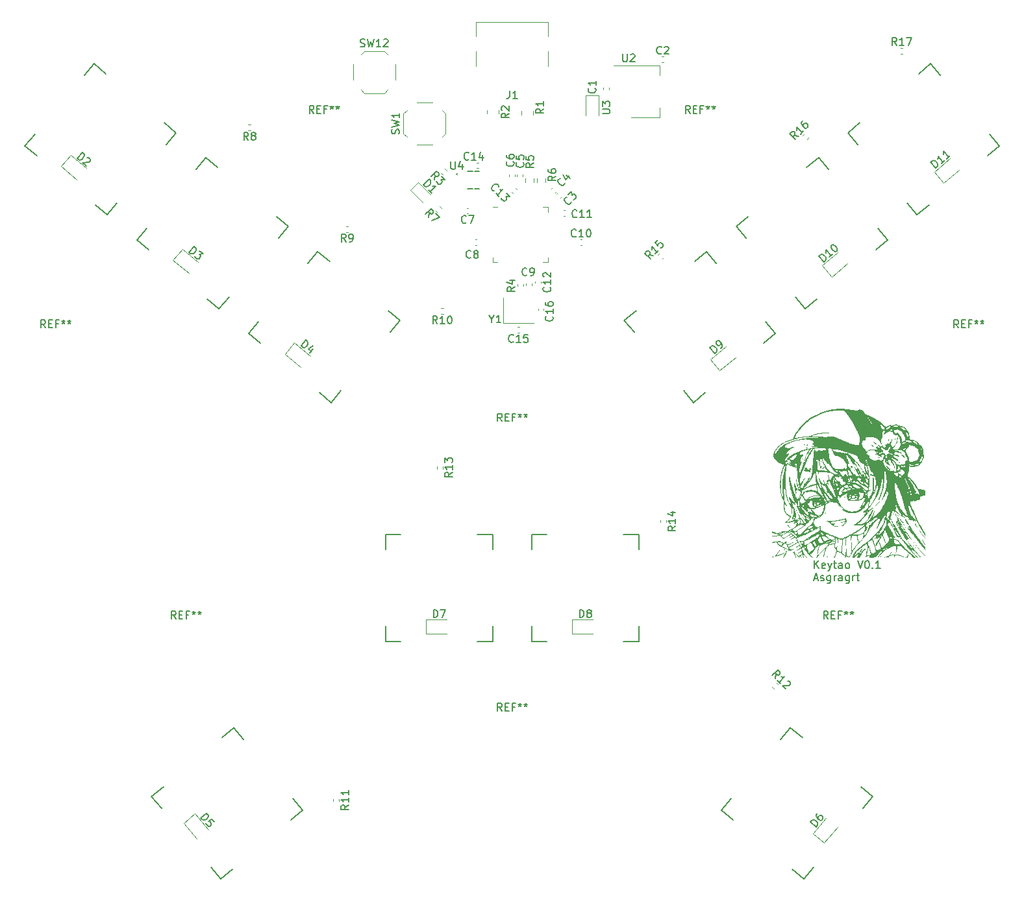
<source format=gbr>
%TF.GenerationSoftware,KiCad,Pcbnew,7.0.5*%
%TF.CreationDate,2023-07-04T17:15:59-06:00*%
%TF.ProjectId,keyboard,6b657962-6f61-4726-942e-6b696361645f,0.1*%
%TF.SameCoordinates,Original*%
%TF.FileFunction,Legend,Top*%
%TF.FilePolarity,Positive*%
%FSLAX46Y46*%
G04 Gerber Fmt 4.6, Leading zero omitted, Abs format (unit mm)*
G04 Created by KiCad (PCBNEW 7.0.5) date 2023-07-04 17:15:59*
%MOMM*%
%LPD*%
G01*
G04 APERTURE LIST*
%ADD10C,0.150000*%
%ADD11C,0.300000*%
%ADD12C,0.120000*%
%ADD13C,0.152400*%
G04 APERTURE END LIST*
D10*
X132336779Y-95259819D02*
X132336779Y-94259819D01*
X132908207Y-95259819D02*
X132479636Y-94688390D01*
X132908207Y-94259819D02*
X132336779Y-94831247D01*
X133717731Y-95212200D02*
X133622493Y-95259819D01*
X133622493Y-95259819D02*
X133432017Y-95259819D01*
X133432017Y-95259819D02*
X133336779Y-95212200D01*
X133336779Y-95212200D02*
X133289160Y-95116961D01*
X133289160Y-95116961D02*
X133289160Y-94736009D01*
X133289160Y-94736009D02*
X133336779Y-94640771D01*
X133336779Y-94640771D02*
X133432017Y-94593152D01*
X133432017Y-94593152D02*
X133622493Y-94593152D01*
X133622493Y-94593152D02*
X133717731Y-94640771D01*
X133717731Y-94640771D02*
X133765350Y-94736009D01*
X133765350Y-94736009D02*
X133765350Y-94831247D01*
X133765350Y-94831247D02*
X133289160Y-94926485D01*
X134098684Y-94593152D02*
X134336779Y-95259819D01*
X134574874Y-94593152D02*
X134336779Y-95259819D01*
X134336779Y-95259819D02*
X134241541Y-95497914D01*
X134241541Y-95497914D02*
X134193922Y-95545533D01*
X134193922Y-95545533D02*
X134098684Y-95593152D01*
X134812970Y-94593152D02*
X135193922Y-94593152D01*
X134955827Y-94259819D02*
X134955827Y-95116961D01*
X134955827Y-95116961D02*
X135003446Y-95212200D01*
X135003446Y-95212200D02*
X135098684Y-95259819D01*
X135098684Y-95259819D02*
X135193922Y-95259819D01*
X135955827Y-95259819D02*
X135955827Y-94736009D01*
X135955827Y-94736009D02*
X135908208Y-94640771D01*
X135908208Y-94640771D02*
X135812970Y-94593152D01*
X135812970Y-94593152D02*
X135622494Y-94593152D01*
X135622494Y-94593152D02*
X135527256Y-94640771D01*
X135955827Y-95212200D02*
X135860589Y-95259819D01*
X135860589Y-95259819D02*
X135622494Y-95259819D01*
X135622494Y-95259819D02*
X135527256Y-95212200D01*
X135527256Y-95212200D02*
X135479637Y-95116961D01*
X135479637Y-95116961D02*
X135479637Y-95021723D01*
X135479637Y-95021723D02*
X135527256Y-94926485D01*
X135527256Y-94926485D02*
X135622494Y-94878866D01*
X135622494Y-94878866D02*
X135860589Y-94878866D01*
X135860589Y-94878866D02*
X135955827Y-94831247D01*
X136574875Y-95259819D02*
X136479637Y-95212200D01*
X136479637Y-95212200D02*
X136432018Y-95164580D01*
X136432018Y-95164580D02*
X136384399Y-95069342D01*
X136384399Y-95069342D02*
X136384399Y-94783628D01*
X136384399Y-94783628D02*
X136432018Y-94688390D01*
X136432018Y-94688390D02*
X136479637Y-94640771D01*
X136479637Y-94640771D02*
X136574875Y-94593152D01*
X136574875Y-94593152D02*
X136717732Y-94593152D01*
X136717732Y-94593152D02*
X136812970Y-94640771D01*
X136812970Y-94640771D02*
X136860589Y-94688390D01*
X136860589Y-94688390D02*
X136908208Y-94783628D01*
X136908208Y-94783628D02*
X136908208Y-95069342D01*
X136908208Y-95069342D02*
X136860589Y-95164580D01*
X136860589Y-95164580D02*
X136812970Y-95212200D01*
X136812970Y-95212200D02*
X136717732Y-95259819D01*
X136717732Y-95259819D02*
X136574875Y-95259819D01*
X137955828Y-94259819D02*
X138289161Y-95259819D01*
X138289161Y-95259819D02*
X138622494Y-94259819D01*
X139146304Y-94259819D02*
X139241542Y-94259819D01*
X139241542Y-94259819D02*
X139336780Y-94307438D01*
X139336780Y-94307438D02*
X139384399Y-94355057D01*
X139384399Y-94355057D02*
X139432018Y-94450295D01*
X139432018Y-94450295D02*
X139479637Y-94640771D01*
X139479637Y-94640771D02*
X139479637Y-94878866D01*
X139479637Y-94878866D02*
X139432018Y-95069342D01*
X139432018Y-95069342D02*
X139384399Y-95164580D01*
X139384399Y-95164580D02*
X139336780Y-95212200D01*
X139336780Y-95212200D02*
X139241542Y-95259819D01*
X139241542Y-95259819D02*
X139146304Y-95259819D01*
X139146304Y-95259819D02*
X139051066Y-95212200D01*
X139051066Y-95212200D02*
X139003447Y-95164580D01*
X139003447Y-95164580D02*
X138955828Y-95069342D01*
X138955828Y-95069342D02*
X138908209Y-94878866D01*
X138908209Y-94878866D02*
X138908209Y-94640771D01*
X138908209Y-94640771D02*
X138955828Y-94450295D01*
X138955828Y-94450295D02*
X139003447Y-94355057D01*
X139003447Y-94355057D02*
X139051066Y-94307438D01*
X139051066Y-94307438D02*
X139146304Y-94259819D01*
X139908209Y-95164580D02*
X139955828Y-95212200D01*
X139955828Y-95212200D02*
X139908209Y-95259819D01*
X139908209Y-95259819D02*
X139860590Y-95212200D01*
X139860590Y-95212200D02*
X139908209Y-95164580D01*
X139908209Y-95164580D02*
X139908209Y-95259819D01*
X140908208Y-95259819D02*
X140336780Y-95259819D01*
X140622494Y-95259819D02*
X140622494Y-94259819D01*
X140622494Y-94259819D02*
X140527256Y-94402676D01*
X140527256Y-94402676D02*
X140432018Y-94497914D01*
X140432018Y-94497914D02*
X140336780Y-94545533D01*
X132289160Y-96584104D02*
X132765350Y-96584104D01*
X132193922Y-96869819D02*
X132527255Y-95869819D01*
X132527255Y-95869819D02*
X132860588Y-96869819D01*
X133146303Y-96822200D02*
X133241541Y-96869819D01*
X133241541Y-96869819D02*
X133432017Y-96869819D01*
X133432017Y-96869819D02*
X133527255Y-96822200D01*
X133527255Y-96822200D02*
X133574874Y-96726961D01*
X133574874Y-96726961D02*
X133574874Y-96679342D01*
X133574874Y-96679342D02*
X133527255Y-96584104D01*
X133527255Y-96584104D02*
X133432017Y-96536485D01*
X133432017Y-96536485D02*
X133289160Y-96536485D01*
X133289160Y-96536485D02*
X133193922Y-96488866D01*
X133193922Y-96488866D02*
X133146303Y-96393628D01*
X133146303Y-96393628D02*
X133146303Y-96346009D01*
X133146303Y-96346009D02*
X133193922Y-96250771D01*
X133193922Y-96250771D02*
X133289160Y-96203152D01*
X133289160Y-96203152D02*
X133432017Y-96203152D01*
X133432017Y-96203152D02*
X133527255Y-96250771D01*
X134432017Y-96203152D02*
X134432017Y-97012676D01*
X134432017Y-97012676D02*
X134384398Y-97107914D01*
X134384398Y-97107914D02*
X134336779Y-97155533D01*
X134336779Y-97155533D02*
X134241541Y-97203152D01*
X134241541Y-97203152D02*
X134098684Y-97203152D01*
X134098684Y-97203152D02*
X134003446Y-97155533D01*
X134432017Y-96822200D02*
X134336779Y-96869819D01*
X134336779Y-96869819D02*
X134146303Y-96869819D01*
X134146303Y-96869819D02*
X134051065Y-96822200D01*
X134051065Y-96822200D02*
X134003446Y-96774580D01*
X134003446Y-96774580D02*
X133955827Y-96679342D01*
X133955827Y-96679342D02*
X133955827Y-96393628D01*
X133955827Y-96393628D02*
X134003446Y-96298390D01*
X134003446Y-96298390D02*
X134051065Y-96250771D01*
X134051065Y-96250771D02*
X134146303Y-96203152D01*
X134146303Y-96203152D02*
X134336779Y-96203152D01*
X134336779Y-96203152D02*
X134432017Y-96250771D01*
X134908208Y-96869819D02*
X134908208Y-96203152D01*
X134908208Y-96393628D02*
X134955827Y-96298390D01*
X134955827Y-96298390D02*
X135003446Y-96250771D01*
X135003446Y-96250771D02*
X135098684Y-96203152D01*
X135098684Y-96203152D02*
X135193922Y-96203152D01*
X135955827Y-96869819D02*
X135955827Y-96346009D01*
X135955827Y-96346009D02*
X135908208Y-96250771D01*
X135908208Y-96250771D02*
X135812970Y-96203152D01*
X135812970Y-96203152D02*
X135622494Y-96203152D01*
X135622494Y-96203152D02*
X135527256Y-96250771D01*
X135955827Y-96822200D02*
X135860589Y-96869819D01*
X135860589Y-96869819D02*
X135622494Y-96869819D01*
X135622494Y-96869819D02*
X135527256Y-96822200D01*
X135527256Y-96822200D02*
X135479637Y-96726961D01*
X135479637Y-96726961D02*
X135479637Y-96631723D01*
X135479637Y-96631723D02*
X135527256Y-96536485D01*
X135527256Y-96536485D02*
X135622494Y-96488866D01*
X135622494Y-96488866D02*
X135860589Y-96488866D01*
X135860589Y-96488866D02*
X135955827Y-96441247D01*
X136860589Y-96203152D02*
X136860589Y-97012676D01*
X136860589Y-97012676D02*
X136812970Y-97107914D01*
X136812970Y-97107914D02*
X136765351Y-97155533D01*
X136765351Y-97155533D02*
X136670113Y-97203152D01*
X136670113Y-97203152D02*
X136527256Y-97203152D01*
X136527256Y-97203152D02*
X136432018Y-97155533D01*
X136860589Y-96822200D02*
X136765351Y-96869819D01*
X136765351Y-96869819D02*
X136574875Y-96869819D01*
X136574875Y-96869819D02*
X136479637Y-96822200D01*
X136479637Y-96822200D02*
X136432018Y-96774580D01*
X136432018Y-96774580D02*
X136384399Y-96679342D01*
X136384399Y-96679342D02*
X136384399Y-96393628D01*
X136384399Y-96393628D02*
X136432018Y-96298390D01*
X136432018Y-96298390D02*
X136479637Y-96250771D01*
X136479637Y-96250771D02*
X136574875Y-96203152D01*
X136574875Y-96203152D02*
X136765351Y-96203152D01*
X136765351Y-96203152D02*
X136860589Y-96250771D01*
X137336780Y-96869819D02*
X137336780Y-96203152D01*
X137336780Y-96393628D02*
X137384399Y-96298390D01*
X137384399Y-96298390D02*
X137432018Y-96250771D01*
X137432018Y-96250771D02*
X137527256Y-96203152D01*
X137527256Y-96203152D02*
X137622494Y-96203152D01*
X137812971Y-96203152D02*
X138193923Y-96203152D01*
X137955828Y-95869819D02*
X137955828Y-96726961D01*
X137955828Y-96726961D02*
X138003447Y-96822200D01*
X138003447Y-96822200D02*
X138098685Y-96869819D01*
X138098685Y-96869819D02*
X138193923Y-96869819D01*
D11*
%TO.C,G\u002A\u002A\u002A*%
X135478572Y-83249757D02*
X135335715Y-83178328D01*
X135335715Y-83178328D02*
X135121429Y-83178328D01*
X135121429Y-83178328D02*
X134907143Y-83249757D01*
X134907143Y-83249757D02*
X134764286Y-83392614D01*
X134764286Y-83392614D02*
X134692857Y-83535471D01*
X134692857Y-83535471D02*
X134621429Y-83821185D01*
X134621429Y-83821185D02*
X134621429Y-84035471D01*
X134621429Y-84035471D02*
X134692857Y-84321185D01*
X134692857Y-84321185D02*
X134764286Y-84464042D01*
X134764286Y-84464042D02*
X134907143Y-84606900D01*
X134907143Y-84606900D02*
X135121429Y-84678328D01*
X135121429Y-84678328D02*
X135264286Y-84678328D01*
X135264286Y-84678328D02*
X135478572Y-84606900D01*
X135478572Y-84606900D02*
X135550000Y-84535471D01*
X135550000Y-84535471D02*
X135550000Y-84035471D01*
X135550000Y-84035471D02*
X135264286Y-84035471D01*
X136407143Y-83178328D02*
X136407143Y-83535471D01*
X136050000Y-83392614D02*
X136407143Y-83535471D01*
X136407143Y-83535471D02*
X136764286Y-83392614D01*
X136192857Y-83821185D02*
X136407143Y-83535471D01*
X136407143Y-83535471D02*
X136621429Y-83821185D01*
X137550000Y-83178328D02*
X137550000Y-83535471D01*
X137192857Y-83392614D02*
X137550000Y-83535471D01*
X137550000Y-83535471D02*
X137907143Y-83392614D01*
X137335714Y-83821185D02*
X137550000Y-83535471D01*
X137550000Y-83535471D02*
X137764286Y-83821185D01*
X138692857Y-83178328D02*
X138692857Y-83535471D01*
X138335714Y-83392614D02*
X138692857Y-83535471D01*
X138692857Y-83535471D02*
X139050000Y-83392614D01*
X138478571Y-83821185D02*
X138692857Y-83535471D01*
X138692857Y-83535471D02*
X138907143Y-83821185D01*
D10*
%TO.C,SW12*%
X73120476Y-27137200D02*
X73263333Y-27184819D01*
X73263333Y-27184819D02*
X73501428Y-27184819D01*
X73501428Y-27184819D02*
X73596666Y-27137200D01*
X73596666Y-27137200D02*
X73644285Y-27089580D01*
X73644285Y-27089580D02*
X73691904Y-26994342D01*
X73691904Y-26994342D02*
X73691904Y-26899104D01*
X73691904Y-26899104D02*
X73644285Y-26803866D01*
X73644285Y-26803866D02*
X73596666Y-26756247D01*
X73596666Y-26756247D02*
X73501428Y-26708628D01*
X73501428Y-26708628D02*
X73310952Y-26661009D01*
X73310952Y-26661009D02*
X73215714Y-26613390D01*
X73215714Y-26613390D02*
X73168095Y-26565771D01*
X73168095Y-26565771D02*
X73120476Y-26470533D01*
X73120476Y-26470533D02*
X73120476Y-26375295D01*
X73120476Y-26375295D02*
X73168095Y-26280057D01*
X73168095Y-26280057D02*
X73215714Y-26232438D01*
X73215714Y-26232438D02*
X73310952Y-26184819D01*
X73310952Y-26184819D02*
X73549047Y-26184819D01*
X73549047Y-26184819D02*
X73691904Y-26232438D01*
X74025238Y-26184819D02*
X74263333Y-27184819D01*
X74263333Y-27184819D02*
X74453809Y-26470533D01*
X74453809Y-26470533D02*
X74644285Y-27184819D01*
X74644285Y-27184819D02*
X74882381Y-26184819D01*
X75787142Y-27184819D02*
X75215714Y-27184819D01*
X75501428Y-27184819D02*
X75501428Y-26184819D01*
X75501428Y-26184819D02*
X75406190Y-26327676D01*
X75406190Y-26327676D02*
X75310952Y-26422914D01*
X75310952Y-26422914D02*
X75215714Y-26470533D01*
X76168095Y-26280057D02*
X76215714Y-26232438D01*
X76215714Y-26232438D02*
X76310952Y-26184819D01*
X76310952Y-26184819D02*
X76549047Y-26184819D01*
X76549047Y-26184819D02*
X76644285Y-26232438D01*
X76644285Y-26232438D02*
X76691904Y-26280057D01*
X76691904Y-26280057D02*
X76739523Y-26375295D01*
X76739523Y-26375295D02*
X76739523Y-26470533D01*
X76739523Y-26470533D02*
X76691904Y-26613390D01*
X76691904Y-26613390D02*
X76120476Y-27184819D01*
X76120476Y-27184819D02*
X76739523Y-27184819D01*
%TO.C,REF\u002A\u002A*%
X91596666Y-113854819D02*
X91263333Y-113378628D01*
X91025238Y-113854819D02*
X91025238Y-112854819D01*
X91025238Y-112854819D02*
X91406190Y-112854819D01*
X91406190Y-112854819D02*
X91501428Y-112902438D01*
X91501428Y-112902438D02*
X91549047Y-112950057D01*
X91549047Y-112950057D02*
X91596666Y-113045295D01*
X91596666Y-113045295D02*
X91596666Y-113188152D01*
X91596666Y-113188152D02*
X91549047Y-113283390D01*
X91549047Y-113283390D02*
X91501428Y-113331009D01*
X91501428Y-113331009D02*
X91406190Y-113378628D01*
X91406190Y-113378628D02*
X91025238Y-113378628D01*
X92025238Y-113331009D02*
X92358571Y-113331009D01*
X92501428Y-113854819D02*
X92025238Y-113854819D01*
X92025238Y-113854819D02*
X92025238Y-112854819D01*
X92025238Y-112854819D02*
X92501428Y-112854819D01*
X93263333Y-113331009D02*
X92930000Y-113331009D01*
X92930000Y-113854819D02*
X92930000Y-112854819D01*
X92930000Y-112854819D02*
X93406190Y-112854819D01*
X93930000Y-112854819D02*
X93930000Y-113092914D01*
X93691905Y-112997676D02*
X93930000Y-113092914D01*
X93930000Y-113092914D02*
X94168095Y-112997676D01*
X93787143Y-113283390D02*
X93930000Y-113092914D01*
X93930000Y-113092914D02*
X94072857Y-113283390D01*
X94691905Y-112854819D02*
X94691905Y-113092914D01*
X94453810Y-112997676D02*
X94691905Y-113092914D01*
X94691905Y-113092914D02*
X94930000Y-112997676D01*
X94549048Y-113283390D02*
X94691905Y-113092914D01*
X94691905Y-113092914D02*
X94834762Y-113283390D01*
X134116666Y-101854819D02*
X133783333Y-101378628D01*
X133545238Y-101854819D02*
X133545238Y-100854819D01*
X133545238Y-100854819D02*
X133926190Y-100854819D01*
X133926190Y-100854819D02*
X134021428Y-100902438D01*
X134021428Y-100902438D02*
X134069047Y-100950057D01*
X134069047Y-100950057D02*
X134116666Y-101045295D01*
X134116666Y-101045295D02*
X134116666Y-101188152D01*
X134116666Y-101188152D02*
X134069047Y-101283390D01*
X134069047Y-101283390D02*
X134021428Y-101331009D01*
X134021428Y-101331009D02*
X133926190Y-101378628D01*
X133926190Y-101378628D02*
X133545238Y-101378628D01*
X134545238Y-101331009D02*
X134878571Y-101331009D01*
X135021428Y-101854819D02*
X134545238Y-101854819D01*
X134545238Y-101854819D02*
X134545238Y-100854819D01*
X134545238Y-100854819D02*
X135021428Y-100854819D01*
X135783333Y-101331009D02*
X135450000Y-101331009D01*
X135450000Y-101854819D02*
X135450000Y-100854819D01*
X135450000Y-100854819D02*
X135926190Y-100854819D01*
X136450000Y-100854819D02*
X136450000Y-101092914D01*
X136211905Y-100997676D02*
X136450000Y-101092914D01*
X136450000Y-101092914D02*
X136688095Y-100997676D01*
X136307143Y-101283390D02*
X136450000Y-101092914D01*
X136450000Y-101092914D02*
X136592857Y-101283390D01*
X137211905Y-100854819D02*
X137211905Y-101092914D01*
X136973810Y-100997676D02*
X137211905Y-101092914D01*
X137211905Y-101092914D02*
X137450000Y-100997676D01*
X137069048Y-101283390D02*
X137211905Y-101092914D01*
X137211905Y-101092914D02*
X137354762Y-101283390D01*
X49066666Y-101854819D02*
X48733333Y-101378628D01*
X48495238Y-101854819D02*
X48495238Y-100854819D01*
X48495238Y-100854819D02*
X48876190Y-100854819D01*
X48876190Y-100854819D02*
X48971428Y-100902438D01*
X48971428Y-100902438D02*
X49019047Y-100950057D01*
X49019047Y-100950057D02*
X49066666Y-101045295D01*
X49066666Y-101045295D02*
X49066666Y-101188152D01*
X49066666Y-101188152D02*
X49019047Y-101283390D01*
X49019047Y-101283390D02*
X48971428Y-101331009D01*
X48971428Y-101331009D02*
X48876190Y-101378628D01*
X48876190Y-101378628D02*
X48495238Y-101378628D01*
X49495238Y-101331009D02*
X49828571Y-101331009D01*
X49971428Y-101854819D02*
X49495238Y-101854819D01*
X49495238Y-101854819D02*
X49495238Y-100854819D01*
X49495238Y-100854819D02*
X49971428Y-100854819D01*
X50733333Y-101331009D02*
X50400000Y-101331009D01*
X50400000Y-101854819D02*
X50400000Y-100854819D01*
X50400000Y-100854819D02*
X50876190Y-100854819D01*
X51400000Y-100854819D02*
X51400000Y-101092914D01*
X51161905Y-100997676D02*
X51400000Y-101092914D01*
X51400000Y-101092914D02*
X51638095Y-100997676D01*
X51257143Y-101283390D02*
X51400000Y-101092914D01*
X51400000Y-101092914D02*
X51542857Y-101283390D01*
X52161905Y-100854819D02*
X52161905Y-101092914D01*
X51923810Y-100997676D02*
X52161905Y-101092914D01*
X52161905Y-101092914D02*
X52400000Y-100997676D01*
X52019048Y-101283390D02*
X52161905Y-101092914D01*
X52161905Y-101092914D02*
X52304762Y-101283390D01*
X116116666Y-35854819D02*
X115783333Y-35378628D01*
X115545238Y-35854819D02*
X115545238Y-34854819D01*
X115545238Y-34854819D02*
X115926190Y-34854819D01*
X115926190Y-34854819D02*
X116021428Y-34902438D01*
X116021428Y-34902438D02*
X116069047Y-34950057D01*
X116069047Y-34950057D02*
X116116666Y-35045295D01*
X116116666Y-35045295D02*
X116116666Y-35188152D01*
X116116666Y-35188152D02*
X116069047Y-35283390D01*
X116069047Y-35283390D02*
X116021428Y-35331009D01*
X116021428Y-35331009D02*
X115926190Y-35378628D01*
X115926190Y-35378628D02*
X115545238Y-35378628D01*
X116545238Y-35331009D02*
X116878571Y-35331009D01*
X117021428Y-35854819D02*
X116545238Y-35854819D01*
X116545238Y-35854819D02*
X116545238Y-34854819D01*
X116545238Y-34854819D02*
X117021428Y-34854819D01*
X117783333Y-35331009D02*
X117450000Y-35331009D01*
X117450000Y-35854819D02*
X117450000Y-34854819D01*
X117450000Y-34854819D02*
X117926190Y-34854819D01*
X118450000Y-34854819D02*
X118450000Y-35092914D01*
X118211905Y-34997676D02*
X118450000Y-35092914D01*
X118450000Y-35092914D02*
X118688095Y-34997676D01*
X118307143Y-35283390D02*
X118450000Y-35092914D01*
X118450000Y-35092914D02*
X118592857Y-35283390D01*
X119211905Y-34854819D02*
X119211905Y-35092914D01*
X118973810Y-34997676D02*
X119211905Y-35092914D01*
X119211905Y-35092914D02*
X119450000Y-34997676D01*
X119069048Y-35283390D02*
X119211905Y-35092914D01*
X119211905Y-35092914D02*
X119354762Y-35283390D01*
X67066666Y-35854819D02*
X66733333Y-35378628D01*
X66495238Y-35854819D02*
X66495238Y-34854819D01*
X66495238Y-34854819D02*
X66876190Y-34854819D01*
X66876190Y-34854819D02*
X66971428Y-34902438D01*
X66971428Y-34902438D02*
X67019047Y-34950057D01*
X67019047Y-34950057D02*
X67066666Y-35045295D01*
X67066666Y-35045295D02*
X67066666Y-35188152D01*
X67066666Y-35188152D02*
X67019047Y-35283390D01*
X67019047Y-35283390D02*
X66971428Y-35331009D01*
X66971428Y-35331009D02*
X66876190Y-35378628D01*
X66876190Y-35378628D02*
X66495238Y-35378628D01*
X67495238Y-35331009D02*
X67828571Y-35331009D01*
X67971428Y-35854819D02*
X67495238Y-35854819D01*
X67495238Y-35854819D02*
X67495238Y-34854819D01*
X67495238Y-34854819D02*
X67971428Y-34854819D01*
X68733333Y-35331009D02*
X68400000Y-35331009D01*
X68400000Y-35854819D02*
X68400000Y-34854819D01*
X68400000Y-34854819D02*
X68876190Y-34854819D01*
X69400000Y-34854819D02*
X69400000Y-35092914D01*
X69161905Y-34997676D02*
X69400000Y-35092914D01*
X69400000Y-35092914D02*
X69638095Y-34997676D01*
X69257143Y-35283390D02*
X69400000Y-35092914D01*
X69400000Y-35092914D02*
X69542857Y-35283390D01*
X70161905Y-34854819D02*
X70161905Y-35092914D01*
X69923810Y-34997676D02*
X70161905Y-35092914D01*
X70161905Y-35092914D02*
X70400000Y-34997676D01*
X70019048Y-35283390D02*
X70161905Y-35092914D01*
X70161905Y-35092914D02*
X70304762Y-35283390D01*
X151116666Y-63854819D02*
X150783333Y-63378628D01*
X150545238Y-63854819D02*
X150545238Y-62854819D01*
X150545238Y-62854819D02*
X150926190Y-62854819D01*
X150926190Y-62854819D02*
X151021428Y-62902438D01*
X151021428Y-62902438D02*
X151069047Y-62950057D01*
X151069047Y-62950057D02*
X151116666Y-63045295D01*
X151116666Y-63045295D02*
X151116666Y-63188152D01*
X151116666Y-63188152D02*
X151069047Y-63283390D01*
X151069047Y-63283390D02*
X151021428Y-63331009D01*
X151021428Y-63331009D02*
X150926190Y-63378628D01*
X150926190Y-63378628D02*
X150545238Y-63378628D01*
X151545238Y-63331009D02*
X151878571Y-63331009D01*
X152021428Y-63854819D02*
X151545238Y-63854819D01*
X151545238Y-63854819D02*
X151545238Y-62854819D01*
X151545238Y-62854819D02*
X152021428Y-62854819D01*
X152783333Y-63331009D02*
X152450000Y-63331009D01*
X152450000Y-63854819D02*
X152450000Y-62854819D01*
X152450000Y-62854819D02*
X152926190Y-62854819D01*
X153450000Y-62854819D02*
X153450000Y-63092914D01*
X153211905Y-62997676D02*
X153450000Y-63092914D01*
X153450000Y-63092914D02*
X153688095Y-62997676D01*
X153307143Y-63283390D02*
X153450000Y-63092914D01*
X153450000Y-63092914D02*
X153592857Y-63283390D01*
X154211905Y-62854819D02*
X154211905Y-63092914D01*
X153973810Y-62997676D02*
X154211905Y-63092914D01*
X154211905Y-63092914D02*
X154450000Y-62997676D01*
X154069048Y-63283390D02*
X154211905Y-63092914D01*
X154211905Y-63092914D02*
X154354762Y-63283390D01*
X91596666Y-76054819D02*
X91263333Y-75578628D01*
X91025238Y-76054819D02*
X91025238Y-75054819D01*
X91025238Y-75054819D02*
X91406190Y-75054819D01*
X91406190Y-75054819D02*
X91501428Y-75102438D01*
X91501428Y-75102438D02*
X91549047Y-75150057D01*
X91549047Y-75150057D02*
X91596666Y-75245295D01*
X91596666Y-75245295D02*
X91596666Y-75388152D01*
X91596666Y-75388152D02*
X91549047Y-75483390D01*
X91549047Y-75483390D02*
X91501428Y-75531009D01*
X91501428Y-75531009D02*
X91406190Y-75578628D01*
X91406190Y-75578628D02*
X91025238Y-75578628D01*
X92025238Y-75531009D02*
X92358571Y-75531009D01*
X92501428Y-76054819D02*
X92025238Y-76054819D01*
X92025238Y-76054819D02*
X92025238Y-75054819D01*
X92025238Y-75054819D02*
X92501428Y-75054819D01*
X93263333Y-75531009D02*
X92930000Y-75531009D01*
X92930000Y-76054819D02*
X92930000Y-75054819D01*
X92930000Y-75054819D02*
X93406190Y-75054819D01*
X93930000Y-75054819D02*
X93930000Y-75292914D01*
X93691905Y-75197676D02*
X93930000Y-75292914D01*
X93930000Y-75292914D02*
X94168095Y-75197676D01*
X93787143Y-75483390D02*
X93930000Y-75292914D01*
X93930000Y-75292914D02*
X94072857Y-75483390D01*
X94691905Y-75054819D02*
X94691905Y-75292914D01*
X94453810Y-75197676D02*
X94691905Y-75292914D01*
X94691905Y-75292914D02*
X94930000Y-75197676D01*
X94549048Y-75483390D02*
X94691905Y-75292914D01*
X94691905Y-75292914D02*
X94834762Y-75483390D01*
X32066666Y-63854819D02*
X31733333Y-63378628D01*
X31495238Y-63854819D02*
X31495238Y-62854819D01*
X31495238Y-62854819D02*
X31876190Y-62854819D01*
X31876190Y-62854819D02*
X31971428Y-62902438D01*
X31971428Y-62902438D02*
X32019047Y-62950057D01*
X32019047Y-62950057D02*
X32066666Y-63045295D01*
X32066666Y-63045295D02*
X32066666Y-63188152D01*
X32066666Y-63188152D02*
X32019047Y-63283390D01*
X32019047Y-63283390D02*
X31971428Y-63331009D01*
X31971428Y-63331009D02*
X31876190Y-63378628D01*
X31876190Y-63378628D02*
X31495238Y-63378628D01*
X32495238Y-63331009D02*
X32828571Y-63331009D01*
X32971428Y-63854819D02*
X32495238Y-63854819D01*
X32495238Y-63854819D02*
X32495238Y-62854819D01*
X32495238Y-62854819D02*
X32971428Y-62854819D01*
X33733333Y-63331009D02*
X33400000Y-63331009D01*
X33400000Y-63854819D02*
X33400000Y-62854819D01*
X33400000Y-62854819D02*
X33876190Y-62854819D01*
X34400000Y-62854819D02*
X34400000Y-63092914D01*
X34161905Y-62997676D02*
X34400000Y-63092914D01*
X34400000Y-63092914D02*
X34638095Y-62997676D01*
X34257143Y-63283390D02*
X34400000Y-63092914D01*
X34400000Y-63092914D02*
X34542857Y-63283390D01*
X35161905Y-62854819D02*
X35161905Y-63092914D01*
X34923810Y-62997676D02*
X35161905Y-63092914D01*
X35161905Y-63092914D02*
X35400000Y-62997676D01*
X35019048Y-63283390D02*
X35161905Y-63092914D01*
X35161905Y-63092914D02*
X35304762Y-63283390D01*
%TO.C,C7*%
X86933333Y-50119580D02*
X86885714Y-50167200D01*
X86885714Y-50167200D02*
X86742857Y-50214819D01*
X86742857Y-50214819D02*
X86647619Y-50214819D01*
X86647619Y-50214819D02*
X86504762Y-50167200D01*
X86504762Y-50167200D02*
X86409524Y-50071961D01*
X86409524Y-50071961D02*
X86361905Y-49976723D01*
X86361905Y-49976723D02*
X86314286Y-49786247D01*
X86314286Y-49786247D02*
X86314286Y-49643390D01*
X86314286Y-49643390D02*
X86361905Y-49452914D01*
X86361905Y-49452914D02*
X86409524Y-49357676D01*
X86409524Y-49357676D02*
X86504762Y-49262438D01*
X86504762Y-49262438D02*
X86647619Y-49214819D01*
X86647619Y-49214819D02*
X86742857Y-49214819D01*
X86742857Y-49214819D02*
X86885714Y-49262438D01*
X86885714Y-49262438D02*
X86933333Y-49310057D01*
X87266667Y-49214819D02*
X87933333Y-49214819D01*
X87933333Y-49214819D02*
X87504762Y-50214819D01*
%TO.C,R4*%
X93264819Y-58535866D02*
X92788628Y-58869199D01*
X93264819Y-59107294D02*
X92264819Y-59107294D01*
X92264819Y-59107294D02*
X92264819Y-58726342D01*
X92264819Y-58726342D02*
X92312438Y-58631104D01*
X92312438Y-58631104D02*
X92360057Y-58583485D01*
X92360057Y-58583485D02*
X92455295Y-58535866D01*
X92455295Y-58535866D02*
X92598152Y-58535866D01*
X92598152Y-58535866D02*
X92693390Y-58583485D01*
X92693390Y-58583485D02*
X92741009Y-58631104D01*
X92741009Y-58631104D02*
X92788628Y-58726342D01*
X92788628Y-58726342D02*
X92788628Y-59107294D01*
X92598152Y-57678723D02*
X93264819Y-57678723D01*
X92217200Y-57916818D02*
X92931485Y-58154913D01*
X92931485Y-58154913D02*
X92931485Y-57535866D01*
%TO.C,D9*%
X119322227Y-67186027D02*
X118679440Y-66419983D01*
X118679440Y-66419983D02*
X118861831Y-66266938D01*
X118861831Y-66266938D02*
X119001875Y-66211590D01*
X119001875Y-66211590D02*
X119136049Y-66223328D01*
X119136049Y-66223328D02*
X119233746Y-66265676D01*
X119233746Y-66265676D02*
X119392660Y-66380980D01*
X119392660Y-66380980D02*
X119484486Y-66490415D01*
X119484486Y-66490415D02*
X119570444Y-66666937D01*
X119570444Y-66666937D02*
X119595183Y-66770503D01*
X119595183Y-66770503D02*
X119583445Y-66904677D01*
X119583445Y-66904677D02*
X119504619Y-67032983D01*
X119504619Y-67032983D02*
X119322227Y-67186027D01*
X120124750Y-66512631D02*
X120270663Y-66390195D01*
X120270663Y-66390195D02*
X120313011Y-66292499D01*
X120313011Y-66292499D02*
X120318880Y-66225412D01*
X120318880Y-66225412D02*
X120300010Y-66054759D01*
X120300010Y-66054759D02*
X120214053Y-65878237D01*
X120214053Y-65878237D02*
X119969181Y-65586410D01*
X119969181Y-65586410D02*
X119871485Y-65544062D01*
X119871485Y-65544062D02*
X119804398Y-65538193D01*
X119804398Y-65538193D02*
X119700832Y-65562933D01*
X119700832Y-65562933D02*
X119554919Y-65685368D01*
X119554919Y-65685368D02*
X119512571Y-65783065D01*
X119512571Y-65783065D02*
X119506702Y-65850152D01*
X119506702Y-65850152D02*
X119531441Y-65953717D01*
X119531441Y-65953717D02*
X119684486Y-66136109D01*
X119684486Y-66136109D02*
X119782182Y-66178457D01*
X119782182Y-66178457D02*
X119849270Y-66184326D01*
X119849270Y-66184326D02*
X119952835Y-66159586D01*
X119952835Y-66159586D02*
X120098748Y-66037151D01*
X120098748Y-66037151D02*
X120141096Y-65939454D01*
X120141096Y-65939454D02*
X120146965Y-65872367D01*
X120146965Y-65872367D02*
X120122226Y-65768802D01*
%TO.C,R11*%
X71614819Y-126142857D02*
X71138628Y-126476190D01*
X71614819Y-126714285D02*
X70614819Y-126714285D01*
X70614819Y-126714285D02*
X70614819Y-126333333D01*
X70614819Y-126333333D02*
X70662438Y-126238095D01*
X70662438Y-126238095D02*
X70710057Y-126190476D01*
X70710057Y-126190476D02*
X70805295Y-126142857D01*
X70805295Y-126142857D02*
X70948152Y-126142857D01*
X70948152Y-126142857D02*
X71043390Y-126190476D01*
X71043390Y-126190476D02*
X71091009Y-126238095D01*
X71091009Y-126238095D02*
X71138628Y-126333333D01*
X71138628Y-126333333D02*
X71138628Y-126714285D01*
X71614819Y-125190476D02*
X71614819Y-125761904D01*
X71614819Y-125476190D02*
X70614819Y-125476190D01*
X70614819Y-125476190D02*
X70757676Y-125571428D01*
X70757676Y-125571428D02*
X70852914Y-125666666D01*
X70852914Y-125666666D02*
X70900533Y-125761904D01*
X71614819Y-124238095D02*
X71614819Y-124809523D01*
X71614819Y-124523809D02*
X70614819Y-124523809D01*
X70614819Y-124523809D02*
X70757676Y-124619047D01*
X70757676Y-124619047D02*
X70852914Y-124714285D01*
X70852914Y-124714285D02*
X70900533Y-124809523D01*
%TO.C,R12*%
X127251140Y-109639721D02*
X127352155Y-109067302D01*
X126847079Y-109235660D02*
X127554186Y-108528554D01*
X127554186Y-108528554D02*
X127823560Y-108797928D01*
X127823560Y-108797928D02*
X127857232Y-108898943D01*
X127857232Y-108898943D02*
X127857232Y-108966286D01*
X127857232Y-108966286D02*
X127823560Y-109067302D01*
X127823560Y-109067302D02*
X127722545Y-109168317D01*
X127722545Y-109168317D02*
X127621529Y-109201989D01*
X127621529Y-109201989D02*
X127554186Y-109201989D01*
X127554186Y-109201989D02*
X127453171Y-109168317D01*
X127453171Y-109168317D02*
X127183797Y-108898943D01*
X127924575Y-110313156D02*
X127520514Y-109909095D01*
X127722545Y-110111126D02*
X128429651Y-109404019D01*
X128429651Y-109404019D02*
X128261293Y-109437691D01*
X128261293Y-109437691D02*
X128126606Y-109437691D01*
X128126606Y-109437691D02*
X128025590Y-109404019D01*
X128833713Y-109942767D02*
X128901056Y-109942767D01*
X128901056Y-109942767D02*
X129002071Y-109976439D01*
X129002071Y-109976439D02*
X129170430Y-110144798D01*
X129170430Y-110144798D02*
X129204102Y-110245813D01*
X129204102Y-110245813D02*
X129204102Y-110313157D01*
X129204102Y-110313157D02*
X129170430Y-110414172D01*
X129170430Y-110414172D02*
X129103087Y-110481515D01*
X129103087Y-110481515D02*
X128968400Y-110548859D01*
X128968400Y-110548859D02*
X128160278Y-110548859D01*
X128160278Y-110548859D02*
X128598010Y-110986592D01*
%TO.C,C14*%
X87257142Y-41859580D02*
X87209523Y-41907200D01*
X87209523Y-41907200D02*
X87066666Y-41954819D01*
X87066666Y-41954819D02*
X86971428Y-41954819D01*
X86971428Y-41954819D02*
X86828571Y-41907200D01*
X86828571Y-41907200D02*
X86733333Y-41811961D01*
X86733333Y-41811961D02*
X86685714Y-41716723D01*
X86685714Y-41716723D02*
X86638095Y-41526247D01*
X86638095Y-41526247D02*
X86638095Y-41383390D01*
X86638095Y-41383390D02*
X86685714Y-41192914D01*
X86685714Y-41192914D02*
X86733333Y-41097676D01*
X86733333Y-41097676D02*
X86828571Y-41002438D01*
X86828571Y-41002438D02*
X86971428Y-40954819D01*
X86971428Y-40954819D02*
X87066666Y-40954819D01*
X87066666Y-40954819D02*
X87209523Y-41002438D01*
X87209523Y-41002438D02*
X87257142Y-41050057D01*
X88209523Y-41954819D02*
X87638095Y-41954819D01*
X87923809Y-41954819D02*
X87923809Y-40954819D01*
X87923809Y-40954819D02*
X87828571Y-41097676D01*
X87828571Y-41097676D02*
X87733333Y-41192914D01*
X87733333Y-41192914D02*
X87638095Y-41240533D01*
X89066666Y-41288152D02*
X89066666Y-41954819D01*
X88828571Y-40907200D02*
X88590476Y-41621485D01*
X88590476Y-41621485D02*
X89209523Y-41621485D01*
%TO.C,R14*%
X114224819Y-89742857D02*
X113748628Y-90076190D01*
X114224819Y-90314285D02*
X113224819Y-90314285D01*
X113224819Y-90314285D02*
X113224819Y-89933333D01*
X113224819Y-89933333D02*
X113272438Y-89838095D01*
X113272438Y-89838095D02*
X113320057Y-89790476D01*
X113320057Y-89790476D02*
X113415295Y-89742857D01*
X113415295Y-89742857D02*
X113558152Y-89742857D01*
X113558152Y-89742857D02*
X113653390Y-89790476D01*
X113653390Y-89790476D02*
X113701009Y-89838095D01*
X113701009Y-89838095D02*
X113748628Y-89933333D01*
X113748628Y-89933333D02*
X113748628Y-90314285D01*
X114224819Y-88790476D02*
X114224819Y-89361904D01*
X114224819Y-89076190D02*
X113224819Y-89076190D01*
X113224819Y-89076190D02*
X113367676Y-89171428D01*
X113367676Y-89171428D02*
X113462914Y-89266666D01*
X113462914Y-89266666D02*
X113510533Y-89361904D01*
X113558152Y-87933333D02*
X114224819Y-87933333D01*
X113177200Y-88171428D02*
X113891485Y-88409523D01*
X113891485Y-88409523D02*
X113891485Y-87790476D01*
%TO.C,R16*%
X130239721Y-38848859D02*
X129667302Y-38747844D01*
X129835660Y-39252920D02*
X129128554Y-38545813D01*
X129128554Y-38545813D02*
X129397928Y-38276439D01*
X129397928Y-38276439D02*
X129498943Y-38242767D01*
X129498943Y-38242767D02*
X129566286Y-38242767D01*
X129566286Y-38242767D02*
X129667302Y-38276439D01*
X129667302Y-38276439D02*
X129768317Y-38377454D01*
X129768317Y-38377454D02*
X129801989Y-38478470D01*
X129801989Y-38478470D02*
X129801989Y-38545813D01*
X129801989Y-38545813D02*
X129768317Y-38646828D01*
X129768317Y-38646828D02*
X129498943Y-38916202D01*
X130913156Y-38175424D02*
X130509095Y-38579485D01*
X130711126Y-38377454D02*
X130004019Y-37670348D01*
X130004019Y-37670348D02*
X130037691Y-37838706D01*
X130037691Y-37838706D02*
X130037691Y-37973393D01*
X130037691Y-37973393D02*
X130004019Y-38074409D01*
X130812141Y-36862225D02*
X130677454Y-36996912D01*
X130677454Y-36996912D02*
X130643783Y-37097928D01*
X130643783Y-37097928D02*
X130643783Y-37165271D01*
X130643783Y-37165271D02*
X130677454Y-37333630D01*
X130677454Y-37333630D02*
X130778470Y-37501989D01*
X130778470Y-37501989D02*
X131047844Y-37771363D01*
X131047844Y-37771363D02*
X131148859Y-37805034D01*
X131148859Y-37805034D02*
X131216202Y-37805034D01*
X131216202Y-37805034D02*
X131317218Y-37771363D01*
X131317218Y-37771363D02*
X131451905Y-37636676D01*
X131451905Y-37636676D02*
X131485576Y-37535660D01*
X131485576Y-37535660D02*
X131485576Y-37468317D01*
X131485576Y-37468317D02*
X131451905Y-37367302D01*
X131451905Y-37367302D02*
X131283546Y-37198943D01*
X131283546Y-37198943D02*
X131182531Y-37165271D01*
X131182531Y-37165271D02*
X131115187Y-37165271D01*
X131115187Y-37165271D02*
X131014172Y-37198943D01*
X131014172Y-37198943D02*
X130879485Y-37333630D01*
X130879485Y-37333630D02*
X130845813Y-37434645D01*
X130845813Y-37434645D02*
X130845813Y-37501989D01*
X130845813Y-37501989D02*
X130879485Y-37603004D01*
%TO.C,C11*%
X101357142Y-49359580D02*
X101309523Y-49407200D01*
X101309523Y-49407200D02*
X101166666Y-49454819D01*
X101166666Y-49454819D02*
X101071428Y-49454819D01*
X101071428Y-49454819D02*
X100928571Y-49407200D01*
X100928571Y-49407200D02*
X100833333Y-49311961D01*
X100833333Y-49311961D02*
X100785714Y-49216723D01*
X100785714Y-49216723D02*
X100738095Y-49026247D01*
X100738095Y-49026247D02*
X100738095Y-48883390D01*
X100738095Y-48883390D02*
X100785714Y-48692914D01*
X100785714Y-48692914D02*
X100833333Y-48597676D01*
X100833333Y-48597676D02*
X100928571Y-48502438D01*
X100928571Y-48502438D02*
X101071428Y-48454819D01*
X101071428Y-48454819D02*
X101166666Y-48454819D01*
X101166666Y-48454819D02*
X101309523Y-48502438D01*
X101309523Y-48502438D02*
X101357142Y-48550057D01*
X102309523Y-49454819D02*
X101738095Y-49454819D01*
X102023809Y-49454819D02*
X102023809Y-48454819D01*
X102023809Y-48454819D02*
X101928571Y-48597676D01*
X101928571Y-48597676D02*
X101833333Y-48692914D01*
X101833333Y-48692914D02*
X101738095Y-48740533D01*
X103261904Y-49454819D02*
X102690476Y-49454819D01*
X102976190Y-49454819D02*
X102976190Y-48454819D01*
X102976190Y-48454819D02*
X102880952Y-48597676D01*
X102880952Y-48597676D02*
X102785714Y-48692914D01*
X102785714Y-48692914D02*
X102690476Y-48740533D01*
%TO.C,R5*%
X95704819Y-42366666D02*
X95228628Y-42699999D01*
X95704819Y-42938094D02*
X94704819Y-42938094D01*
X94704819Y-42938094D02*
X94704819Y-42557142D01*
X94704819Y-42557142D02*
X94752438Y-42461904D01*
X94752438Y-42461904D02*
X94800057Y-42414285D01*
X94800057Y-42414285D02*
X94895295Y-42366666D01*
X94895295Y-42366666D02*
X95038152Y-42366666D01*
X95038152Y-42366666D02*
X95133390Y-42414285D01*
X95133390Y-42414285D02*
X95181009Y-42461904D01*
X95181009Y-42461904D02*
X95228628Y-42557142D01*
X95228628Y-42557142D02*
X95228628Y-42938094D01*
X94704819Y-41461904D02*
X94704819Y-41938094D01*
X94704819Y-41938094D02*
X95181009Y-41985713D01*
X95181009Y-41985713D02*
X95133390Y-41938094D01*
X95133390Y-41938094D02*
X95085771Y-41842856D01*
X95085771Y-41842856D02*
X95085771Y-41604761D01*
X95085771Y-41604761D02*
X95133390Y-41509523D01*
X95133390Y-41509523D02*
X95181009Y-41461904D01*
X95181009Y-41461904D02*
X95276247Y-41414285D01*
X95276247Y-41414285D02*
X95514342Y-41414285D01*
X95514342Y-41414285D02*
X95609580Y-41461904D01*
X95609580Y-41461904D02*
X95657200Y-41509523D01*
X95657200Y-41509523D02*
X95704819Y-41604761D01*
X95704819Y-41604761D02*
X95704819Y-41842856D01*
X95704819Y-41842856D02*
X95657200Y-41938094D01*
X95657200Y-41938094D02*
X95609580Y-41985713D01*
%TO.C,D4*%
X65396945Y-66237151D02*
X66039733Y-65471106D01*
X66039733Y-65471106D02*
X66222124Y-65624151D01*
X66222124Y-65624151D02*
X66300950Y-65752456D01*
X66300950Y-65752456D02*
X66312689Y-65886631D01*
X66312689Y-65886631D02*
X66287949Y-65990196D01*
X66287949Y-65990196D02*
X66201992Y-66166718D01*
X66201992Y-66166718D02*
X66110165Y-66276153D01*
X66110165Y-66276153D02*
X65951251Y-66391458D01*
X65951251Y-66391458D02*
X65853555Y-66433805D01*
X65853555Y-66433805D02*
X65719380Y-66445544D01*
X65719380Y-66445544D02*
X65579337Y-66390196D01*
X65579337Y-66390196D02*
X65396945Y-66237151D01*
X66919819Y-66644723D02*
X66491294Y-67155419D01*
X66982299Y-66199852D02*
X66340774Y-66593981D01*
X66340774Y-66593981D02*
X66814992Y-66991898D01*
%TO.C,C10*%
X101257142Y-51899580D02*
X101209523Y-51947200D01*
X101209523Y-51947200D02*
X101066666Y-51994819D01*
X101066666Y-51994819D02*
X100971428Y-51994819D01*
X100971428Y-51994819D02*
X100828571Y-51947200D01*
X100828571Y-51947200D02*
X100733333Y-51851961D01*
X100733333Y-51851961D02*
X100685714Y-51756723D01*
X100685714Y-51756723D02*
X100638095Y-51566247D01*
X100638095Y-51566247D02*
X100638095Y-51423390D01*
X100638095Y-51423390D02*
X100685714Y-51232914D01*
X100685714Y-51232914D02*
X100733333Y-51137676D01*
X100733333Y-51137676D02*
X100828571Y-51042438D01*
X100828571Y-51042438D02*
X100971428Y-50994819D01*
X100971428Y-50994819D02*
X101066666Y-50994819D01*
X101066666Y-50994819D02*
X101209523Y-51042438D01*
X101209523Y-51042438D02*
X101257142Y-51090057D01*
X102209523Y-51994819D02*
X101638095Y-51994819D01*
X101923809Y-51994819D02*
X101923809Y-50994819D01*
X101923809Y-50994819D02*
X101828571Y-51137676D01*
X101828571Y-51137676D02*
X101733333Y-51232914D01*
X101733333Y-51232914D02*
X101638095Y-51280533D01*
X102828571Y-50994819D02*
X102923809Y-50994819D01*
X102923809Y-50994819D02*
X103019047Y-51042438D01*
X103019047Y-51042438D02*
X103066666Y-51090057D01*
X103066666Y-51090057D02*
X103114285Y-51185295D01*
X103114285Y-51185295D02*
X103161904Y-51375771D01*
X103161904Y-51375771D02*
X103161904Y-51613866D01*
X103161904Y-51613866D02*
X103114285Y-51804342D01*
X103114285Y-51804342D02*
X103066666Y-51899580D01*
X103066666Y-51899580D02*
X103019047Y-51947200D01*
X103019047Y-51947200D02*
X102923809Y-51994819D01*
X102923809Y-51994819D02*
X102828571Y-51994819D01*
X102828571Y-51994819D02*
X102733333Y-51947200D01*
X102733333Y-51947200D02*
X102685714Y-51899580D01*
X102685714Y-51899580D02*
X102638095Y-51804342D01*
X102638095Y-51804342D02*
X102590476Y-51613866D01*
X102590476Y-51613866D02*
X102590476Y-51375771D01*
X102590476Y-51375771D02*
X102638095Y-51185295D01*
X102638095Y-51185295D02*
X102685714Y-51090057D01*
X102685714Y-51090057D02*
X102733333Y-51042438D01*
X102733333Y-51042438D02*
X102828571Y-50994819D01*
%TO.C,C9*%
X94833333Y-56959580D02*
X94785714Y-57007200D01*
X94785714Y-57007200D02*
X94642857Y-57054819D01*
X94642857Y-57054819D02*
X94547619Y-57054819D01*
X94547619Y-57054819D02*
X94404762Y-57007200D01*
X94404762Y-57007200D02*
X94309524Y-56911961D01*
X94309524Y-56911961D02*
X94261905Y-56816723D01*
X94261905Y-56816723D02*
X94214286Y-56626247D01*
X94214286Y-56626247D02*
X94214286Y-56483390D01*
X94214286Y-56483390D02*
X94261905Y-56292914D01*
X94261905Y-56292914D02*
X94309524Y-56197676D01*
X94309524Y-56197676D02*
X94404762Y-56102438D01*
X94404762Y-56102438D02*
X94547619Y-56054819D01*
X94547619Y-56054819D02*
X94642857Y-56054819D01*
X94642857Y-56054819D02*
X94785714Y-56102438D01*
X94785714Y-56102438D02*
X94833333Y-56150057D01*
X95309524Y-57054819D02*
X95500000Y-57054819D01*
X95500000Y-57054819D02*
X95595238Y-57007200D01*
X95595238Y-57007200D02*
X95642857Y-56959580D01*
X95642857Y-56959580D02*
X95738095Y-56816723D01*
X95738095Y-56816723D02*
X95785714Y-56626247D01*
X95785714Y-56626247D02*
X95785714Y-56245295D01*
X95785714Y-56245295D02*
X95738095Y-56150057D01*
X95738095Y-56150057D02*
X95690476Y-56102438D01*
X95690476Y-56102438D02*
X95595238Y-56054819D01*
X95595238Y-56054819D02*
X95404762Y-56054819D01*
X95404762Y-56054819D02*
X95309524Y-56102438D01*
X95309524Y-56102438D02*
X95261905Y-56150057D01*
X95261905Y-56150057D02*
X95214286Y-56245295D01*
X95214286Y-56245295D02*
X95214286Y-56483390D01*
X95214286Y-56483390D02*
X95261905Y-56578628D01*
X95261905Y-56578628D02*
X95309524Y-56626247D01*
X95309524Y-56626247D02*
X95404762Y-56673866D01*
X95404762Y-56673866D02*
X95595238Y-56673866D01*
X95595238Y-56673866D02*
X95690476Y-56626247D01*
X95690476Y-56626247D02*
X95738095Y-56578628D01*
X95738095Y-56578628D02*
X95785714Y-56483390D01*
%TO.C,D3*%
X50803802Y-53992047D02*
X51446590Y-53226002D01*
X51446590Y-53226002D02*
X51628981Y-53379047D01*
X51628981Y-53379047D02*
X51707807Y-53507352D01*
X51707807Y-53507352D02*
X51719546Y-53641527D01*
X51719546Y-53641527D02*
X51694806Y-53745092D01*
X51694806Y-53745092D02*
X51608849Y-53921614D01*
X51608849Y-53921614D02*
X51517022Y-54031049D01*
X51517022Y-54031049D02*
X51358108Y-54146354D01*
X51358108Y-54146354D02*
X51260412Y-54188701D01*
X51260412Y-54188701D02*
X51126237Y-54200440D01*
X51126237Y-54200440D02*
X50986194Y-54145092D01*
X50986194Y-54145092D02*
X50803802Y-53992047D01*
X52139677Y-53807572D02*
X52613895Y-54205488D01*
X52613895Y-54205488D02*
X52113676Y-54283052D01*
X52113676Y-54283052D02*
X52223111Y-54374879D01*
X52223111Y-54374879D02*
X52265458Y-54472575D01*
X52265458Y-54472575D02*
X52271328Y-54539663D01*
X52271328Y-54539663D02*
X52246588Y-54643228D01*
X52246588Y-54643228D02*
X52093544Y-54825620D01*
X52093544Y-54825620D02*
X51995847Y-54867967D01*
X51995847Y-54867967D02*
X51928760Y-54873837D01*
X51928760Y-54873837D02*
X51825195Y-54849097D01*
X51825195Y-54849097D02*
X51606325Y-54665443D01*
X51606325Y-54665443D02*
X51563977Y-54567747D01*
X51563977Y-54567747D02*
X51558108Y-54500660D01*
%TO.C,R6*%
X98600419Y-44066666D02*
X98124228Y-44399999D01*
X98600419Y-44638094D02*
X97600419Y-44638094D01*
X97600419Y-44638094D02*
X97600419Y-44257142D01*
X97600419Y-44257142D02*
X97648038Y-44161904D01*
X97648038Y-44161904D02*
X97695657Y-44114285D01*
X97695657Y-44114285D02*
X97790895Y-44066666D01*
X97790895Y-44066666D02*
X97933752Y-44066666D01*
X97933752Y-44066666D02*
X98028990Y-44114285D01*
X98028990Y-44114285D02*
X98076609Y-44161904D01*
X98076609Y-44161904D02*
X98124228Y-44257142D01*
X98124228Y-44257142D02*
X98124228Y-44638094D01*
X97600419Y-43209523D02*
X97600419Y-43399999D01*
X97600419Y-43399999D02*
X97648038Y-43495237D01*
X97648038Y-43495237D02*
X97695657Y-43542856D01*
X97695657Y-43542856D02*
X97838514Y-43638094D01*
X97838514Y-43638094D02*
X98028990Y-43685713D01*
X98028990Y-43685713D02*
X98409942Y-43685713D01*
X98409942Y-43685713D02*
X98505180Y-43638094D01*
X98505180Y-43638094D02*
X98552800Y-43590475D01*
X98552800Y-43590475D02*
X98600419Y-43495237D01*
X98600419Y-43495237D02*
X98600419Y-43304761D01*
X98600419Y-43304761D02*
X98552800Y-43209523D01*
X98552800Y-43209523D02*
X98505180Y-43161904D01*
X98505180Y-43161904D02*
X98409942Y-43114285D01*
X98409942Y-43114285D02*
X98171847Y-43114285D01*
X98171847Y-43114285D02*
X98076609Y-43161904D01*
X98076609Y-43161904D02*
X98028990Y-43209523D01*
X98028990Y-43209523D02*
X97981371Y-43304761D01*
X97981371Y-43304761D02*
X97981371Y-43495237D01*
X97981371Y-43495237D02*
X98028990Y-43590475D01*
X98028990Y-43590475D02*
X98076609Y-43638094D01*
X98076609Y-43638094D02*
X98171847Y-43685713D01*
%TO.C,R15*%
X111339721Y-54448859D02*
X110767302Y-54347844D01*
X110935660Y-54852920D02*
X110228554Y-54145813D01*
X110228554Y-54145813D02*
X110497928Y-53876439D01*
X110497928Y-53876439D02*
X110598943Y-53842767D01*
X110598943Y-53842767D02*
X110666286Y-53842767D01*
X110666286Y-53842767D02*
X110767302Y-53876439D01*
X110767302Y-53876439D02*
X110868317Y-53977454D01*
X110868317Y-53977454D02*
X110901989Y-54078470D01*
X110901989Y-54078470D02*
X110901989Y-54145813D01*
X110901989Y-54145813D02*
X110868317Y-54246828D01*
X110868317Y-54246828D02*
X110598943Y-54516202D01*
X112013156Y-53775424D02*
X111609095Y-54179485D01*
X111811126Y-53977454D02*
X111104019Y-53270348D01*
X111104019Y-53270348D02*
X111137691Y-53438706D01*
X111137691Y-53438706D02*
X111137691Y-53573393D01*
X111137691Y-53573393D02*
X111104019Y-53674409D01*
X111945813Y-52428554D02*
X111609095Y-52765271D01*
X111609095Y-52765271D02*
X111912141Y-53135660D01*
X111912141Y-53135660D02*
X111912141Y-53068317D01*
X111912141Y-53068317D02*
X111945813Y-52967302D01*
X111945813Y-52967302D02*
X112114172Y-52798943D01*
X112114172Y-52798943D02*
X112215187Y-52765271D01*
X112215187Y-52765271D02*
X112282531Y-52765271D01*
X112282531Y-52765271D02*
X112383546Y-52798943D01*
X112383546Y-52798943D02*
X112551905Y-52967302D01*
X112551905Y-52967302D02*
X112585576Y-53068317D01*
X112585576Y-53068317D02*
X112585576Y-53135660D01*
X112585576Y-53135660D02*
X112551905Y-53236676D01*
X112551905Y-53236676D02*
X112383546Y-53405034D01*
X112383546Y-53405034D02*
X112282531Y-53438706D01*
X112282531Y-53438706D02*
X112215187Y-53438706D01*
%TO.C,C6*%
X93059580Y-42166666D02*
X93107200Y-42214285D01*
X93107200Y-42214285D02*
X93154819Y-42357142D01*
X93154819Y-42357142D02*
X93154819Y-42452380D01*
X93154819Y-42452380D02*
X93107200Y-42595237D01*
X93107200Y-42595237D02*
X93011961Y-42690475D01*
X93011961Y-42690475D02*
X92916723Y-42738094D01*
X92916723Y-42738094D02*
X92726247Y-42785713D01*
X92726247Y-42785713D02*
X92583390Y-42785713D01*
X92583390Y-42785713D02*
X92392914Y-42738094D01*
X92392914Y-42738094D02*
X92297676Y-42690475D01*
X92297676Y-42690475D02*
X92202438Y-42595237D01*
X92202438Y-42595237D02*
X92154819Y-42452380D01*
X92154819Y-42452380D02*
X92154819Y-42357142D01*
X92154819Y-42357142D02*
X92202438Y-42214285D01*
X92202438Y-42214285D02*
X92250057Y-42166666D01*
X92154819Y-41309523D02*
X92154819Y-41499999D01*
X92154819Y-41499999D02*
X92202438Y-41595237D01*
X92202438Y-41595237D02*
X92250057Y-41642856D01*
X92250057Y-41642856D02*
X92392914Y-41738094D01*
X92392914Y-41738094D02*
X92583390Y-41785713D01*
X92583390Y-41785713D02*
X92964342Y-41785713D01*
X92964342Y-41785713D02*
X93059580Y-41738094D01*
X93059580Y-41738094D02*
X93107200Y-41690475D01*
X93107200Y-41690475D02*
X93154819Y-41595237D01*
X93154819Y-41595237D02*
X93154819Y-41404761D01*
X93154819Y-41404761D02*
X93107200Y-41309523D01*
X93107200Y-41309523D02*
X93059580Y-41261904D01*
X93059580Y-41261904D02*
X92964342Y-41214285D01*
X92964342Y-41214285D02*
X92726247Y-41214285D01*
X92726247Y-41214285D02*
X92631009Y-41261904D01*
X92631009Y-41261904D02*
X92583390Y-41309523D01*
X92583390Y-41309523D02*
X92535771Y-41404761D01*
X92535771Y-41404761D02*
X92535771Y-41595237D01*
X92535771Y-41595237D02*
X92583390Y-41690475D01*
X92583390Y-41690475D02*
X92631009Y-41738094D01*
X92631009Y-41738094D02*
X92726247Y-41785713D01*
%TO.C,D5*%
X52339075Y-127855372D02*
X53105119Y-127212585D01*
X53105119Y-127212585D02*
X53258164Y-127394976D01*
X53258164Y-127394976D02*
X53313512Y-127535020D01*
X53313512Y-127535020D02*
X53301774Y-127669194D01*
X53301774Y-127669194D02*
X53259426Y-127766891D01*
X53259426Y-127766891D02*
X53144122Y-127925805D01*
X53144122Y-127925805D02*
X53034687Y-128017631D01*
X53034687Y-128017631D02*
X52858165Y-128103589D01*
X52858165Y-128103589D02*
X52754599Y-128128328D01*
X52754599Y-128128328D02*
X52620425Y-128116590D01*
X52620425Y-128116590D02*
X52492119Y-128037764D01*
X52492119Y-128037764D02*
X52339075Y-127855372D01*
X54053996Y-128343412D02*
X53747907Y-127978629D01*
X53747907Y-127978629D02*
X53352515Y-128248240D01*
X53352515Y-128248240D02*
X53419602Y-128254109D01*
X53419602Y-128254109D02*
X53517298Y-128296457D01*
X53517298Y-128296457D02*
X53670343Y-128478849D01*
X53670343Y-128478849D02*
X53695082Y-128582414D01*
X53695082Y-128582414D02*
X53689213Y-128649501D01*
X53689213Y-128649501D02*
X53646865Y-128747198D01*
X53646865Y-128747198D02*
X53464474Y-128900242D01*
X53464474Y-128900242D02*
X53360908Y-128924982D01*
X53360908Y-128924982D02*
X53293821Y-128919112D01*
X53293821Y-128919112D02*
X53196125Y-128876765D01*
X53196125Y-128876765D02*
X53043080Y-128694373D01*
X53043080Y-128694373D02*
X53018341Y-128590808D01*
X53018341Y-128590808D02*
X53024210Y-128523720D01*
%TO.C,U4*%
X84938095Y-42154819D02*
X84938095Y-42964342D01*
X84938095Y-42964342D02*
X84985714Y-43059580D01*
X84985714Y-43059580D02*
X85033333Y-43107200D01*
X85033333Y-43107200D02*
X85128571Y-43154819D01*
X85128571Y-43154819D02*
X85319047Y-43154819D01*
X85319047Y-43154819D02*
X85414285Y-43107200D01*
X85414285Y-43107200D02*
X85461904Y-43059580D01*
X85461904Y-43059580D02*
X85509523Y-42964342D01*
X85509523Y-42964342D02*
X85509523Y-42154819D01*
X86414285Y-42488152D02*
X86414285Y-43154819D01*
X86176190Y-42107200D02*
X85938095Y-42821485D01*
X85938095Y-42821485D02*
X86557142Y-42821485D01*
%TO.C,C3*%
X100636411Y-47372112D02*
X100636411Y-47439456D01*
X100636411Y-47439456D02*
X100569067Y-47574143D01*
X100569067Y-47574143D02*
X100501724Y-47641486D01*
X100501724Y-47641486D02*
X100367037Y-47708830D01*
X100367037Y-47708830D02*
X100232350Y-47708830D01*
X100232350Y-47708830D02*
X100131335Y-47675158D01*
X100131335Y-47675158D02*
X99962976Y-47574143D01*
X99962976Y-47574143D02*
X99861961Y-47473128D01*
X99861961Y-47473128D02*
X99760945Y-47304769D01*
X99760945Y-47304769D02*
X99727274Y-47203754D01*
X99727274Y-47203754D02*
X99727274Y-47069067D01*
X99727274Y-47069067D02*
X99794617Y-46934380D01*
X99794617Y-46934380D02*
X99861961Y-46867036D01*
X99861961Y-46867036D02*
X99996648Y-46799693D01*
X99996648Y-46799693D02*
X100063991Y-46799693D01*
X100232350Y-46496647D02*
X100670083Y-46058914D01*
X100670083Y-46058914D02*
X100703754Y-46563990D01*
X100703754Y-46563990D02*
X100804770Y-46462975D01*
X100804770Y-46462975D02*
X100905785Y-46429303D01*
X100905785Y-46429303D02*
X100973128Y-46429303D01*
X100973128Y-46429303D02*
X101074144Y-46462975D01*
X101074144Y-46462975D02*
X101242502Y-46631334D01*
X101242502Y-46631334D02*
X101276174Y-46732349D01*
X101276174Y-46732349D02*
X101276174Y-46799693D01*
X101276174Y-46799693D02*
X101242502Y-46900708D01*
X101242502Y-46900708D02*
X101040472Y-47102738D01*
X101040472Y-47102738D02*
X100939457Y-47136410D01*
X100939457Y-47136410D02*
X100872113Y-47136410D01*
%TO.C,D8*%
X101711905Y-101659419D02*
X101711905Y-100659419D01*
X101711905Y-100659419D02*
X101950000Y-100659419D01*
X101950000Y-100659419D02*
X102092857Y-100707038D01*
X102092857Y-100707038D02*
X102188095Y-100802276D01*
X102188095Y-100802276D02*
X102235714Y-100897514D01*
X102235714Y-100897514D02*
X102283333Y-101087990D01*
X102283333Y-101087990D02*
X102283333Y-101230847D01*
X102283333Y-101230847D02*
X102235714Y-101421323D01*
X102235714Y-101421323D02*
X102188095Y-101516561D01*
X102188095Y-101516561D02*
X102092857Y-101611800D01*
X102092857Y-101611800D02*
X101950000Y-101659419D01*
X101950000Y-101659419D02*
X101711905Y-101659419D01*
X102854762Y-101087990D02*
X102759524Y-101040371D01*
X102759524Y-101040371D02*
X102711905Y-100992752D01*
X102711905Y-100992752D02*
X102664286Y-100897514D01*
X102664286Y-100897514D02*
X102664286Y-100849895D01*
X102664286Y-100849895D02*
X102711905Y-100754657D01*
X102711905Y-100754657D02*
X102759524Y-100707038D01*
X102759524Y-100707038D02*
X102854762Y-100659419D01*
X102854762Y-100659419D02*
X103045238Y-100659419D01*
X103045238Y-100659419D02*
X103140476Y-100707038D01*
X103140476Y-100707038D02*
X103188095Y-100754657D01*
X103188095Y-100754657D02*
X103235714Y-100849895D01*
X103235714Y-100849895D02*
X103235714Y-100897514D01*
X103235714Y-100897514D02*
X103188095Y-100992752D01*
X103188095Y-100992752D02*
X103140476Y-101040371D01*
X103140476Y-101040371D02*
X103045238Y-101087990D01*
X103045238Y-101087990D02*
X102854762Y-101087990D01*
X102854762Y-101087990D02*
X102759524Y-101135609D01*
X102759524Y-101135609D02*
X102711905Y-101183228D01*
X102711905Y-101183228D02*
X102664286Y-101278466D01*
X102664286Y-101278466D02*
X102664286Y-101468942D01*
X102664286Y-101468942D02*
X102711905Y-101564180D01*
X102711905Y-101564180D02*
X102759524Y-101611800D01*
X102759524Y-101611800D02*
X102854762Y-101659419D01*
X102854762Y-101659419D02*
X103045238Y-101659419D01*
X103045238Y-101659419D02*
X103140476Y-101611800D01*
X103140476Y-101611800D02*
X103188095Y-101564180D01*
X103188095Y-101564180D02*
X103235714Y-101468942D01*
X103235714Y-101468942D02*
X103235714Y-101278466D01*
X103235714Y-101278466D02*
X103188095Y-101183228D01*
X103188095Y-101183228D02*
X103140476Y-101135609D01*
X103140476Y-101135609D02*
X103045238Y-101087990D01*
%TO.C,D7*%
X82661905Y-101659419D02*
X82661905Y-100659419D01*
X82661905Y-100659419D02*
X82900000Y-100659419D01*
X82900000Y-100659419D02*
X83042857Y-100707038D01*
X83042857Y-100707038D02*
X83138095Y-100802276D01*
X83138095Y-100802276D02*
X83185714Y-100897514D01*
X83185714Y-100897514D02*
X83233333Y-101087990D01*
X83233333Y-101087990D02*
X83233333Y-101230847D01*
X83233333Y-101230847D02*
X83185714Y-101421323D01*
X83185714Y-101421323D02*
X83138095Y-101516561D01*
X83138095Y-101516561D02*
X83042857Y-101611800D01*
X83042857Y-101611800D02*
X82900000Y-101659419D01*
X82900000Y-101659419D02*
X82661905Y-101659419D01*
X83566667Y-100659419D02*
X84233333Y-100659419D01*
X84233333Y-100659419D02*
X83804762Y-101659419D01*
%TO.C,R13*%
X85124819Y-82742857D02*
X84648628Y-83076190D01*
X85124819Y-83314285D02*
X84124819Y-83314285D01*
X84124819Y-83314285D02*
X84124819Y-82933333D01*
X84124819Y-82933333D02*
X84172438Y-82838095D01*
X84172438Y-82838095D02*
X84220057Y-82790476D01*
X84220057Y-82790476D02*
X84315295Y-82742857D01*
X84315295Y-82742857D02*
X84458152Y-82742857D01*
X84458152Y-82742857D02*
X84553390Y-82790476D01*
X84553390Y-82790476D02*
X84601009Y-82838095D01*
X84601009Y-82838095D02*
X84648628Y-82933333D01*
X84648628Y-82933333D02*
X84648628Y-83314285D01*
X85124819Y-81790476D02*
X85124819Y-82361904D01*
X85124819Y-82076190D02*
X84124819Y-82076190D01*
X84124819Y-82076190D02*
X84267676Y-82171428D01*
X84267676Y-82171428D02*
X84362914Y-82266666D01*
X84362914Y-82266666D02*
X84410533Y-82361904D01*
X84124819Y-81457142D02*
X84124819Y-80838095D01*
X84124819Y-80838095D02*
X84505771Y-81171428D01*
X84505771Y-81171428D02*
X84505771Y-81028571D01*
X84505771Y-81028571D02*
X84553390Y-80933333D01*
X84553390Y-80933333D02*
X84601009Y-80885714D01*
X84601009Y-80885714D02*
X84696247Y-80838095D01*
X84696247Y-80838095D02*
X84934342Y-80838095D01*
X84934342Y-80838095D02*
X85029580Y-80885714D01*
X85029580Y-80885714D02*
X85077200Y-80933333D01*
X85077200Y-80933333D02*
X85124819Y-81028571D01*
X85124819Y-81028571D02*
X85124819Y-81314285D01*
X85124819Y-81314285D02*
X85077200Y-81409523D01*
X85077200Y-81409523D02*
X85029580Y-81457142D01*
%TO.C,C15*%
X93083142Y-65654580D02*
X93035523Y-65702200D01*
X93035523Y-65702200D02*
X92892666Y-65749819D01*
X92892666Y-65749819D02*
X92797428Y-65749819D01*
X92797428Y-65749819D02*
X92654571Y-65702200D01*
X92654571Y-65702200D02*
X92559333Y-65606961D01*
X92559333Y-65606961D02*
X92511714Y-65511723D01*
X92511714Y-65511723D02*
X92464095Y-65321247D01*
X92464095Y-65321247D02*
X92464095Y-65178390D01*
X92464095Y-65178390D02*
X92511714Y-64987914D01*
X92511714Y-64987914D02*
X92559333Y-64892676D01*
X92559333Y-64892676D02*
X92654571Y-64797438D01*
X92654571Y-64797438D02*
X92797428Y-64749819D01*
X92797428Y-64749819D02*
X92892666Y-64749819D01*
X92892666Y-64749819D02*
X93035523Y-64797438D01*
X93035523Y-64797438D02*
X93083142Y-64845057D01*
X94035523Y-65749819D02*
X93464095Y-65749819D01*
X93749809Y-65749819D02*
X93749809Y-64749819D01*
X93749809Y-64749819D02*
X93654571Y-64892676D01*
X93654571Y-64892676D02*
X93559333Y-64987914D01*
X93559333Y-64987914D02*
X93464095Y-65035533D01*
X94940285Y-64749819D02*
X94464095Y-64749819D01*
X94464095Y-64749819D02*
X94416476Y-65226009D01*
X94416476Y-65226009D02*
X94464095Y-65178390D01*
X94464095Y-65178390D02*
X94559333Y-65130771D01*
X94559333Y-65130771D02*
X94797428Y-65130771D01*
X94797428Y-65130771D02*
X94892666Y-65178390D01*
X94892666Y-65178390D02*
X94940285Y-65226009D01*
X94940285Y-65226009D02*
X94987904Y-65321247D01*
X94987904Y-65321247D02*
X94987904Y-65559342D01*
X94987904Y-65559342D02*
X94940285Y-65654580D01*
X94940285Y-65654580D02*
X94892666Y-65702200D01*
X94892666Y-65702200D02*
X94797428Y-65749819D01*
X94797428Y-65749819D02*
X94559333Y-65749819D01*
X94559333Y-65749819D02*
X94464095Y-65702200D01*
X94464095Y-65702200D02*
X94416476Y-65654580D01*
%TO.C,R10*%
X83157142Y-63324819D02*
X82823809Y-62848628D01*
X82585714Y-63324819D02*
X82585714Y-62324819D01*
X82585714Y-62324819D02*
X82966666Y-62324819D01*
X82966666Y-62324819D02*
X83061904Y-62372438D01*
X83061904Y-62372438D02*
X83109523Y-62420057D01*
X83109523Y-62420057D02*
X83157142Y-62515295D01*
X83157142Y-62515295D02*
X83157142Y-62658152D01*
X83157142Y-62658152D02*
X83109523Y-62753390D01*
X83109523Y-62753390D02*
X83061904Y-62801009D01*
X83061904Y-62801009D02*
X82966666Y-62848628D01*
X82966666Y-62848628D02*
X82585714Y-62848628D01*
X84109523Y-63324819D02*
X83538095Y-63324819D01*
X83823809Y-63324819D02*
X83823809Y-62324819D01*
X83823809Y-62324819D02*
X83728571Y-62467676D01*
X83728571Y-62467676D02*
X83633333Y-62562914D01*
X83633333Y-62562914D02*
X83538095Y-62610533D01*
X84728571Y-62324819D02*
X84823809Y-62324819D01*
X84823809Y-62324819D02*
X84919047Y-62372438D01*
X84919047Y-62372438D02*
X84966666Y-62420057D01*
X84966666Y-62420057D02*
X85014285Y-62515295D01*
X85014285Y-62515295D02*
X85061904Y-62705771D01*
X85061904Y-62705771D02*
X85061904Y-62943866D01*
X85061904Y-62943866D02*
X85014285Y-63134342D01*
X85014285Y-63134342D02*
X84966666Y-63229580D01*
X84966666Y-63229580D02*
X84919047Y-63277200D01*
X84919047Y-63277200D02*
X84823809Y-63324819D01*
X84823809Y-63324819D02*
X84728571Y-63324819D01*
X84728571Y-63324819D02*
X84633333Y-63277200D01*
X84633333Y-63277200D02*
X84585714Y-63229580D01*
X84585714Y-63229580D02*
X84538095Y-63134342D01*
X84538095Y-63134342D02*
X84490476Y-62943866D01*
X84490476Y-62943866D02*
X84490476Y-62705771D01*
X84490476Y-62705771D02*
X84538095Y-62515295D01*
X84538095Y-62515295D02*
X84585714Y-62420057D01*
X84585714Y-62420057D02*
X84633333Y-62372438D01*
X84633333Y-62372438D02*
X84728571Y-62324819D01*
%TO.C,C12*%
X97859580Y-58542857D02*
X97907200Y-58590476D01*
X97907200Y-58590476D02*
X97954819Y-58733333D01*
X97954819Y-58733333D02*
X97954819Y-58828571D01*
X97954819Y-58828571D02*
X97907200Y-58971428D01*
X97907200Y-58971428D02*
X97811961Y-59066666D01*
X97811961Y-59066666D02*
X97716723Y-59114285D01*
X97716723Y-59114285D02*
X97526247Y-59161904D01*
X97526247Y-59161904D02*
X97383390Y-59161904D01*
X97383390Y-59161904D02*
X97192914Y-59114285D01*
X97192914Y-59114285D02*
X97097676Y-59066666D01*
X97097676Y-59066666D02*
X97002438Y-58971428D01*
X97002438Y-58971428D02*
X96954819Y-58828571D01*
X96954819Y-58828571D02*
X96954819Y-58733333D01*
X96954819Y-58733333D02*
X97002438Y-58590476D01*
X97002438Y-58590476D02*
X97050057Y-58542857D01*
X97954819Y-57590476D02*
X97954819Y-58161904D01*
X97954819Y-57876190D02*
X96954819Y-57876190D01*
X96954819Y-57876190D02*
X97097676Y-57971428D01*
X97097676Y-57971428D02*
X97192914Y-58066666D01*
X97192914Y-58066666D02*
X97240533Y-58161904D01*
X97050057Y-57209523D02*
X97002438Y-57161904D01*
X97002438Y-57161904D02*
X96954819Y-57066666D01*
X96954819Y-57066666D02*
X96954819Y-56828571D01*
X96954819Y-56828571D02*
X97002438Y-56733333D01*
X97002438Y-56733333D02*
X97050057Y-56685714D01*
X97050057Y-56685714D02*
X97145295Y-56638095D01*
X97145295Y-56638095D02*
X97240533Y-56638095D01*
X97240533Y-56638095D02*
X97383390Y-56685714D01*
X97383390Y-56685714D02*
X97954819Y-57257142D01*
X97954819Y-57257142D02*
X97954819Y-56638095D01*
%TO.C,R9*%
X71233333Y-52624819D02*
X70900000Y-52148628D01*
X70661905Y-52624819D02*
X70661905Y-51624819D01*
X70661905Y-51624819D02*
X71042857Y-51624819D01*
X71042857Y-51624819D02*
X71138095Y-51672438D01*
X71138095Y-51672438D02*
X71185714Y-51720057D01*
X71185714Y-51720057D02*
X71233333Y-51815295D01*
X71233333Y-51815295D02*
X71233333Y-51958152D01*
X71233333Y-51958152D02*
X71185714Y-52053390D01*
X71185714Y-52053390D02*
X71138095Y-52101009D01*
X71138095Y-52101009D02*
X71042857Y-52148628D01*
X71042857Y-52148628D02*
X70661905Y-52148628D01*
X71709524Y-52624819D02*
X71900000Y-52624819D01*
X71900000Y-52624819D02*
X71995238Y-52577200D01*
X71995238Y-52577200D02*
X72042857Y-52529580D01*
X72042857Y-52529580D02*
X72138095Y-52386723D01*
X72138095Y-52386723D02*
X72185714Y-52196247D01*
X72185714Y-52196247D02*
X72185714Y-51815295D01*
X72185714Y-51815295D02*
X72138095Y-51720057D01*
X72138095Y-51720057D02*
X72090476Y-51672438D01*
X72090476Y-51672438D02*
X71995238Y-51624819D01*
X71995238Y-51624819D02*
X71804762Y-51624819D01*
X71804762Y-51624819D02*
X71709524Y-51672438D01*
X71709524Y-51672438D02*
X71661905Y-51720057D01*
X71661905Y-51720057D02*
X71614286Y-51815295D01*
X71614286Y-51815295D02*
X71614286Y-52053390D01*
X71614286Y-52053390D02*
X71661905Y-52148628D01*
X71661905Y-52148628D02*
X71709524Y-52196247D01*
X71709524Y-52196247D02*
X71804762Y-52243866D01*
X71804762Y-52243866D02*
X71995238Y-52243866D01*
X71995238Y-52243866D02*
X72090476Y-52196247D01*
X72090476Y-52196247D02*
X72138095Y-52148628D01*
X72138095Y-52148628D02*
X72185714Y-52053390D01*
%TO.C,R17*%
X143057142Y-26984819D02*
X142723809Y-26508628D01*
X142485714Y-26984819D02*
X142485714Y-25984819D01*
X142485714Y-25984819D02*
X142866666Y-25984819D01*
X142866666Y-25984819D02*
X142961904Y-26032438D01*
X142961904Y-26032438D02*
X143009523Y-26080057D01*
X143009523Y-26080057D02*
X143057142Y-26175295D01*
X143057142Y-26175295D02*
X143057142Y-26318152D01*
X143057142Y-26318152D02*
X143009523Y-26413390D01*
X143009523Y-26413390D02*
X142961904Y-26461009D01*
X142961904Y-26461009D02*
X142866666Y-26508628D01*
X142866666Y-26508628D02*
X142485714Y-26508628D01*
X144009523Y-26984819D02*
X143438095Y-26984819D01*
X143723809Y-26984819D02*
X143723809Y-25984819D01*
X143723809Y-25984819D02*
X143628571Y-26127676D01*
X143628571Y-26127676D02*
X143533333Y-26222914D01*
X143533333Y-26222914D02*
X143438095Y-26270533D01*
X144342857Y-25984819D02*
X145009523Y-25984819D01*
X145009523Y-25984819D02*
X144580952Y-26984819D01*
%TO.C,D6*%
X132562048Y-128986199D02*
X131796003Y-128343411D01*
X131796003Y-128343411D02*
X131949048Y-128161020D01*
X131949048Y-128161020D02*
X132077353Y-128082194D01*
X132077353Y-128082194D02*
X132211528Y-128070455D01*
X132211528Y-128070455D02*
X132315093Y-128095195D01*
X132315093Y-128095195D02*
X132491615Y-128181152D01*
X132491615Y-128181152D02*
X132601050Y-128272979D01*
X132601050Y-128272979D02*
X132716355Y-128431893D01*
X132716355Y-128431893D02*
X132758702Y-128529589D01*
X132758702Y-128529589D02*
X132770441Y-128663764D01*
X132770441Y-128663764D02*
X132715093Y-128803807D01*
X132715093Y-128803807D02*
X132562048Y-128986199D01*
X132714272Y-127249062D02*
X132591836Y-127394975D01*
X132591836Y-127394975D02*
X132567096Y-127498541D01*
X132567096Y-127498541D02*
X132572966Y-127565628D01*
X132572966Y-127565628D02*
X132621183Y-127730412D01*
X132621183Y-127730412D02*
X132736487Y-127889326D01*
X132736487Y-127889326D02*
X133028313Y-128134197D01*
X133028313Y-128134197D02*
X133131879Y-128158937D01*
X133131879Y-128158937D02*
X133198966Y-128153067D01*
X133198966Y-128153067D02*
X133296662Y-128110720D01*
X133296662Y-128110720D02*
X133419098Y-127964806D01*
X133419098Y-127964806D02*
X133443838Y-127861241D01*
X133443838Y-127861241D02*
X133437968Y-127794154D01*
X133437968Y-127794154D02*
X133395621Y-127696457D01*
X133395621Y-127696457D02*
X133213229Y-127543413D01*
X133213229Y-127543413D02*
X133109664Y-127518673D01*
X133109664Y-127518673D02*
X133042576Y-127524543D01*
X133042576Y-127524543D02*
X132944880Y-127566890D01*
X132944880Y-127566890D02*
X132822444Y-127712803D01*
X132822444Y-127712803D02*
X132797705Y-127816369D01*
X132797705Y-127816369D02*
X132803574Y-127883456D01*
X132803574Y-127883456D02*
X132845922Y-127981152D01*
%TO.C,R3*%
X82772826Y-44542383D02*
X82873841Y-43969964D01*
X82368765Y-44138322D02*
X83075872Y-43431216D01*
X83075872Y-43431216D02*
X83345246Y-43700590D01*
X83345246Y-43700590D02*
X83378918Y-43801605D01*
X83378918Y-43801605D02*
X83378918Y-43868948D01*
X83378918Y-43868948D02*
X83345246Y-43969964D01*
X83345246Y-43969964D02*
X83244231Y-44070979D01*
X83244231Y-44070979D02*
X83143215Y-44104651D01*
X83143215Y-44104651D02*
X83075872Y-44104651D01*
X83075872Y-44104651D02*
X82974857Y-44070979D01*
X82974857Y-44070979D02*
X82705483Y-43801605D01*
X83715635Y-44070979D02*
X84153368Y-44508712D01*
X84153368Y-44508712D02*
X83648292Y-44542383D01*
X83648292Y-44542383D02*
X83749307Y-44643399D01*
X83749307Y-44643399D02*
X83782979Y-44744414D01*
X83782979Y-44744414D02*
X83782979Y-44811757D01*
X83782979Y-44811757D02*
X83749307Y-44912773D01*
X83749307Y-44912773D02*
X83580948Y-45081131D01*
X83580948Y-45081131D02*
X83479933Y-45114803D01*
X83479933Y-45114803D02*
X83412589Y-45114803D01*
X83412589Y-45114803D02*
X83311574Y-45081131D01*
X83311574Y-45081131D02*
X83109544Y-44879101D01*
X83109544Y-44879101D02*
X83075872Y-44778086D01*
X83075872Y-44778086D02*
X83075872Y-44710742D01*
%TO.C,C5*%
X94339580Y-42279866D02*
X94387200Y-42327485D01*
X94387200Y-42327485D02*
X94434819Y-42470342D01*
X94434819Y-42470342D02*
X94434819Y-42565580D01*
X94434819Y-42565580D02*
X94387200Y-42708437D01*
X94387200Y-42708437D02*
X94291961Y-42803675D01*
X94291961Y-42803675D02*
X94196723Y-42851294D01*
X94196723Y-42851294D02*
X94006247Y-42898913D01*
X94006247Y-42898913D02*
X93863390Y-42898913D01*
X93863390Y-42898913D02*
X93672914Y-42851294D01*
X93672914Y-42851294D02*
X93577676Y-42803675D01*
X93577676Y-42803675D02*
X93482438Y-42708437D01*
X93482438Y-42708437D02*
X93434819Y-42565580D01*
X93434819Y-42565580D02*
X93434819Y-42470342D01*
X93434819Y-42470342D02*
X93482438Y-42327485D01*
X93482438Y-42327485D02*
X93530057Y-42279866D01*
X93434819Y-41375104D02*
X93434819Y-41851294D01*
X93434819Y-41851294D02*
X93911009Y-41898913D01*
X93911009Y-41898913D02*
X93863390Y-41851294D01*
X93863390Y-41851294D02*
X93815771Y-41756056D01*
X93815771Y-41756056D02*
X93815771Y-41517961D01*
X93815771Y-41517961D02*
X93863390Y-41422723D01*
X93863390Y-41422723D02*
X93911009Y-41375104D01*
X93911009Y-41375104D02*
X94006247Y-41327485D01*
X94006247Y-41327485D02*
X94244342Y-41327485D01*
X94244342Y-41327485D02*
X94339580Y-41375104D01*
X94339580Y-41375104D02*
X94387200Y-41422723D01*
X94387200Y-41422723D02*
X94434819Y-41517961D01*
X94434819Y-41517961D02*
X94434819Y-41756056D01*
X94434819Y-41756056D02*
X94387200Y-41851294D01*
X94387200Y-41851294D02*
X94339580Y-41898913D01*
%TO.C,R8*%
X58509333Y-39343819D02*
X58176000Y-38867628D01*
X57937905Y-39343819D02*
X57937905Y-38343819D01*
X57937905Y-38343819D02*
X58318857Y-38343819D01*
X58318857Y-38343819D02*
X58414095Y-38391438D01*
X58414095Y-38391438D02*
X58461714Y-38439057D01*
X58461714Y-38439057D02*
X58509333Y-38534295D01*
X58509333Y-38534295D02*
X58509333Y-38677152D01*
X58509333Y-38677152D02*
X58461714Y-38772390D01*
X58461714Y-38772390D02*
X58414095Y-38820009D01*
X58414095Y-38820009D02*
X58318857Y-38867628D01*
X58318857Y-38867628D02*
X57937905Y-38867628D01*
X59080762Y-38772390D02*
X58985524Y-38724771D01*
X58985524Y-38724771D02*
X58937905Y-38677152D01*
X58937905Y-38677152D02*
X58890286Y-38581914D01*
X58890286Y-38581914D02*
X58890286Y-38534295D01*
X58890286Y-38534295D02*
X58937905Y-38439057D01*
X58937905Y-38439057D02*
X58985524Y-38391438D01*
X58985524Y-38391438D02*
X59080762Y-38343819D01*
X59080762Y-38343819D02*
X59271238Y-38343819D01*
X59271238Y-38343819D02*
X59366476Y-38391438D01*
X59366476Y-38391438D02*
X59414095Y-38439057D01*
X59414095Y-38439057D02*
X59461714Y-38534295D01*
X59461714Y-38534295D02*
X59461714Y-38581914D01*
X59461714Y-38581914D02*
X59414095Y-38677152D01*
X59414095Y-38677152D02*
X59366476Y-38724771D01*
X59366476Y-38724771D02*
X59271238Y-38772390D01*
X59271238Y-38772390D02*
X59080762Y-38772390D01*
X59080762Y-38772390D02*
X58985524Y-38820009D01*
X58985524Y-38820009D02*
X58937905Y-38867628D01*
X58937905Y-38867628D02*
X58890286Y-38962866D01*
X58890286Y-38962866D02*
X58890286Y-39153342D01*
X58890286Y-39153342D02*
X58937905Y-39248580D01*
X58937905Y-39248580D02*
X58985524Y-39296200D01*
X58985524Y-39296200D02*
X59080762Y-39343819D01*
X59080762Y-39343819D02*
X59271238Y-39343819D01*
X59271238Y-39343819D02*
X59366476Y-39296200D01*
X59366476Y-39296200D02*
X59414095Y-39248580D01*
X59414095Y-39248580D02*
X59461714Y-39153342D01*
X59461714Y-39153342D02*
X59461714Y-38962866D01*
X59461714Y-38962866D02*
X59414095Y-38867628D01*
X59414095Y-38867628D02*
X59366476Y-38820009D01*
X59366476Y-38820009D02*
X59271238Y-38772390D01*
%TO.C,D2*%
X36210653Y-41746943D02*
X36853441Y-40980898D01*
X36853441Y-40980898D02*
X37035832Y-41133943D01*
X37035832Y-41133943D02*
X37114658Y-41262248D01*
X37114658Y-41262248D02*
X37126397Y-41396423D01*
X37126397Y-41396423D02*
X37101657Y-41499988D01*
X37101657Y-41499988D02*
X37015700Y-41676510D01*
X37015700Y-41676510D02*
X36923873Y-41785945D01*
X36923873Y-41785945D02*
X36764959Y-41901250D01*
X36764959Y-41901250D02*
X36667263Y-41943597D01*
X36667263Y-41943597D02*
X36533088Y-41955336D01*
X36533088Y-41955336D02*
X36393045Y-41899988D01*
X36393045Y-41899988D02*
X36210653Y-41746943D01*
X37521789Y-41666034D02*
X37588876Y-41660164D01*
X37588876Y-41660164D02*
X37692442Y-41684904D01*
X37692442Y-41684904D02*
X37874833Y-41837949D01*
X37874833Y-41837949D02*
X37917181Y-41935645D01*
X37917181Y-41935645D02*
X37923050Y-42002732D01*
X37923050Y-42002732D02*
X37898311Y-42106298D01*
X37898311Y-42106298D02*
X37837093Y-42179254D01*
X37837093Y-42179254D02*
X37708788Y-42258080D01*
X37708788Y-42258080D02*
X36903741Y-42328513D01*
X36903741Y-42328513D02*
X37377959Y-42726429D01*
%TO.C,D11*%
X148143737Y-43001910D02*
X147500949Y-42235866D01*
X147500949Y-42235866D02*
X147683341Y-42082821D01*
X147683341Y-42082821D02*
X147823384Y-42027472D01*
X147823384Y-42027472D02*
X147957559Y-42039211D01*
X147957559Y-42039211D02*
X148055255Y-42081559D01*
X148055255Y-42081559D02*
X148214169Y-42196863D01*
X148214169Y-42196863D02*
X148305996Y-42306298D01*
X148305996Y-42306298D02*
X148391953Y-42482820D01*
X148391953Y-42482820D02*
X148416693Y-42586386D01*
X148416693Y-42586386D02*
X148404954Y-42720560D01*
X148404954Y-42720560D02*
X148326128Y-42848865D01*
X148326128Y-42848865D02*
X148143737Y-43001910D01*
X149311043Y-42022424D02*
X148873303Y-42389731D01*
X149092173Y-42206078D02*
X148449385Y-41440033D01*
X148449385Y-41440033D02*
X148468255Y-41610686D01*
X148468255Y-41610686D02*
X148456516Y-41744860D01*
X148456516Y-41744860D02*
X148414169Y-41842557D01*
X150040609Y-41410245D02*
X149602869Y-41777553D01*
X149821739Y-41593899D02*
X149178951Y-40827855D01*
X149178951Y-40827855D02*
X149197821Y-40998507D01*
X149197821Y-40998507D02*
X149186083Y-41132682D01*
X149186083Y-41132682D02*
X149143735Y-41230378D01*
%TO.C,R7*%
X82033228Y-49431069D02*
X82134243Y-48858650D01*
X81629167Y-49027008D02*
X82336274Y-48319902D01*
X82336274Y-48319902D02*
X82605648Y-48589276D01*
X82605648Y-48589276D02*
X82639320Y-48690291D01*
X82639320Y-48690291D02*
X82639320Y-48757634D01*
X82639320Y-48757634D02*
X82605648Y-48858650D01*
X82605648Y-48858650D02*
X82504633Y-48959665D01*
X82504633Y-48959665D02*
X82403617Y-48993337D01*
X82403617Y-48993337D02*
X82336274Y-48993337D01*
X82336274Y-48993337D02*
X82235259Y-48959665D01*
X82235259Y-48959665D02*
X81965885Y-48690291D01*
X82976037Y-48959665D02*
X83447442Y-49431069D01*
X83447442Y-49431069D02*
X82437289Y-49835130D01*
%TO.C,D1*%
X81367645Y-45188530D02*
X82074752Y-44481424D01*
X82074752Y-44481424D02*
X82243111Y-44649782D01*
X82243111Y-44649782D02*
X82310454Y-44784469D01*
X82310454Y-44784469D02*
X82310454Y-44919156D01*
X82310454Y-44919156D02*
X82276782Y-45020172D01*
X82276782Y-45020172D02*
X82175767Y-45188530D01*
X82175767Y-45188530D02*
X82074752Y-45289546D01*
X82074752Y-45289546D02*
X81906393Y-45390561D01*
X81906393Y-45390561D02*
X81805378Y-45424233D01*
X81805378Y-45424233D02*
X81670691Y-45424233D01*
X81670691Y-45424233D02*
X81536004Y-45356889D01*
X81536004Y-45356889D02*
X81367645Y-45188530D01*
X82445141Y-46266026D02*
X82041080Y-45861965D01*
X82243111Y-46063996D02*
X82950217Y-45356889D01*
X82950217Y-45356889D02*
X82781859Y-45390561D01*
X82781859Y-45390561D02*
X82647172Y-45390561D01*
X82647172Y-45390561D02*
X82546156Y-45356889D01*
%TO.C,C8*%
X87533333Y-54659580D02*
X87485714Y-54707200D01*
X87485714Y-54707200D02*
X87342857Y-54754819D01*
X87342857Y-54754819D02*
X87247619Y-54754819D01*
X87247619Y-54754819D02*
X87104762Y-54707200D01*
X87104762Y-54707200D02*
X87009524Y-54611961D01*
X87009524Y-54611961D02*
X86961905Y-54516723D01*
X86961905Y-54516723D02*
X86914286Y-54326247D01*
X86914286Y-54326247D02*
X86914286Y-54183390D01*
X86914286Y-54183390D02*
X86961905Y-53992914D01*
X86961905Y-53992914D02*
X87009524Y-53897676D01*
X87009524Y-53897676D02*
X87104762Y-53802438D01*
X87104762Y-53802438D02*
X87247619Y-53754819D01*
X87247619Y-53754819D02*
X87342857Y-53754819D01*
X87342857Y-53754819D02*
X87485714Y-53802438D01*
X87485714Y-53802438D02*
X87533333Y-53850057D01*
X88104762Y-54183390D02*
X88009524Y-54135771D01*
X88009524Y-54135771D02*
X87961905Y-54088152D01*
X87961905Y-54088152D02*
X87914286Y-53992914D01*
X87914286Y-53992914D02*
X87914286Y-53945295D01*
X87914286Y-53945295D02*
X87961905Y-53850057D01*
X87961905Y-53850057D02*
X88009524Y-53802438D01*
X88009524Y-53802438D02*
X88104762Y-53754819D01*
X88104762Y-53754819D02*
X88295238Y-53754819D01*
X88295238Y-53754819D02*
X88390476Y-53802438D01*
X88390476Y-53802438D02*
X88438095Y-53850057D01*
X88438095Y-53850057D02*
X88485714Y-53945295D01*
X88485714Y-53945295D02*
X88485714Y-53992914D01*
X88485714Y-53992914D02*
X88438095Y-54088152D01*
X88438095Y-54088152D02*
X88390476Y-54135771D01*
X88390476Y-54135771D02*
X88295238Y-54183390D01*
X88295238Y-54183390D02*
X88104762Y-54183390D01*
X88104762Y-54183390D02*
X88009524Y-54231009D01*
X88009524Y-54231009D02*
X87961905Y-54278628D01*
X87961905Y-54278628D02*
X87914286Y-54373866D01*
X87914286Y-54373866D02*
X87914286Y-54564342D01*
X87914286Y-54564342D02*
X87961905Y-54659580D01*
X87961905Y-54659580D02*
X88009524Y-54707200D01*
X88009524Y-54707200D02*
X88104762Y-54754819D01*
X88104762Y-54754819D02*
X88295238Y-54754819D01*
X88295238Y-54754819D02*
X88390476Y-54707200D01*
X88390476Y-54707200D02*
X88438095Y-54659580D01*
X88438095Y-54659580D02*
X88485714Y-54564342D01*
X88485714Y-54564342D02*
X88485714Y-54373866D01*
X88485714Y-54373866D02*
X88438095Y-54278628D01*
X88438095Y-54278628D02*
X88390476Y-54231009D01*
X88390476Y-54231009D02*
X88295238Y-54183390D01*
%TO.C,D10*%
X133550589Y-55247013D02*
X132907801Y-54480969D01*
X132907801Y-54480969D02*
X133090193Y-54327924D01*
X133090193Y-54327924D02*
X133230236Y-54272575D01*
X133230236Y-54272575D02*
X133364411Y-54284314D01*
X133364411Y-54284314D02*
X133462107Y-54326662D01*
X133462107Y-54326662D02*
X133621021Y-54441966D01*
X133621021Y-54441966D02*
X133712848Y-54551401D01*
X133712848Y-54551401D02*
X133798805Y-54727923D01*
X133798805Y-54727923D02*
X133823545Y-54831489D01*
X133823545Y-54831489D02*
X133811806Y-54965663D01*
X133811806Y-54965663D02*
X133732980Y-55093968D01*
X133732980Y-55093968D02*
X133550589Y-55247013D01*
X134717895Y-54267527D02*
X134280155Y-54634834D01*
X134499025Y-54451181D02*
X133856237Y-53685136D01*
X133856237Y-53685136D02*
X133875107Y-53855789D01*
X133875107Y-53855789D02*
X133863368Y-53989963D01*
X133863368Y-53989963D02*
X133821021Y-54087660D01*
X134549325Y-53103566D02*
X134622282Y-53042349D01*
X134622282Y-53042349D02*
X134725847Y-53017609D01*
X134725847Y-53017609D02*
X134792934Y-53023478D01*
X134792934Y-53023478D02*
X134890630Y-53065826D01*
X134890630Y-53065826D02*
X135049545Y-53181130D01*
X135049545Y-53181130D02*
X135202589Y-53363522D01*
X135202589Y-53363522D02*
X135288547Y-53540044D01*
X135288547Y-53540044D02*
X135313286Y-53643610D01*
X135313286Y-53643610D02*
X135307417Y-53710697D01*
X135307417Y-53710697D02*
X135265069Y-53808393D01*
X135265069Y-53808393D02*
X135192113Y-53869611D01*
X135192113Y-53869611D02*
X135088547Y-53894350D01*
X135088547Y-53894350D02*
X135021460Y-53888481D01*
X135021460Y-53888481D02*
X134923764Y-53846133D01*
X134923764Y-53846133D02*
X134764850Y-53730829D01*
X134764850Y-53730829D02*
X134611805Y-53548438D01*
X134611805Y-53548438D02*
X134525847Y-53371915D01*
X134525847Y-53371915D02*
X134501108Y-53268350D01*
X134501108Y-53268350D02*
X134506977Y-53201263D01*
X134506977Y-53201263D02*
X134549325Y-53103566D01*
%TO.C,Y1*%
X90252609Y-62716628D02*
X90252609Y-63192819D01*
X89919276Y-62192819D02*
X90252609Y-62716628D01*
X90252609Y-62716628D02*
X90585942Y-62192819D01*
X91443085Y-63192819D02*
X90871657Y-63192819D01*
X91157371Y-63192819D02*
X91157371Y-62192819D01*
X91157371Y-62192819D02*
X91062133Y-62335676D01*
X91062133Y-62335676D02*
X90966895Y-62430914D01*
X90966895Y-62430914D02*
X90871657Y-62478533D01*
%TO.C,C4*%
X99806011Y-44923712D02*
X99806011Y-44991056D01*
X99806011Y-44991056D02*
X99738667Y-45125743D01*
X99738667Y-45125743D02*
X99671324Y-45193086D01*
X99671324Y-45193086D02*
X99536637Y-45260430D01*
X99536637Y-45260430D02*
X99401950Y-45260430D01*
X99401950Y-45260430D02*
X99300935Y-45226758D01*
X99300935Y-45226758D02*
X99132576Y-45125743D01*
X99132576Y-45125743D02*
X99031561Y-45024728D01*
X99031561Y-45024728D02*
X98930545Y-44856369D01*
X98930545Y-44856369D02*
X98896874Y-44755354D01*
X98896874Y-44755354D02*
X98896874Y-44620667D01*
X98896874Y-44620667D02*
X98964217Y-44485980D01*
X98964217Y-44485980D02*
X99031561Y-44418636D01*
X99031561Y-44418636D02*
X99166248Y-44351293D01*
X99166248Y-44351293D02*
X99233591Y-44351293D01*
X100008041Y-43913560D02*
X100479446Y-44384964D01*
X99570309Y-43812545D02*
X99907026Y-44485980D01*
X99907026Y-44485980D02*
X100344759Y-44048247D01*
%TO.C,C13*%
X90591169Y-45999693D02*
X90523825Y-45999693D01*
X90523825Y-45999693D02*
X90389138Y-45932349D01*
X90389138Y-45932349D02*
X90321795Y-45865006D01*
X90321795Y-45865006D02*
X90254451Y-45730319D01*
X90254451Y-45730319D02*
X90254451Y-45595632D01*
X90254451Y-45595632D02*
X90288123Y-45494617D01*
X90288123Y-45494617D02*
X90389138Y-45326258D01*
X90389138Y-45326258D02*
X90490153Y-45225243D01*
X90490153Y-45225243D02*
X90658512Y-45124227D01*
X90658512Y-45124227D02*
X90759527Y-45090556D01*
X90759527Y-45090556D02*
X90894214Y-45090556D01*
X90894214Y-45090556D02*
X91028901Y-45157899D01*
X91028901Y-45157899D02*
X91096245Y-45225243D01*
X91096245Y-45225243D02*
X91163588Y-45359930D01*
X91163588Y-45359930D02*
X91163588Y-45427273D01*
X91197260Y-46740471D02*
X90793199Y-46336410D01*
X90995230Y-46538441D02*
X91702336Y-45831334D01*
X91702336Y-45831334D02*
X91533978Y-45865006D01*
X91533978Y-45865006D02*
X91399291Y-45865006D01*
X91399291Y-45865006D02*
X91298275Y-45831334D01*
X92140069Y-46269067D02*
X92577802Y-46706800D01*
X92577802Y-46706800D02*
X92072726Y-46740472D01*
X92072726Y-46740472D02*
X92173741Y-46841487D01*
X92173741Y-46841487D02*
X92207413Y-46942502D01*
X92207413Y-46942502D02*
X92207413Y-47009846D01*
X92207413Y-47009846D02*
X92173741Y-47110861D01*
X92173741Y-47110861D02*
X92005382Y-47279220D01*
X92005382Y-47279220D02*
X91904367Y-47312891D01*
X91904367Y-47312891D02*
X91837024Y-47312891D01*
X91837024Y-47312891D02*
X91736008Y-47279220D01*
X91736008Y-47279220D02*
X91533978Y-47077189D01*
X91533978Y-47077189D02*
X91500306Y-46976174D01*
X91500306Y-46976174D02*
X91500306Y-46908830D01*
%TO.C,C16*%
X98149580Y-62364857D02*
X98197200Y-62412476D01*
X98197200Y-62412476D02*
X98244819Y-62555333D01*
X98244819Y-62555333D02*
X98244819Y-62650571D01*
X98244819Y-62650571D02*
X98197200Y-62793428D01*
X98197200Y-62793428D02*
X98101961Y-62888666D01*
X98101961Y-62888666D02*
X98006723Y-62936285D01*
X98006723Y-62936285D02*
X97816247Y-62983904D01*
X97816247Y-62983904D02*
X97673390Y-62983904D01*
X97673390Y-62983904D02*
X97482914Y-62936285D01*
X97482914Y-62936285D02*
X97387676Y-62888666D01*
X97387676Y-62888666D02*
X97292438Y-62793428D01*
X97292438Y-62793428D02*
X97244819Y-62650571D01*
X97244819Y-62650571D02*
X97244819Y-62555333D01*
X97244819Y-62555333D02*
X97292438Y-62412476D01*
X97292438Y-62412476D02*
X97340057Y-62364857D01*
X98244819Y-61412476D02*
X98244819Y-61983904D01*
X98244819Y-61698190D02*
X97244819Y-61698190D01*
X97244819Y-61698190D02*
X97387676Y-61793428D01*
X97387676Y-61793428D02*
X97482914Y-61888666D01*
X97482914Y-61888666D02*
X97530533Y-61983904D01*
X97244819Y-60555333D02*
X97244819Y-60745809D01*
X97244819Y-60745809D02*
X97292438Y-60841047D01*
X97292438Y-60841047D02*
X97340057Y-60888666D01*
X97340057Y-60888666D02*
X97482914Y-60983904D01*
X97482914Y-60983904D02*
X97673390Y-61031523D01*
X97673390Y-61031523D02*
X98054342Y-61031523D01*
X98054342Y-61031523D02*
X98149580Y-60983904D01*
X98149580Y-60983904D02*
X98197200Y-60936285D01*
X98197200Y-60936285D02*
X98244819Y-60841047D01*
X98244819Y-60841047D02*
X98244819Y-60650571D01*
X98244819Y-60650571D02*
X98197200Y-60555333D01*
X98197200Y-60555333D02*
X98149580Y-60507714D01*
X98149580Y-60507714D02*
X98054342Y-60460095D01*
X98054342Y-60460095D02*
X97816247Y-60460095D01*
X97816247Y-60460095D02*
X97721009Y-60507714D01*
X97721009Y-60507714D02*
X97673390Y-60555333D01*
X97673390Y-60555333D02*
X97625771Y-60650571D01*
X97625771Y-60650571D02*
X97625771Y-60841047D01*
X97625771Y-60841047D02*
X97673390Y-60936285D01*
X97673390Y-60936285D02*
X97721009Y-60983904D01*
X97721009Y-60983904D02*
X97816247Y-61031523D01*
%TO.C,C2*%
X112391436Y-28045579D02*
X112343817Y-28093199D01*
X112343817Y-28093199D02*
X112200960Y-28140818D01*
X112200960Y-28140818D02*
X112105722Y-28140818D01*
X112105722Y-28140818D02*
X111962865Y-28093199D01*
X111962865Y-28093199D02*
X111867627Y-27997960D01*
X111867627Y-27997960D02*
X111820008Y-27902722D01*
X111820008Y-27902722D02*
X111772389Y-27712246D01*
X111772389Y-27712246D02*
X111772389Y-27569389D01*
X111772389Y-27569389D02*
X111820008Y-27378913D01*
X111820008Y-27378913D02*
X111867627Y-27283675D01*
X111867627Y-27283675D02*
X111962865Y-27188437D01*
X111962865Y-27188437D02*
X112105722Y-27140818D01*
X112105722Y-27140818D02*
X112200960Y-27140818D01*
X112200960Y-27140818D02*
X112343817Y-27188437D01*
X112343817Y-27188437D02*
X112391436Y-27236056D01*
X112772389Y-27236056D02*
X112820008Y-27188437D01*
X112820008Y-27188437D02*
X112915246Y-27140818D01*
X112915246Y-27140818D02*
X113153341Y-27140818D01*
X113153341Y-27140818D02*
X113248579Y-27188437D01*
X113248579Y-27188437D02*
X113296198Y-27236056D01*
X113296198Y-27236056D02*
X113343817Y-27331294D01*
X113343817Y-27331294D02*
X113343817Y-27426532D01*
X113343817Y-27426532D02*
X113296198Y-27569389D01*
X113296198Y-27569389D02*
X112724770Y-28140818D01*
X112724770Y-28140818D02*
X113343817Y-28140818D01*
%TO.C,R1*%
X97019819Y-35266666D02*
X96543628Y-35599999D01*
X97019819Y-35838094D02*
X96019819Y-35838094D01*
X96019819Y-35838094D02*
X96019819Y-35457142D01*
X96019819Y-35457142D02*
X96067438Y-35361904D01*
X96067438Y-35361904D02*
X96115057Y-35314285D01*
X96115057Y-35314285D02*
X96210295Y-35266666D01*
X96210295Y-35266666D02*
X96353152Y-35266666D01*
X96353152Y-35266666D02*
X96448390Y-35314285D01*
X96448390Y-35314285D02*
X96496009Y-35361904D01*
X96496009Y-35361904D02*
X96543628Y-35457142D01*
X96543628Y-35457142D02*
X96543628Y-35838094D01*
X97019819Y-34314285D02*
X97019819Y-34885713D01*
X97019819Y-34599999D02*
X96019819Y-34599999D01*
X96019819Y-34599999D02*
X96162676Y-34695237D01*
X96162676Y-34695237D02*
X96257914Y-34790475D01*
X96257914Y-34790475D02*
X96305533Y-34885713D01*
%TO.C,U2*%
X107346197Y-28131819D02*
X107346197Y-28941342D01*
X107346197Y-28941342D02*
X107393816Y-29036580D01*
X107393816Y-29036580D02*
X107441435Y-29084200D01*
X107441435Y-29084200D02*
X107536673Y-29131819D01*
X107536673Y-29131819D02*
X107727149Y-29131819D01*
X107727149Y-29131819D02*
X107822387Y-29084200D01*
X107822387Y-29084200D02*
X107870006Y-29036580D01*
X107870006Y-29036580D02*
X107917625Y-28941342D01*
X107917625Y-28941342D02*
X107917625Y-28131819D01*
X108346197Y-28227057D02*
X108393816Y-28179438D01*
X108393816Y-28179438D02*
X108489054Y-28131819D01*
X108489054Y-28131819D02*
X108727149Y-28131819D01*
X108727149Y-28131819D02*
X108822387Y-28179438D01*
X108822387Y-28179438D02*
X108870006Y-28227057D01*
X108870006Y-28227057D02*
X108917625Y-28322295D01*
X108917625Y-28322295D02*
X108917625Y-28417533D01*
X108917625Y-28417533D02*
X108870006Y-28560390D01*
X108870006Y-28560390D02*
X108298578Y-29131819D01*
X108298578Y-29131819D02*
X108917625Y-29131819D01*
%TO.C,C1*%
X103731683Y-32586666D02*
X103779303Y-32634285D01*
X103779303Y-32634285D02*
X103826922Y-32777142D01*
X103826922Y-32777142D02*
X103826922Y-32872380D01*
X103826922Y-32872380D02*
X103779303Y-33015237D01*
X103779303Y-33015237D02*
X103684064Y-33110475D01*
X103684064Y-33110475D02*
X103588826Y-33158094D01*
X103588826Y-33158094D02*
X103398350Y-33205713D01*
X103398350Y-33205713D02*
X103255493Y-33205713D01*
X103255493Y-33205713D02*
X103065017Y-33158094D01*
X103065017Y-33158094D02*
X102969779Y-33110475D01*
X102969779Y-33110475D02*
X102874541Y-33015237D01*
X102874541Y-33015237D02*
X102826922Y-32872380D01*
X102826922Y-32872380D02*
X102826922Y-32777142D01*
X102826922Y-32777142D02*
X102874541Y-32634285D01*
X102874541Y-32634285D02*
X102922160Y-32586666D01*
X103826922Y-31634285D02*
X103826922Y-32205713D01*
X103826922Y-31919999D02*
X102826922Y-31919999D01*
X102826922Y-31919999D02*
X102969779Y-32015237D01*
X102969779Y-32015237D02*
X103065017Y-32110475D01*
X103065017Y-32110475D02*
X103112636Y-32205713D01*
%TO.C,SW1*%
X78157200Y-38533332D02*
X78204819Y-38390475D01*
X78204819Y-38390475D02*
X78204819Y-38152380D01*
X78204819Y-38152380D02*
X78157200Y-38057142D01*
X78157200Y-38057142D02*
X78109580Y-38009523D01*
X78109580Y-38009523D02*
X78014342Y-37961904D01*
X78014342Y-37961904D02*
X77919104Y-37961904D01*
X77919104Y-37961904D02*
X77823866Y-38009523D01*
X77823866Y-38009523D02*
X77776247Y-38057142D01*
X77776247Y-38057142D02*
X77728628Y-38152380D01*
X77728628Y-38152380D02*
X77681009Y-38342856D01*
X77681009Y-38342856D02*
X77633390Y-38438094D01*
X77633390Y-38438094D02*
X77585771Y-38485713D01*
X77585771Y-38485713D02*
X77490533Y-38533332D01*
X77490533Y-38533332D02*
X77395295Y-38533332D01*
X77395295Y-38533332D02*
X77300057Y-38485713D01*
X77300057Y-38485713D02*
X77252438Y-38438094D01*
X77252438Y-38438094D02*
X77204819Y-38342856D01*
X77204819Y-38342856D02*
X77204819Y-38104761D01*
X77204819Y-38104761D02*
X77252438Y-37961904D01*
X77204819Y-37628570D02*
X78204819Y-37390475D01*
X78204819Y-37390475D02*
X77490533Y-37199999D01*
X77490533Y-37199999D02*
X78204819Y-37009523D01*
X78204819Y-37009523D02*
X77204819Y-36771428D01*
X78204819Y-35866666D02*
X78204819Y-36438094D01*
X78204819Y-36152380D02*
X77204819Y-36152380D01*
X77204819Y-36152380D02*
X77347676Y-36247618D01*
X77347676Y-36247618D02*
X77442914Y-36342856D01*
X77442914Y-36342856D02*
X77490533Y-36438094D01*
%TO.C,J1*%
X92596666Y-32934819D02*
X92596666Y-33649104D01*
X92596666Y-33649104D02*
X92549047Y-33791961D01*
X92549047Y-33791961D02*
X92453809Y-33887200D01*
X92453809Y-33887200D02*
X92310952Y-33934819D01*
X92310952Y-33934819D02*
X92215714Y-33934819D01*
X93596666Y-33934819D02*
X93025238Y-33934819D01*
X93310952Y-33934819D02*
X93310952Y-32934819D01*
X93310952Y-32934819D02*
X93215714Y-33077676D01*
X93215714Y-33077676D02*
X93120476Y-33172914D01*
X93120476Y-33172914D02*
X93025238Y-33220533D01*
%TO.C,U3*%
X104676921Y-35881903D02*
X105486444Y-35881903D01*
X105486444Y-35881903D02*
X105581682Y-35834284D01*
X105581682Y-35834284D02*
X105629302Y-35786665D01*
X105629302Y-35786665D02*
X105676921Y-35691427D01*
X105676921Y-35691427D02*
X105676921Y-35500951D01*
X105676921Y-35500951D02*
X105629302Y-35405713D01*
X105629302Y-35405713D02*
X105581682Y-35358094D01*
X105581682Y-35358094D02*
X105486444Y-35310475D01*
X105486444Y-35310475D02*
X104676921Y-35310475D01*
X104676921Y-34929522D02*
X104676921Y-34310475D01*
X104676921Y-34310475D02*
X105057873Y-34643808D01*
X105057873Y-34643808D02*
X105057873Y-34500951D01*
X105057873Y-34500951D02*
X105105492Y-34405713D01*
X105105492Y-34405713D02*
X105153111Y-34358094D01*
X105153111Y-34358094D02*
X105248349Y-34310475D01*
X105248349Y-34310475D02*
X105486444Y-34310475D01*
X105486444Y-34310475D02*
X105581682Y-34358094D01*
X105581682Y-34358094D02*
X105629302Y-34405713D01*
X105629302Y-34405713D02*
X105676921Y-34500951D01*
X105676921Y-34500951D02*
X105676921Y-34786665D01*
X105676921Y-34786665D02*
X105629302Y-34881903D01*
X105629302Y-34881903D02*
X105581682Y-34929522D01*
%TO.C,R2*%
X92504819Y-35866666D02*
X92028628Y-36199999D01*
X92504819Y-36438094D02*
X91504819Y-36438094D01*
X91504819Y-36438094D02*
X91504819Y-36057142D01*
X91504819Y-36057142D02*
X91552438Y-35961904D01*
X91552438Y-35961904D02*
X91600057Y-35914285D01*
X91600057Y-35914285D02*
X91695295Y-35866666D01*
X91695295Y-35866666D02*
X91838152Y-35866666D01*
X91838152Y-35866666D02*
X91933390Y-35914285D01*
X91933390Y-35914285D02*
X91981009Y-35961904D01*
X91981009Y-35961904D02*
X92028628Y-36057142D01*
X92028628Y-36057142D02*
X92028628Y-36438094D01*
X91600057Y-35485713D02*
X91552438Y-35438094D01*
X91552438Y-35438094D02*
X91504819Y-35342856D01*
X91504819Y-35342856D02*
X91504819Y-35104761D01*
X91504819Y-35104761D02*
X91552438Y-35009523D01*
X91552438Y-35009523D02*
X91600057Y-34961904D01*
X91600057Y-34961904D02*
X91695295Y-34914285D01*
X91695295Y-34914285D02*
X91790533Y-34914285D01*
X91790533Y-34914285D02*
X91933390Y-34961904D01*
X91933390Y-34961904D02*
X92504819Y-35533332D01*
X92504819Y-35533332D02*
X92504819Y-34914285D01*
%TO.C,G\u002A\u002A\u002A*%
G36*
X128709578Y-92928932D02*
G01*
X128726996Y-92951682D01*
X128732015Y-92980935D01*
X128724311Y-93028717D01*
X128704902Y-93102267D01*
X128678389Y-93187693D01*
X128645596Y-93272875D01*
X128602403Y-93366589D01*
X128544688Y-93477613D01*
X128468330Y-93614724D01*
X128445663Y-93654424D01*
X128391790Y-93745262D01*
X128351943Y-93803188D01*
X128320566Y-93834757D01*
X128292105Y-93846526D01*
X128282299Y-93847182D01*
X128248123Y-93844879D01*
X128241287Y-93829980D01*
X128258730Y-93790501D01*
X128264806Y-93778710D01*
X128296627Y-93721238D01*
X128340578Y-93646695D01*
X128371105Y-93596967D01*
X128456807Y-93450545D01*
X128528537Y-93309119D01*
X128582525Y-93181164D01*
X128614999Y-93075155D01*
X128622008Y-93032862D01*
X128635163Y-92950815D01*
X128655819Y-92910493D01*
X128685612Y-92909952D01*
X128709578Y-92928932D01*
G37*
G36*
X129816579Y-93087255D02*
G01*
X129794559Y-93129704D01*
X129785466Y-93140503D01*
X129770824Y-93164486D01*
X129771162Y-93196051D01*
X129788520Y-93246395D01*
X129815915Y-93307459D01*
X129853170Y-93400002D01*
X129889326Y-93510531D01*
X129914094Y-93604857D01*
X129933263Y-93689774D01*
X129950103Y-93761296D01*
X129961331Y-93805525D01*
X129962233Y-93808630D01*
X129960801Y-93837835D01*
X129926106Y-93847074D01*
X129918570Y-93847182D01*
X129872371Y-93840720D01*
X129852106Y-93829050D01*
X129842783Y-93798945D01*
X129830097Y-93739486D01*
X129819616Y-93680351D01*
X129771862Y-93516457D01*
X129682043Y-93348607D01*
X129592442Y-93227299D01*
X129547771Y-93171346D01*
X129517240Y-93129778D01*
X129508240Y-93113770D01*
X129527962Y-93105222D01*
X129578146Y-93096192D01*
X129612880Y-93092124D01*
X129687133Y-93082396D01*
X129750263Y-93070104D01*
X129767086Y-93065399D01*
X129806785Y-93063218D01*
X129816579Y-93087255D01*
G37*
G36*
X135644913Y-74441773D02*
G01*
X135832831Y-74444372D01*
X135907806Y-74445800D01*
X136074043Y-74449890D01*
X136233496Y-74455215D01*
X136378516Y-74461411D01*
X136501457Y-74468116D01*
X136594672Y-74474968D01*
X136645794Y-74480791D01*
X136719245Y-74491997D01*
X136824380Y-74507219D01*
X136949196Y-74524757D01*
X137081690Y-74542910D01*
X137135092Y-74550089D01*
X137270609Y-74569403D01*
X137406456Y-74590872D01*
X137529516Y-74612284D01*
X137626673Y-74631429D01*
X137652785Y-74637341D01*
X137742209Y-74657338D01*
X137801136Y-74665764D01*
X137841431Y-74663155D01*
X137874961Y-74650049D01*
X137879445Y-74647600D01*
X137990200Y-74588399D01*
X138076433Y-74549944D01*
X138150078Y-74528232D01*
X138223065Y-74519261D01*
X138264961Y-74518304D01*
X138358311Y-74524329D01*
X138440650Y-74546211D01*
X138529315Y-74586889D01*
X138654792Y-74669044D01*
X138768810Y-74775657D01*
X138861990Y-74895918D01*
X138924953Y-75019019D01*
X138937071Y-75056811D01*
X138951327Y-75099159D01*
X138972848Y-75130550D01*
X139009719Y-75155870D01*
X139070021Y-75180007D01*
X139161840Y-75207851D01*
X139208451Y-75220912D01*
X139324836Y-75260282D01*
X139470881Y-75320905D01*
X139639853Y-75399197D01*
X139825019Y-75491574D01*
X140019648Y-75594453D01*
X140217007Y-75704250D01*
X140410365Y-75817381D01*
X140592988Y-75930263D01*
X140758145Y-76039311D01*
X140798352Y-76067267D01*
X140899977Y-76138832D01*
X141003583Y-76211830D01*
X141095510Y-76276635D01*
X141150500Y-76315430D01*
X141220579Y-76370021D01*
X141308470Y-76445930D01*
X141401920Y-76532267D01*
X141473345Y-76602433D01*
X141549630Y-76677015D01*
X141617711Y-76738304D01*
X141670345Y-76780132D01*
X141700295Y-76796330D01*
X141700941Y-76796358D01*
X141741256Y-76783632D01*
X141794995Y-76752117D01*
X141807696Y-76742851D01*
X141885002Y-76693814D01*
X141987374Y-76642141D01*
X142097211Y-76596198D01*
X142164181Y-76573398D01*
X142237127Y-76565233D01*
X142343066Y-76573030D01*
X142387896Y-76579725D01*
X142471787Y-76592480D01*
X142530485Y-76595069D01*
X142582142Y-76585227D01*
X142644910Y-76560686D01*
X142685294Y-76542575D01*
X142781596Y-76504221D01*
X142867652Y-76485336D01*
X142969144Y-76480504D01*
X142979272Y-76480568D01*
X143143115Y-76492155D01*
X143268945Y-76523849D01*
X143358149Y-76576041D01*
X143374561Y-76591982D01*
X143411976Y-76624663D01*
X143458813Y-76645777D01*
X143528240Y-76659944D01*
X143589487Y-76667380D01*
X143684919Y-76682006D01*
X143775602Y-76707436D01*
X143877114Y-76748741D01*
X143958064Y-76787387D01*
X144130876Y-76885933D01*
X144267008Y-76994204D01*
X144373737Y-77118959D01*
X144445121Y-77239696D01*
X144494700Y-77334647D01*
X144550358Y-77435434D01*
X144588751Y-77501301D01*
X144639484Y-77607781D01*
X144682963Y-77740688D01*
X144714622Y-77882475D01*
X144729893Y-78015592D01*
X144730616Y-78046366D01*
X144738209Y-78115136D01*
X144757706Y-78201205D01*
X144774675Y-78256024D01*
X144798957Y-78335826D01*
X144814959Y-78408960D01*
X144818734Y-78445662D01*
X144823411Y-78489156D01*
X144842724Y-78514065D01*
X144884598Y-78522991D01*
X144956959Y-78518532D01*
X145016999Y-78510698D01*
X145201322Y-78505663D01*
X145384439Y-78539639D01*
X145558580Y-78608751D01*
X145715975Y-78709126D01*
X145848853Y-78836892D01*
X145940492Y-78971043D01*
X145989521Y-79045608D01*
X146050257Y-79097900D01*
X146111629Y-79131483D01*
X146202464Y-79180755D01*
X146272931Y-79235014D01*
X146332947Y-79304700D01*
X146392427Y-79400255D01*
X146425699Y-79462217D01*
X146480054Y-79580940D01*
X146518407Y-79701904D01*
X146542861Y-79835916D01*
X146555520Y-79993784D01*
X146558570Y-80144840D01*
X146562885Y-80260261D01*
X146574033Y-80378973D01*
X146589897Y-80480000D01*
X146594445Y-80500419D01*
X146613225Y-80590796D01*
X146618831Y-80666153D01*
X146611920Y-80749170D01*
X146603268Y-80804861D01*
X146560135Y-80968324D01*
X146489025Y-81135011D01*
X146398556Y-81286644D01*
X146342102Y-81358794D01*
X146284668Y-81433442D01*
X146233183Y-81515501D01*
X146213345Y-81554727D01*
X146127519Y-81697342D01*
X146010754Y-81809492D01*
X145865386Y-81889592D01*
X145693750Y-81936057D01*
X145641645Y-81942790D01*
X145557209Y-81955097D01*
X145484735Y-81972279D01*
X145442446Y-81989329D01*
X145360602Y-82027371D01*
X145255654Y-82056245D01*
X145148300Y-82071511D01*
X145066642Y-82069934D01*
X144996466Y-82050778D01*
X144911500Y-82015162D01*
X144849186Y-81981812D01*
X144757353Y-81931351D01*
X144696110Y-81908760D01*
X144666639Y-81914409D01*
X144664024Y-81923721D01*
X144663311Y-81950823D01*
X144661720Y-82013153D01*
X144659476Y-82101894D01*
X144656801Y-82208231D01*
X144656340Y-82226626D01*
X144652382Y-82349591D01*
X144645861Y-82443739D01*
X144634093Y-82524125D01*
X144614397Y-82605806D01*
X144584091Y-82703840D01*
X144556806Y-82785305D01*
X144515733Y-82909135D01*
X144490227Y-83003899D01*
X144483003Y-83078626D01*
X144496776Y-83142345D01*
X144534263Y-83204088D01*
X144598178Y-83272883D01*
X144691239Y-83357762D01*
X144742557Y-83402914D01*
X145055892Y-83706453D01*
X145334276Y-84036426D01*
X145579111Y-84394597D01*
X145702708Y-84609293D01*
X145750720Y-84695570D01*
X145793566Y-84767845D01*
X145825578Y-84816814D01*
X145838407Y-84832163D01*
X145887530Y-84857564D01*
X145973289Y-84887599D01*
X146088725Y-84920547D01*
X146226874Y-84954689D01*
X146380777Y-84988302D01*
X146543471Y-85019667D01*
X146707763Y-85047028D01*
X146801388Y-85061288D01*
X146801388Y-85396945D01*
X146801388Y-85732602D01*
X146542541Y-85780593D01*
X146437107Y-85799500D01*
X146344392Y-85814948D01*
X146274778Y-85825281D01*
X146239636Y-85828854D01*
X146192619Y-85835983D01*
X146158892Y-85861852D01*
X146133227Y-85914200D01*
X146110393Y-86000766D01*
X146104477Y-86028843D01*
X146075569Y-86146817D01*
X146039404Y-86232709D01*
X145988116Y-86293908D01*
X145913838Y-86337805D01*
X145808701Y-86371789D01*
X145717150Y-86392678D01*
X145629534Y-86413638D01*
X145550896Y-86437078D01*
X145499957Y-86457163D01*
X145409913Y-86486695D01*
X145333954Y-86475632D01*
X145299172Y-86452478D01*
X145270313Y-86431041D01*
X145241731Y-86429820D01*
X145197170Y-86450013D01*
X145176275Y-86461531D01*
X145100985Y-86493895D01*
X145013536Y-86518549D01*
X144988667Y-86523036D01*
X144915929Y-86539831D01*
X144855806Y-86563943D01*
X144839431Y-86574564D01*
X144822786Y-86589919D01*
X144813806Y-86607853D01*
X144813867Y-86635434D01*
X144824350Y-86679731D01*
X144846631Y-86747811D01*
X144882089Y-86846744D01*
X144904423Y-86907893D01*
X145052783Y-87294315D01*
X145223801Y-87705332D01*
X145413138Y-88130529D01*
X145465358Y-88245555D01*
X145511673Y-88350168D01*
X145548582Y-88436261D01*
X145572586Y-88495725D01*
X145579555Y-88516045D01*
X145604907Y-88587994D01*
X145650152Y-88691510D01*
X145712091Y-88820638D01*
X145787523Y-88969424D01*
X145873247Y-89131911D01*
X145966064Y-89302147D01*
X146062773Y-89474176D01*
X146160173Y-89642043D01*
X146255065Y-89799793D01*
X146344248Y-89941473D01*
X146352269Y-89953821D01*
X146413717Y-90049925D01*
X146470972Y-90142649D01*
X146516762Y-90220039D01*
X146539924Y-90262234D01*
X146575306Y-90325544D01*
X146626136Y-90408999D01*
X146682626Y-90496629D01*
X146694399Y-90514227D01*
X146746238Y-90592985D01*
X146777863Y-90650461D01*
X146794245Y-90701525D01*
X146800355Y-90761047D01*
X146801179Y-90833654D01*
X146800971Y-90994363D01*
X146742246Y-90895230D01*
X146694264Y-90821760D01*
X146633165Y-90737988D01*
X146591816Y-90685950D01*
X146533796Y-90606307D01*
X146473863Y-90508383D01*
X146430349Y-90424402D01*
X146383676Y-90331665D01*
X146330532Y-90238655D01*
X146286267Y-90171063D01*
X146236290Y-90095711D01*
X146181242Y-90002527D01*
X146140363Y-89925933D01*
X146096392Y-89841410D01*
X146039392Y-89736575D01*
X145978952Y-89628929D01*
X145953326Y-89584476D01*
X145907406Y-89502948D01*
X145852156Y-89399833D01*
X145786437Y-89272832D01*
X145709109Y-89119645D01*
X145619030Y-88937973D01*
X145515062Y-88725516D01*
X145396063Y-88479974D01*
X145260895Y-88199049D01*
X145108417Y-87880440D01*
X145106865Y-87877190D01*
X145030618Y-87717837D01*
X144959236Y-87569259D01*
X144895242Y-87436657D01*
X144841156Y-87325231D01*
X144799500Y-87240184D01*
X144772793Y-87186714D01*
X144765161Y-87172247D01*
X144725370Y-87129748D01*
X144676249Y-87110397D01*
X144632421Y-87117105D01*
X144611561Y-87141655D01*
X144608346Y-87188326D01*
X144618196Y-87268762D01*
X144638970Y-87375376D01*
X144668527Y-87500581D01*
X144704728Y-87636792D01*
X144745431Y-87776419D01*
X144788497Y-87911878D01*
X144831786Y-88035580D01*
X144873156Y-88139939D01*
X144910468Y-88217368D01*
X144919165Y-88232032D01*
X144961597Y-88290043D01*
X145025503Y-88366296D01*
X145100451Y-88448653D01*
X145143388Y-88492945D01*
X145219569Y-88573735D01*
X145289923Y-88655800D01*
X145344202Y-88726849D01*
X145363788Y-88757299D01*
X145404851Y-88824725D01*
X145444397Y-88882286D01*
X145459782Y-88901561D01*
X145507332Y-88972396D01*
X145528673Y-89041889D01*
X145520385Y-89095479D01*
X145485354Y-89129173D01*
X145443022Y-89120108D01*
X145394821Y-89068706D01*
X145386196Y-89055863D01*
X145340334Y-88999808D01*
X145292938Y-88964902D01*
X145254530Y-88957998D01*
X145244808Y-88963808D01*
X145246588Y-88988498D01*
X145263323Y-89039560D01*
X145279512Y-89078767D01*
X145305634Y-89140110D01*
X145322259Y-89183553D01*
X145325412Y-89195332D01*
X145311281Y-89188029D01*
X145274356Y-89156407D01*
X145226258Y-89110820D01*
X145163485Y-89040986D01*
X145138408Y-88991392D01*
X145139198Y-88975398D01*
X145131660Y-88936852D01*
X145092539Y-88905535D01*
X145034260Y-88890765D01*
X145026048Y-88890547D01*
X145000763Y-88893663D01*
X145006939Y-88910519D01*
X145024600Y-88930833D01*
X145056233Y-88973356D01*
X145051429Y-88994944D01*
X145011492Y-89000813D01*
X144959966Y-88992518D01*
X144888893Y-88970637D01*
X144809222Y-88939952D01*
X144731905Y-88905243D01*
X144667892Y-88871290D01*
X144628134Y-88842874D01*
X144620469Y-88830114D01*
X144624764Y-88813389D01*
X144642791Y-88806205D01*
X144682258Y-88808875D01*
X144750875Y-88821713D01*
X144827515Y-88838518D01*
X144874160Y-88845026D01*
X144881495Y-88835114D01*
X144850747Y-88809624D01*
X144783144Y-88769399D01*
X144679911Y-88715282D01*
X144568760Y-88660760D01*
X144442182Y-88596409D01*
X144315344Y-88525570D01*
X144201864Y-88456187D01*
X144115733Y-88396491D01*
X144001067Y-88311327D01*
X143915105Y-88254403D01*
X143854393Y-88223838D01*
X143815480Y-88217752D01*
X143801145Y-88225083D01*
X143799493Y-88255460D01*
X143831409Y-88303924D01*
X143892531Y-88366142D01*
X143978500Y-88437781D01*
X144084954Y-88514506D01*
X144107488Y-88529534D01*
X144201446Y-88594825D01*
X144257425Y-88641842D01*
X144274773Y-88670010D01*
X144272645Y-88674415D01*
X144243040Y-88675394D01*
X144182322Y-88656760D01*
X144097056Y-88621742D01*
X143993805Y-88573566D01*
X143879133Y-88515462D01*
X143759604Y-88450658D01*
X143641782Y-88382380D01*
X143532230Y-88313857D01*
X143511222Y-88299961D01*
X143390051Y-88218619D01*
X143297856Y-88155139D01*
X143226900Y-88103025D01*
X143169444Y-88055785D01*
X143117753Y-88006922D01*
X143064087Y-87949941D01*
X143000709Y-87878348D01*
X142978234Y-87852578D01*
X142888927Y-87754438D01*
X142821372Y-87689711D01*
X142776491Y-87659015D01*
X142755206Y-87662964D01*
X142758438Y-87702176D01*
X142759667Y-87706462D01*
X142776276Y-87751508D01*
X142807929Y-87828070D01*
X142850905Y-87927802D01*
X142901481Y-88042358D01*
X142955937Y-88163391D01*
X143010550Y-88282555D01*
X143061599Y-88391502D01*
X143105363Y-88481888D01*
X143105916Y-88483001D01*
X143191439Y-88648624D01*
X143297685Y-88843827D01*
X143420587Y-89061762D01*
X143556081Y-89295585D01*
X143700102Y-89538449D01*
X143848585Y-89783508D01*
X143997463Y-90023916D01*
X144142672Y-90252828D01*
X144280148Y-90463397D01*
X144296317Y-90487685D01*
X144649122Y-91003528D01*
X144994882Y-91482399D01*
X145338026Y-91929865D01*
X145682980Y-92351494D01*
X146034174Y-92752853D01*
X146396033Y-93139510D01*
X146447283Y-93192259D01*
X146576467Y-93326382D01*
X146674829Y-93432583D01*
X146743989Y-93512751D01*
X146785566Y-93568776D01*
X146801181Y-93602548D01*
X146801388Y-93605421D01*
X146799362Y-93639482D01*
X146785863Y-93640295D01*
X146754196Y-93613779D01*
X146713119Y-93574281D01*
X146647355Y-93507488D01*
X146561861Y-93418705D01*
X146461594Y-93313233D01*
X146351510Y-93196375D01*
X146236565Y-93073434D01*
X146121716Y-92949712D01*
X146011919Y-92830511D01*
X145912130Y-92721135D01*
X145827307Y-92626885D01*
X145762404Y-92553065D01*
X145758565Y-92548601D01*
X145224778Y-91897053D01*
X144713443Y-91212853D01*
X144335597Y-90663920D01*
X144257550Y-90546642D01*
X144185327Y-90438794D01*
X144123369Y-90346952D01*
X144076111Y-90277689D01*
X144047993Y-90237581D01*
X144045595Y-90234345D01*
X144005478Y-90172427D01*
X143973431Y-90111279D01*
X143945185Y-90057823D01*
X143901381Y-89984763D01*
X143854877Y-89913014D01*
X143799791Y-89830280D01*
X143745112Y-89746348D01*
X143708780Y-89689116D01*
X143664103Y-89630059D01*
X143624336Y-89599628D01*
X143595868Y-89600600D01*
X143585083Y-89635339D01*
X143597962Y-89684137D01*
X143617426Y-89717949D01*
X143641181Y-89771014D01*
X143650470Y-89830223D01*
X143671337Y-89907634D01*
X143729221Y-89993155D01*
X143777171Y-90053053D01*
X143815014Y-90104764D01*
X143828331Y-90125924D01*
X143866442Y-90165535D01*
X143893421Y-90179248D01*
X143931184Y-90209625D01*
X143951868Y-90252336D01*
X143976486Y-90312715D01*
X144012501Y-90369254D01*
X144036221Y-90399925D01*
X144060519Y-90434315D01*
X144089979Y-90479637D01*
X144129183Y-90543104D01*
X144182711Y-90631929D01*
X144234952Y-90719422D01*
X144335552Y-90885749D01*
X144430722Y-91037087D01*
X144534799Y-91196133D01*
X144559887Y-91233770D01*
X144607434Y-91306884D01*
X144643689Y-91366383D01*
X144662895Y-91402668D01*
X144664528Y-91408264D01*
X144645426Y-91429289D01*
X144598000Y-91453487D01*
X144537068Y-91475091D01*
X144477448Y-91488332D01*
X144454470Y-91490026D01*
X144414185Y-91495430D01*
X144407494Y-91519512D01*
X144412802Y-91539593D01*
X144443086Y-91605080D01*
X144501643Y-91700953D01*
X144586880Y-91825206D01*
X144697203Y-91975833D01*
X144831019Y-92150828D01*
X144986734Y-92348186D01*
X145162756Y-92565901D01*
X145357490Y-92801967D01*
X145569343Y-93054379D01*
X145796721Y-93321132D01*
X146038031Y-93600219D01*
X146169754Y-93750996D01*
X146215395Y-93804656D01*
X146233932Y-93833523D01*
X146228157Y-93845168D01*
X146205227Y-93847182D01*
X146155086Y-93834516D01*
X146131917Y-93817187D01*
X146110891Y-93792356D01*
X146065524Y-93739392D01*
X146000286Y-93663493D01*
X145919649Y-93569859D01*
X145828083Y-93463689D01*
X145781584Y-93409825D01*
X145657405Y-93268107D01*
X145558299Y-93159745D01*
X145482616Y-93083066D01*
X145428709Y-93036393D01*
X145396068Y-93018301D01*
X145338756Y-92998123D01*
X145303383Y-92977842D01*
X145232048Y-92928503D01*
X145158747Y-92889792D01*
X145092586Y-92864939D01*
X145042671Y-92857169D01*
X145018111Y-92869711D01*
X145016999Y-92876357D01*
X145029491Y-92910191D01*
X145063135Y-92969605D01*
X145112187Y-93045279D01*
X145170901Y-93127899D01*
X145177809Y-93137152D01*
X145212514Y-93178328D01*
X145272502Y-93244148D01*
X145351764Y-93328243D01*
X145444290Y-93424241D01*
X145544071Y-93525772D01*
X145551509Y-93533261D01*
X145657752Y-93640884D01*
X145735282Y-93721504D01*
X145787065Y-93778734D01*
X145816072Y-93816187D01*
X145825270Y-93837477D01*
X145817629Y-93846218D01*
X145809259Y-93847020D01*
X145774844Y-93831322D01*
X145715380Y-93787246D01*
X145635317Y-93719137D01*
X145539108Y-93631342D01*
X145431205Y-93528207D01*
X145316059Y-93414077D01*
X145198122Y-93293298D01*
X145081845Y-93170217D01*
X144971681Y-93049180D01*
X144872081Y-92934532D01*
X144860751Y-92921051D01*
X144736267Y-92770159D01*
X144600958Y-92602283D01*
X144458480Y-92422267D01*
X144312491Y-92234954D01*
X144166646Y-92045188D01*
X144024604Y-91857811D01*
X143890020Y-91677667D01*
X143766553Y-91509599D01*
X143657858Y-91358451D01*
X143567593Y-91229066D01*
X143499414Y-91126287D01*
X143472106Y-91081920D01*
X143403452Y-90974021D01*
X143320090Y-90855599D01*
X143237423Y-90748294D01*
X143217934Y-90724873D01*
X143141052Y-90628345D01*
X143062179Y-90519410D01*
X142995115Y-90417390D01*
X142978664Y-90389815D01*
X142904972Y-90268545D01*
X142846475Y-90187005D01*
X142802114Y-90143975D01*
X142770832Y-90138233D01*
X142764629Y-90142778D01*
X142751562Y-90169796D01*
X142756404Y-90211341D01*
X142781226Y-90272142D01*
X142828102Y-90356929D01*
X142899102Y-90470431D01*
X142926774Y-90512855D01*
X142981282Y-90595359D01*
X143031163Y-90669498D01*
X143081163Y-90741918D01*
X143136028Y-90819262D01*
X143200502Y-90908175D01*
X143279332Y-91015301D01*
X143377262Y-91147285D01*
X143441891Y-91234095D01*
X143494995Y-91306759D01*
X143536267Y-91365868D01*
X143559792Y-91402822D01*
X143563053Y-91410331D01*
X143554249Y-91424666D01*
X143526503Y-91408981D01*
X143477811Y-91361511D01*
X143406171Y-91280491D01*
X143378500Y-91247702D01*
X143315477Y-91174702D01*
X143261538Y-91116449D01*
X143223520Y-91080086D01*
X143209765Y-91071466D01*
X143197749Y-91091299D01*
X143190060Y-91142087D01*
X143188552Y-91183449D01*
X143184359Y-91255383D01*
X143171452Y-91285991D01*
X143162493Y-91286746D01*
X143143475Y-91264092D01*
X143112208Y-91209509D01*
X143073385Y-91131739D01*
X143040222Y-91059108D01*
X142992075Y-90949686D01*
X142942404Y-90837043D01*
X142898781Y-90738340D01*
X142880443Y-90696965D01*
X142843199Y-90605083D01*
X142810440Y-90510529D01*
X142792123Y-90445185D01*
X142767100Y-90365608D01*
X142733165Y-90292772D01*
X142719114Y-90270781D01*
X142696163Y-90233707D01*
X142656501Y-90163363D01*
X142603368Y-90065762D01*
X142540005Y-89946916D01*
X142469651Y-89812838D01*
X142403715Y-89685441D01*
X142331245Y-89546606D01*
X142263748Y-89421266D01*
X142204204Y-89314641D01*
X142155593Y-89231951D01*
X142120894Y-89178416D01*
X142103441Y-89159299D01*
X142076966Y-89174328D01*
X142039035Y-89220856D01*
X141995138Y-89289712D01*
X141950764Y-89371724D01*
X141911401Y-89457722D01*
X141889089Y-89517434D01*
X141872828Y-89574267D01*
X141874348Y-89605051D01*
X141895127Y-89624671D01*
X141900015Y-89627582D01*
X141967027Y-89673791D01*
X142027440Y-89727922D01*
X142070904Y-89779481D01*
X142087077Y-89817252D01*
X142098555Y-89880586D01*
X142133648Y-89970795D01*
X142193348Y-90089891D01*
X142278647Y-90239887D01*
X142365664Y-90382971D01*
X142441620Y-90506026D01*
X142519399Y-90633473D01*
X142591643Y-90753167D01*
X142650997Y-90852959D01*
X142670859Y-90886957D01*
X142725705Y-90978797D01*
X142780202Y-91065275D01*
X142825833Y-91133059D01*
X142842169Y-91155145D01*
X142884963Y-91220095D01*
X142892596Y-91262501D01*
X142865977Y-91285467D01*
X142840633Y-91274591D01*
X142794411Y-91238985D01*
X142736663Y-91185972D01*
X142728272Y-91177658D01*
X142666514Y-91118624D01*
X142627031Y-91088980D01*
X142603339Y-91084741D01*
X142592860Y-91094458D01*
X142582436Y-91148132D01*
X142608724Y-91219831D01*
X142652525Y-91286277D01*
X142736174Y-91368169D01*
X142834296Y-91414935D01*
X142901023Y-91423938D01*
X142967797Y-91439888D01*
X143050767Y-91484143D01*
X143075900Y-91501345D01*
X143151424Y-91550003D01*
X143228618Y-91591099D01*
X143268709Y-91607810D01*
X143317164Y-91631563D01*
X143371419Y-91674097D01*
X143437754Y-91741156D01*
X143522452Y-91838484D01*
X143527344Y-91844323D01*
X143738757Y-92094765D01*
X143929691Y-92316314D01*
X144099131Y-92507855D01*
X144246059Y-92668273D01*
X144369458Y-92796450D01*
X144468310Y-92891272D01*
X144526453Y-92940386D01*
X144619610Y-93012207D01*
X144696916Y-93072213D01*
X144764023Y-93125159D01*
X144826585Y-93175804D01*
X144890252Y-93228904D01*
X144960678Y-93289218D01*
X145043516Y-93361501D01*
X145144418Y-93450511D01*
X145269036Y-93561006D01*
X145362730Y-93644201D01*
X145435312Y-93706936D01*
X145503435Y-93762877D01*
X145554291Y-93801564D01*
X145560996Y-93806134D01*
X145622810Y-93846891D01*
X145449179Y-93847036D01*
X145275547Y-93847182D01*
X145008589Y-93598733D01*
X144891793Y-93491010D01*
X144756418Y-93367696D01*
X144617154Y-93242085D01*
X144488689Y-93127472D01*
X144455247Y-93097921D01*
X144334841Y-92990851D01*
X144201378Y-92870588D01*
X144068789Y-92749778D01*
X143951010Y-92641070D01*
X143918159Y-92610375D01*
X143667453Y-92375193D01*
X143414509Y-92359389D01*
X143298218Y-92353347D01*
X143219230Y-92352550D01*
X143171067Y-92357291D01*
X143147252Y-92367862D01*
X143144254Y-92371592D01*
X143134325Y-92408203D01*
X143127400Y-92472171D01*
X143125490Y-92521338D01*
X143120962Y-92633183D01*
X143108803Y-92743571D01*
X143086958Y-92865866D01*
X143053370Y-93013429D01*
X143043833Y-93052088D01*
X143011686Y-93171078D01*
X142984347Y-93249295D01*
X142960477Y-93289594D01*
X142938738Y-93294831D01*
X142932389Y-93289950D01*
X142929489Y-93263641D01*
X142932409Y-93202857D01*
X142940473Y-93116696D01*
X142952762Y-93016050D01*
X142976583Y-92833000D01*
X142993207Y-92688653D01*
X143002834Y-92578275D01*
X143005662Y-92497134D01*
X143001890Y-92440498D01*
X142991717Y-92403635D01*
X142979282Y-92385378D01*
X142957576Y-92364989D01*
X142936112Y-92354174D01*
X142905204Y-92353299D01*
X142855169Y-92362726D01*
X142776322Y-92382820D01*
X142731686Y-92394688D01*
X142399765Y-92491444D01*
X142108176Y-92594816D01*
X141853459Y-92706537D01*
X141632159Y-92828341D01*
X141440819Y-92961962D01*
X141275980Y-93109133D01*
X141246676Y-93139509D01*
X141118240Y-93277453D01*
X141014759Y-93392454D01*
X140929615Y-93492297D01*
X140856189Y-93584769D01*
X140787863Y-93677657D01*
X140780915Y-93687468D01*
X140717814Y-93771840D01*
X140670265Y-93822611D01*
X140632961Y-93844988D01*
X140618090Y-93847182D01*
X140600276Y-93844132D01*
X140594837Y-93831324D01*
X140604296Y-93803268D01*
X140631176Y-93754474D01*
X140678002Y-93679453D01*
X140737087Y-93588335D01*
X140803825Y-93486915D01*
X140867044Y-93392190D01*
X140920371Y-93313620D01*
X140957435Y-93260664D01*
X140962404Y-93253888D01*
X141027203Y-93179235D01*
X141120330Y-93088361D01*
X141232903Y-92988638D01*
X141356043Y-92887439D01*
X141480868Y-92792138D01*
X141598497Y-92710109D01*
X141673293Y-92663668D01*
X141774277Y-92602960D01*
X141845032Y-92555563D01*
X141883572Y-92523248D01*
X141887908Y-92507787D01*
X141856052Y-92510952D01*
X141839246Y-92515766D01*
X141767957Y-92545254D01*
X141670176Y-92595998D01*
X141554549Y-92662678D01*
X141429721Y-92739968D01*
X141304338Y-92822548D01*
X141187047Y-92905093D01*
X141102840Y-92969125D01*
X141053586Y-93011990D01*
X140984560Y-93077122D01*
X140900668Y-93159402D01*
X140806817Y-93253711D01*
X140707915Y-93354929D01*
X140608867Y-93457936D01*
X140514582Y-93557613D01*
X140429966Y-93648839D01*
X140359925Y-93726497D01*
X140309367Y-93785465D01*
X140283199Y-93820624D01*
X140280659Y-93826943D01*
X140259679Y-93833791D01*
X140200922Y-93839562D01*
X140110663Y-93843925D01*
X139995179Y-93846551D01*
X139895565Y-93847182D01*
X139510470Y-93847182D01*
X139524410Y-93745477D01*
X139538350Y-93643772D01*
X139375290Y-93658939D01*
X139269683Y-93669807D01*
X139198985Y-93681434D01*
X139154147Y-93697543D01*
X139126118Y-93721852D01*
X139105849Y-93758084D01*
X139099775Y-93772201D01*
X139068443Y-93826129D01*
X139028717Y-93846233D01*
X139013668Y-93847182D01*
X138969546Y-93835593D01*
X138962644Y-93800699D01*
X138992925Y-93742308D01*
X138993672Y-93741238D01*
X139038754Y-93652434D01*
X139055108Y-93562909D01*
X139045261Y-93501130D01*
X139042782Y-93485959D01*
X139186527Y-93485959D01*
X139188395Y-93518792D01*
X139197684Y-93536293D01*
X139202623Y-93540105D01*
X139266280Y-93558179D01*
X139356031Y-93553766D01*
X139460741Y-93527946D01*
X139507534Y-93510555D01*
X139594217Y-93470023D01*
X139642974Y-93430483D01*
X139658770Y-93382847D01*
X139646569Y-93318026D01*
X139633166Y-93280564D01*
X139612247Y-93216773D01*
X139585275Y-93120766D01*
X139554934Y-93003510D01*
X139523909Y-92875972D01*
X139494885Y-92749119D01*
X139470545Y-92633919D01*
X139456411Y-92558456D01*
X139437121Y-92465535D01*
X139415054Y-92389899D01*
X139393372Y-92340898D01*
X139378130Y-92327147D01*
X139361194Y-92341738D01*
X139346240Y-92387801D01*
X139332637Y-92468768D01*
X139319752Y-92588071D01*
X139311247Y-92690633D01*
X139298801Y-92811778D01*
X139279039Y-92956608D01*
X139254801Y-93105941D01*
X139231885Y-93226523D01*
X139207629Y-93346719D01*
X139192724Y-93430900D01*
X139186527Y-93485959D01*
X139042782Y-93485959D01*
X139036015Y-93444556D01*
X139051185Y-93373891D01*
X139060097Y-93349153D01*
X139080786Y-93283091D01*
X139084779Y-93224179D01*
X139071814Y-93153917D01*
X139056578Y-93101186D01*
X139048679Y-93065002D01*
X139064360Y-93062749D01*
X139086396Y-93073649D01*
X139125870Y-93092764D01*
X139142246Y-93098179D01*
X139152622Y-93078699D01*
X139170025Y-93027735D01*
X139189815Y-92959450D01*
X139205064Y-92879190D01*
X139215696Y-92774339D01*
X139221848Y-92653703D01*
X139223654Y-92526090D01*
X139221250Y-92400306D01*
X139214771Y-92285160D01*
X139204353Y-92189457D01*
X139190132Y-92122006D01*
X139176514Y-92094701D01*
X139150280Y-92074381D01*
X139124664Y-92078437D01*
X139084986Y-92110189D01*
X139077382Y-92117117D01*
X139034247Y-92150365D01*
X138962452Y-92199034D01*
X138871665Y-92256813D01*
X138771551Y-92317389D01*
X138762395Y-92322773D01*
X138629677Y-92406378D01*
X138494162Y-92501607D01*
X138373165Y-92596009D01*
X138327337Y-92635560D01*
X138234157Y-92719087D01*
X138135107Y-92807267D01*
X138045276Y-92886690D01*
X138005081Y-92921943D01*
X137925477Y-92995205D01*
X137855308Y-93069618D01*
X137786718Y-93154861D01*
X137711850Y-93260610D01*
X137634503Y-93378363D01*
X137582194Y-93469505D01*
X137546553Y-93551488D01*
X137529581Y-93617101D01*
X137533281Y-93659133D01*
X137553295Y-93670946D01*
X137580994Y-93662391D01*
X137616154Y-93633545D01*
X137663125Y-93579640D01*
X137726254Y-93495904D01*
X137774217Y-93428621D01*
X137835334Y-93345036D01*
X137899540Y-93262410D01*
X137953141Y-93198354D01*
X137954075Y-93197312D01*
X138033199Y-93109194D01*
X138075508Y-93158760D01*
X138113159Y-93194475D01*
X138141057Y-93208326D01*
X138155921Y-93199744D01*
X138180825Y-93171548D01*
X138218326Y-93120063D01*
X138270979Y-93041612D01*
X138341341Y-92932520D01*
X138426096Y-92798460D01*
X138494149Y-92699580D01*
X138549138Y-92639940D01*
X138590207Y-92620344D01*
X138607571Y-92627900D01*
X138612841Y-92662105D01*
X138588984Y-92703381D01*
X138543263Y-92770475D01*
X138498043Y-92848525D01*
X138459936Y-92924658D01*
X138435552Y-92985998D01*
X138430182Y-93012649D01*
X138412803Y-93055292D01*
X138384291Y-93081470D01*
X138340854Y-93121216D01*
X138302942Y-93179061D01*
X138273980Y-93244580D01*
X138257387Y-93307347D01*
X138256586Y-93356938D01*
X138274998Y-93382926D01*
X138284815Y-93384562D01*
X138315461Y-93367273D01*
X138352031Y-93324539D01*
X138359523Y-93312966D01*
X138394247Y-93256268D01*
X138441137Y-93179717D01*
X138484340Y-93109194D01*
X138579758Y-92971324D01*
X138679392Y-92859845D01*
X138778374Y-92778977D01*
X138871836Y-92732938D01*
X138929151Y-92723678D01*
X138983961Y-92731004D01*
X138999963Y-92753572D01*
X138976804Y-92792267D01*
X138914132Y-92847976D01*
X138865265Y-92884352D01*
X138793310Y-92937733D01*
X138731908Y-92986722D01*
X138693276Y-93021529D01*
X138691031Y-93023970D01*
X138664743Y-93062513D01*
X138624020Y-93132947D01*
X138573031Y-93227226D01*
X138515946Y-93337304D01*
X138456933Y-93455133D01*
X138400161Y-93572665D01*
X138349799Y-93681856D01*
X138347294Y-93687468D01*
X138276149Y-93847182D01*
X138078686Y-93847182D01*
X137881223Y-93847182D01*
X137993212Y-93616845D01*
X138050573Y-93490953D01*
X138082745Y-93400930D01*
X138089769Y-93346527D01*
X138071684Y-93327491D01*
X138037891Y-93338234D01*
X137998762Y-93368148D01*
X137940110Y-93423484D01*
X137870118Y-93495405D01*
X137796968Y-93575074D01*
X137728842Y-93653654D01*
X137673921Y-93722309D01*
X137647907Y-93759426D01*
X137592509Y-93847182D01*
X137416550Y-93847182D01*
X137334775Y-93845505D01*
X137273224Y-93841051D01*
X137242327Y-93834681D01*
X137240590Y-93832642D01*
X137250880Y-93799109D01*
X137279076Y-93734996D01*
X137321169Y-93647943D01*
X137373147Y-93545593D01*
X137431002Y-93435587D01*
X137490722Y-93325564D01*
X137548298Y-93223167D01*
X137599720Y-93136036D01*
X137636290Y-93078656D01*
X137782527Y-92890399D01*
X137970480Y-92695418D01*
X138198556Y-92495077D01*
X138465160Y-92290744D01*
X138768699Y-92083782D01*
X138879942Y-92013116D01*
X138978837Y-91949145D01*
X138981535Y-91947281D01*
X139301734Y-91947281D01*
X139305770Y-92010878D01*
X139318988Y-92131208D01*
X139336940Y-92209414D01*
X139360184Y-92247236D01*
X139382252Y-92249854D01*
X139425023Y-92251048D01*
X139438075Y-92257110D01*
X139451415Y-92281891D01*
X139474564Y-92341412D01*
X139505130Y-92428077D01*
X139540721Y-92534289D01*
X139578945Y-92652453D01*
X139617410Y-92774973D01*
X139653724Y-92894253D01*
X139685494Y-93002696D01*
X139710330Y-93092707D01*
X139725838Y-93156689D01*
X139729922Y-93183898D01*
X139743454Y-93233504D01*
X139775615Y-93282726D01*
X139813750Y-93314458D01*
X139829478Y-93318474D01*
X139866234Y-93311003D01*
X139927953Y-93291774D01*
X139976927Y-93274098D01*
X140072334Y-93230086D01*
X140165649Y-93173961D01*
X140246300Y-93113378D01*
X140303718Y-93055995D01*
X140324139Y-93022598D01*
X140330405Y-92952852D01*
X140310910Y-92863727D01*
X140287133Y-92775329D01*
X140265155Y-92675696D01*
X140257817Y-92635560D01*
X140240337Y-92550424D01*
X140218464Y-92469760D01*
X140207217Y-92437294D01*
X140195124Y-92406530D01*
X140183468Y-92376251D01*
X140170022Y-92340338D01*
X140152557Y-92292672D01*
X140128846Y-92227134D01*
X140096661Y-92137604D01*
X140053775Y-92017964D01*
X140006718Y-91886557D01*
X139954762Y-91742906D01*
X139914453Y-91635831D01*
X139883335Y-91560166D01*
X139858952Y-91510748D01*
X139838851Y-91482411D01*
X139820574Y-91469989D01*
X139807750Y-91467997D01*
X139775955Y-91485092D01*
X139736808Y-91526003D01*
X139702719Y-91575164D01*
X139686095Y-91617012D01*
X139685863Y-91620879D01*
X139667341Y-91643441D01*
X139620293Y-91672572D01*
X139589157Y-91687251D01*
X139528806Y-91716573D01*
X139486809Y-91743318D01*
X139477710Y-91752557D01*
X139445585Y-91772626D01*
X139420209Y-91776410D01*
X139372580Y-91791330D01*
X139335740Y-91818120D01*
X139313463Y-91847432D01*
X139302779Y-91886297D01*
X139301734Y-91947281D01*
X138981535Y-91947281D01*
X139069851Y-91886265D01*
X139143150Y-91831525D01*
X139188902Y-91791977D01*
X139190200Y-91790621D01*
X139237336Y-91746330D01*
X139308300Y-91686291D01*
X139391133Y-91620453D01*
X139432524Y-91589021D01*
X139489571Y-91542302D01*
X139572467Y-91468675D01*
X139676308Y-91372776D01*
X139693179Y-91356798D01*
X139950217Y-91356798D01*
X139958529Y-91406241D01*
X139980500Y-91481047D01*
X140011683Y-91566414D01*
X140017460Y-91580622D01*
X140058258Y-91688538D01*
X140099308Y-91811885D01*
X140130170Y-91918300D01*
X140158320Y-92014347D01*
X140197791Y-92133168D01*
X140242525Y-92257050D01*
X140272207Y-92333523D01*
X140310545Y-92433001D01*
X140341678Y-92521554D01*
X140362198Y-92588964D01*
X140368777Y-92623214D01*
X140377433Y-92698387D01*
X140399888Y-92778657D01*
X140430877Y-92851224D01*
X140465136Y-92903286D01*
X140491523Y-92921606D01*
X140511292Y-92915427D01*
X140560303Y-92899211D01*
X140601670Y-92885323D01*
X140737007Y-92828496D01*
X140844854Y-92760216D01*
X140918817Y-92685077D01*
X140944019Y-92639271D01*
X140950557Y-92588484D01*
X140940974Y-92508645D01*
X140914613Y-92396798D01*
X140870816Y-92249988D01*
X140829919Y-92126267D01*
X140800678Y-92033117D01*
X140778333Y-91948183D01*
X140766390Y-91885369D01*
X140765308Y-91870118D01*
X140754791Y-91811945D01*
X140728775Y-91774313D01*
X140695559Y-91767575D01*
X140686766Y-91772162D01*
X140661010Y-91804494D01*
X140626899Y-91865577D01*
X140590237Y-91942440D01*
X140556828Y-92022112D01*
X140532476Y-92091623D01*
X140522984Y-92138000D01*
X140522984Y-92138186D01*
X140514190Y-92193791D01*
X140492498Y-92253903D01*
X140464944Y-92303308D01*
X140438563Y-92326791D01*
X140435600Y-92327147D01*
X140418002Y-92322593D01*
X140405455Y-92303629D01*
X140395876Y-92262304D01*
X140387183Y-92190664D01*
X140380323Y-92116080D01*
X140364850Y-91938057D01*
X140434947Y-91873756D01*
X140488146Y-91811927D01*
X140536428Y-91735048D01*
X140548383Y-91710321D01*
X140557646Y-91693387D01*
X140770319Y-91693387D01*
X140776372Y-91762102D01*
X140793762Y-91793430D01*
X140813261Y-91826974D01*
X140843235Y-91892258D01*
X140879860Y-91979388D01*
X140919312Y-92078468D01*
X140957767Y-92179604D01*
X140991401Y-92272900D01*
X141016389Y-92348462D01*
X141028909Y-92396394D01*
X141029662Y-92403853D01*
X141040705Y-92464802D01*
X141067889Y-92517320D01*
X141102293Y-92545810D01*
X141111727Y-92547359D01*
X141155364Y-92536257D01*
X141213220Y-92508953D01*
X141225155Y-92501961D01*
X141301595Y-92445247D01*
X141384865Y-92367767D01*
X141462817Y-92282361D01*
X141523307Y-92201866D01*
X141544903Y-92163982D01*
X141583568Y-92107647D01*
X141644950Y-92043632D01*
X141699594Y-91998158D01*
X141853840Y-91866255D01*
X141964237Y-91730795D01*
X142030862Y-91591658D01*
X142039939Y-91535072D01*
X142718997Y-91535072D01*
X142719847Y-91598894D01*
X142727580Y-91683040D01*
X142740570Y-91776233D01*
X142757189Y-91867195D01*
X142775811Y-91944651D01*
X142794810Y-91997323D01*
X142799051Y-92004730D01*
X142824735Y-92037530D01*
X142857159Y-92059643D01*
X142907045Y-92075164D01*
X142985112Y-92088184D01*
X143034345Y-92094574D01*
X143195515Y-92115699D01*
X143314835Y-92133718D01*
X143391627Y-92148516D01*
X143425209Y-92159979D01*
X143425735Y-92160456D01*
X143460196Y-92169606D01*
X143498618Y-92155443D01*
X143512343Y-92137852D01*
X143504280Y-92106742D01*
X143473192Y-92049355D01*
X143424116Y-91973376D01*
X143362090Y-91886493D01*
X143292153Y-91796393D01*
X143274192Y-91774470D01*
X143212782Y-91714005D01*
X143132001Y-91653374D01*
X143040400Y-91596820D01*
X142946536Y-91548586D01*
X142858960Y-91512917D01*
X142786229Y-91494054D01*
X142736894Y-91496243D01*
X142726657Y-91502850D01*
X142718997Y-91535072D01*
X142039939Y-91535072D01*
X142053790Y-91448727D01*
X142053804Y-91445967D01*
X142051918Y-91398112D01*
X142044277Y-91350472D01*
X142028193Y-91295726D01*
X142024020Y-91285119D01*
X142174595Y-91285119D01*
X142180723Y-91313990D01*
X142213516Y-91329265D01*
X142279538Y-91335108D01*
X142342032Y-91335820D01*
X142427320Y-91334583D01*
X142476885Y-91329603D01*
X142499025Y-91318980D01*
X142502035Y-91300812D01*
X142501746Y-91299218D01*
X142476045Y-91264406D01*
X142422197Y-91235802D01*
X142353448Y-91215976D01*
X142283045Y-91207496D01*
X142224234Y-91212932D01*
X142190261Y-91234851D01*
X142188567Y-91238489D01*
X142174595Y-91285119D01*
X142024020Y-91285119D01*
X142000978Y-91226555D01*
X141959944Y-91135636D01*
X141902403Y-91015650D01*
X141875850Y-90961319D01*
X141813476Y-90832816D01*
X141753119Y-90706197D01*
X141699469Y-90591464D01*
X141657215Y-90498617D01*
X141635698Y-90449063D01*
X141590076Y-90349177D01*
X141583288Y-90337918D01*
X141912577Y-90337918D01*
X141928171Y-90391507D01*
X141964735Y-90482837D01*
X142023318Y-90611739D01*
X142043018Y-90652906D01*
X142091444Y-90755891D01*
X142131903Y-90847188D01*
X142160802Y-90918287D01*
X142174547Y-90960678D01*
X142175195Y-90965927D01*
X142189989Y-91009791D01*
X142220609Y-91050791D01*
X142268000Y-91082783D01*
X142309127Y-91086407D01*
X142332312Y-91063031D01*
X142332936Y-91037623D01*
X142314950Y-90991289D01*
X142280838Y-90935107D01*
X142275833Y-90928274D01*
X142245252Y-90881408D01*
X142201471Y-90806505D01*
X142150978Y-90714943D01*
X142112459Y-90641891D01*
X142038932Y-90504286D01*
X141981131Y-90405252D01*
X141940106Y-90344624D01*
X141916905Y-90322235D01*
X141912577Y-90337918D01*
X141583288Y-90337918D01*
X141552390Y-90286665D01*
X141523938Y-90263199D01*
X141506015Y-90280452D01*
X141505709Y-90281431D01*
X141495360Y-90319277D01*
X141479150Y-90382276D01*
X141469313Y-90421596D01*
X141448645Y-90489220D01*
X141426211Y-90539418D01*
X141415292Y-90553858D01*
X141388450Y-90591126D01*
X141371719Y-90630961D01*
X141343949Y-90691145D01*
X141318947Y-90726814D01*
X141294114Y-90766654D01*
X141282849Y-90818180D01*
X141286118Y-90886136D01*
X141304887Y-90975267D01*
X141340123Y-91090315D01*
X141392792Y-91236024D01*
X141455118Y-91395351D01*
X141518893Y-91556627D01*
X141566240Y-91681652D01*
X141598308Y-91774577D01*
X141616244Y-91839553D01*
X141621196Y-91880730D01*
X141614310Y-91902261D01*
X141596921Y-91908297D01*
X141574804Y-91888550D01*
X141541193Y-91834377D01*
X141499266Y-91752898D01*
X141452198Y-91651232D01*
X141403166Y-91536500D01*
X141355345Y-91415820D01*
X141311912Y-91296313D01*
X141279605Y-91196986D01*
X141254914Y-91133265D01*
X141227813Y-91089128D01*
X141214897Y-91078659D01*
X141172469Y-91083888D01*
X141123016Y-91121135D01*
X141076457Y-91181748D01*
X141058947Y-91214658D01*
X141027564Y-91270570D01*
X140981278Y-91340519D01*
X140952495Y-91379879D01*
X140900451Y-91447986D01*
X140851520Y-91511987D01*
X140830737Y-91539156D01*
X140789138Y-91614276D01*
X140770319Y-91693387D01*
X140557646Y-91693387D01*
X140592180Y-91630255D01*
X140648094Y-91552482D01*
X140664294Y-91534085D01*
X140709359Y-91479041D01*
X140759517Y-91406988D01*
X140807857Y-91329369D01*
X140847468Y-91257627D01*
X140871439Y-91203206D01*
X140875456Y-91184439D01*
X140860311Y-91161823D01*
X140824804Y-91162476D01*
X140783819Y-91183238D01*
X140759081Y-91209150D01*
X140730054Y-91241796D01*
X140705249Y-91238367D01*
X140696914Y-91231180D01*
X140650288Y-91204507D01*
X140610066Y-91210142D01*
X140589620Y-91245218D01*
X140589072Y-91254311D01*
X140599090Y-91305120D01*
X140613588Y-91329495D01*
X140627356Y-91363976D01*
X140623303Y-91377959D01*
X140590255Y-91401316D01*
X140550472Y-91386416D01*
X140512276Y-91336412D01*
X140511969Y-91335820D01*
X140478651Y-91288990D01*
X140438912Y-91274031D01*
X140386047Y-91291618D01*
X140313356Y-91342428D01*
X140294505Y-91357745D01*
X140221736Y-91411574D01*
X140174600Y-91431049D01*
X140151624Y-91416550D01*
X140148738Y-91395101D01*
X140163574Y-91367378D01*
X140202246Y-91319795D01*
X140256421Y-91262595D01*
X140257066Y-91261957D01*
X140331874Y-91179602D01*
X140372305Y-91111291D01*
X140376457Y-91084175D01*
X140919514Y-91084175D01*
X140923441Y-91122959D01*
X140939022Y-91133142D01*
X140971960Y-91113321D01*
X141027959Y-91062096D01*
X141034240Y-91055980D01*
X141086684Y-90995277D01*
X141114012Y-90943415D01*
X141113868Y-90907661D01*
X141086430Y-90895230D01*
X141044214Y-90912699D01*
X140994764Y-90955901D01*
X140950279Y-91011026D01*
X140922959Y-91064264D01*
X140919514Y-91084175D01*
X140376457Y-91084175D01*
X140381899Y-91048631D01*
X140377926Y-91031921D01*
X140525023Y-91031921D01*
X140534961Y-91053926D01*
X140537670Y-91056780D01*
X140558043Y-91069352D01*
X140584369Y-91062086D01*
X140627528Y-91030580D01*
X140651140Y-91010885D01*
X140710742Y-90957197D01*
X140789040Y-90882089D01*
X140879043Y-90792768D01*
X140973758Y-90696439D01*
X140994436Y-90674935D01*
X141227927Y-90674935D01*
X141244691Y-90696325D01*
X141249957Y-90696965D01*
X141271346Y-90680201D01*
X141271986Y-90674935D01*
X141255222Y-90653546D01*
X141249957Y-90652906D01*
X141228567Y-90669670D01*
X141227927Y-90674935D01*
X140994436Y-90674935D01*
X141066196Y-90600309D01*
X141149364Y-90511585D01*
X141216271Y-90437474D01*
X141259926Y-90385181D01*
X141265563Y-90377537D01*
X141309156Y-90311187D01*
X141345075Y-90248479D01*
X141354215Y-90229586D01*
X141374341Y-90188970D01*
X141411402Y-90118851D01*
X141460636Y-90028076D01*
X141517282Y-89925488D01*
X141535469Y-89892909D01*
X141618715Y-89744189D01*
X141822724Y-89744189D01*
X141835607Y-89797205D01*
X141871986Y-89815785D01*
X141884897Y-89797561D01*
X141884837Y-89767944D01*
X141869114Y-89727414D01*
X141845401Y-89710610D01*
X141826474Y-89722418D01*
X141822724Y-89744189D01*
X141618715Y-89744189D01*
X141690432Y-89616065D01*
X141685583Y-89457079D01*
X141687362Y-89349139D01*
X141696840Y-89227059D01*
X141709755Y-89131351D01*
X141725019Y-89006475D01*
X141725027Y-88966951D01*
X142148136Y-88966951D01*
X142160476Y-89021541D01*
X142187942Y-89092851D01*
X142232117Y-89189886D01*
X142264040Y-89257340D01*
X142371473Y-89481687D01*
X142461831Y-89666439D01*
X142535546Y-89812435D01*
X142593052Y-89920512D01*
X142634780Y-89991508D01*
X142661030Y-90026139D01*
X142691414Y-90046379D01*
X142721101Y-90038480D01*
X142748407Y-90018120D01*
X142799199Y-89976991D01*
X142674448Y-89744417D01*
X142625790Y-89651514D01*
X142586011Y-89571393D01*
X142559263Y-89512712D01*
X142549697Y-89484346D01*
X142541191Y-89455693D01*
X142517693Y-89394294D01*
X142482227Y-89307611D01*
X142437819Y-89203106D01*
X142406505Y-89131232D01*
X142348164Y-88997429D01*
X142306719Y-88898861D01*
X142280661Y-88830733D01*
X142268482Y-88788249D01*
X142268676Y-88766613D01*
X142279734Y-88761028D01*
X142290850Y-88763354D01*
X142301149Y-88768000D01*
X142312312Y-88778448D01*
X142326970Y-88799597D01*
X142347758Y-88836346D01*
X142377306Y-88893593D01*
X142418248Y-88976237D01*
X142473215Y-89089176D01*
X142538604Y-89224398D01*
X142594349Y-89336575D01*
X142637556Y-89414697D01*
X142672611Y-89465388D01*
X142703897Y-89495273D01*
X142725840Y-89507334D01*
X142785834Y-89553749D01*
X142846769Y-89643828D01*
X142854443Y-89658131D01*
X142935252Y-89809830D01*
X143032575Y-89988709D01*
X143140507Y-90184022D01*
X143253140Y-90385021D01*
X143280045Y-90432611D01*
X143347470Y-90551695D01*
X143420099Y-90680027D01*
X143488450Y-90800847D01*
X143535590Y-90884215D01*
X143584547Y-90973907D01*
X143625816Y-91055209D01*
X143653837Y-91116861D01*
X143662182Y-91140531D01*
X143680209Y-91174645D01*
X143720953Y-91234531D01*
X143778422Y-91312538D01*
X143846626Y-91401012D01*
X143919575Y-91492303D01*
X143991280Y-91578757D01*
X144055749Y-91652724D01*
X144099503Y-91699181D01*
X144127267Y-91729011D01*
X144177133Y-91784518D01*
X144242328Y-91858100D01*
X144316081Y-91942152D01*
X144325342Y-91952761D01*
X144404304Y-92040313D01*
X144481007Y-92120172D01*
X144546931Y-92183785D01*
X144593557Y-92222599D01*
X144595304Y-92223785D01*
X144645019Y-92261194D01*
X144716003Y-92319981D01*
X144797612Y-92391148D01*
X144857445Y-92445438D01*
X144953845Y-92532018D01*
X145021109Y-92586512D01*
X145059897Y-92609289D01*
X145070871Y-92600716D01*
X145054691Y-92561163D01*
X145050170Y-92552949D01*
X145016268Y-92499171D01*
X144969019Y-92431700D01*
X144944965Y-92399482D01*
X144901897Y-92343253D01*
X144840993Y-92263723D01*
X144771199Y-92172574D01*
X144717228Y-92102084D01*
X144651015Y-92013557D01*
X144568179Y-91899709D01*
X144476742Y-91771739D01*
X144384729Y-91640846D01*
X144326084Y-91556115D01*
X144247472Y-91442386D01*
X144173023Y-91335976D01*
X144159899Y-91317474D01*
X144362581Y-91317474D01*
X144385160Y-91334604D01*
X144398338Y-91335820D01*
X144436208Y-91321825D01*
X144444233Y-91301160D01*
X144427716Y-91274692D01*
X144407507Y-91273623D01*
X144370786Y-91292020D01*
X144362581Y-91317474D01*
X144159899Y-91317474D01*
X144108023Y-91244340D01*
X144057757Y-91174935D01*
X144029413Y-91137554D01*
X143963393Y-91049568D01*
X143881021Y-90930328D01*
X143786981Y-90787295D01*
X143685958Y-90627930D01*
X143582636Y-90459693D01*
X143481698Y-90290043D01*
X143387829Y-90126442D01*
X143337825Y-90036080D01*
X143301088Y-89964436D01*
X143254340Y-89867110D01*
X143201256Y-89752443D01*
X143145516Y-89628775D01*
X143090797Y-89504449D01*
X143040775Y-89387805D01*
X142999130Y-89287184D01*
X142991746Y-89268155D01*
X143085588Y-89268155D01*
X143097488Y-89333785D01*
X143101185Y-89345630D01*
X143124694Y-89406947D01*
X143162634Y-89493929D01*
X143210354Y-89597072D01*
X143263204Y-89706874D01*
X143316534Y-89813831D01*
X143365694Y-89908442D01*
X143406035Y-89981202D01*
X143431756Y-90021180D01*
X143466983Y-90074308D01*
X143506986Y-90146340D01*
X143525013Y-90182968D01*
X143564688Y-90265672D01*
X143591618Y-90314152D01*
X143610464Y-90334654D01*
X143625893Y-90333429D01*
X143632905Y-90327512D01*
X143636851Y-90294077D01*
X143615587Y-90232480D01*
X143604745Y-90209937D01*
X143570270Y-90145672D01*
X143539429Y-90094454D01*
X143529261Y-90080139D01*
X143509365Y-90037516D01*
X143493728Y-89973959D01*
X143491511Y-89958977D01*
X143475682Y-89897356D01*
X143442767Y-89808011D01*
X143397671Y-89701393D01*
X143345298Y-89587957D01*
X143290554Y-89478155D01*
X143238343Y-89382441D01*
X143193570Y-89311267D01*
X143178205Y-89291256D01*
X143128991Y-89244741D01*
X143097104Y-89237758D01*
X143085588Y-89268155D01*
X142991746Y-89268155D01*
X142969538Y-89210927D01*
X142956591Y-89171423D01*
X142950844Y-89127383D01*
X142967800Y-89111771D01*
X142980656Y-89110842D01*
X143027806Y-89096687D01*
X143058315Y-89076041D01*
X143099942Y-89056536D01*
X143151039Y-89069156D01*
X143216488Y-89116023D01*
X143272223Y-89169088D01*
X143322015Y-89213262D01*
X143364122Y-89239690D01*
X143376863Y-89243018D01*
X143406037Y-89230800D01*
X143404948Y-89201157D01*
X143377396Y-89164605D01*
X143338665Y-89137354D01*
X143275329Y-89095097D01*
X143212569Y-89040997D01*
X143205451Y-89033738D01*
X143167130Y-88988093D01*
X143151723Y-88946113D01*
X143153443Y-88887588D01*
X143156545Y-88862959D01*
X143161533Y-88795478D01*
X143151947Y-88739302D01*
X143123232Y-88674684D01*
X143105715Y-88642664D01*
X143076739Y-88587225D01*
X143033723Y-88500010D01*
X142980608Y-88389463D01*
X142921335Y-88264032D01*
X142859845Y-88132160D01*
X142800082Y-88002295D01*
X142745985Y-87882882D01*
X142701498Y-87782366D01*
X142673929Y-87717476D01*
X142640222Y-87654541D01*
X142606158Y-87631009D01*
X142571034Y-87647725D01*
X142534149Y-87705529D01*
X142494800Y-87805263D01*
X142452285Y-87947770D01*
X142438658Y-87999574D01*
X142403532Y-88130488D01*
X142362369Y-88274417D01*
X142318299Y-88421275D01*
X142274454Y-88560971D01*
X142233966Y-88683418D01*
X142199964Y-88778527D01*
X142186051Y-88813443D01*
X142162506Y-88871908D01*
X142149340Y-88920076D01*
X142148136Y-88966951D01*
X141725027Y-88966951D01*
X141725040Y-88902119D01*
X141710689Y-88824231D01*
X141682836Y-88778757D01*
X141656806Y-88769384D01*
X141633396Y-88774786D01*
X141618308Y-88797126D01*
X141608153Y-88845609D01*
X141600051Y-88923591D01*
X141578870Y-89045158D01*
X141535601Y-89196425D01*
X141473408Y-89370990D01*
X141395453Y-89562448D01*
X141304901Y-89764395D01*
X141204913Y-89970427D01*
X141098653Y-90174140D01*
X140989285Y-90369129D01*
X140879970Y-90548991D01*
X140773874Y-90707322D01*
X140674157Y-90837717D01*
X140629581Y-90888404D01*
X140568251Y-90956639D01*
X140534759Y-91001985D01*
X140525023Y-91031921D01*
X140377926Y-91031921D01*
X140369359Y-90995892D01*
X140337727Y-90949396D01*
X140297527Y-90944883D01*
X140253864Y-90982451D01*
X140246152Y-90993504D01*
X140205602Y-91038211D01*
X140167659Y-91061357D01*
X140121616Y-91091401D01*
X140067189Y-91148198D01*
X140014127Y-91218504D01*
X139972178Y-91289070D01*
X139951091Y-91346652D01*
X139950217Y-91356798D01*
X139693179Y-91356798D01*
X139796188Y-91259244D01*
X139927200Y-91132718D01*
X140064438Y-90997835D01*
X140181539Y-90880867D01*
X140225754Y-90836358D01*
X140441375Y-90836358D01*
X140455720Y-90863017D01*
X140475591Y-90868275D01*
X140508055Y-90849027D01*
X140560182Y-90802167D01*
X140593823Y-90769389D01*
X140663995Y-90692375D01*
X140698114Y-90638663D01*
X140698740Y-90611102D01*
X140668433Y-90612547D01*
X140609755Y-90645848D01*
X140535691Y-90704634D01*
X140471720Y-90766295D01*
X140442271Y-90810334D01*
X140441375Y-90836358D01*
X140225754Y-90836358D01*
X140754317Y-90304279D01*
X140864339Y-90106574D01*
X140963573Y-90106574D01*
X140975414Y-90124570D01*
X141001855Y-90114182D01*
X141029275Y-90080857D01*
X141029662Y-90080139D01*
X141041124Y-90046280D01*
X141034843Y-90036080D01*
X141002461Y-90051906D01*
X140971991Y-90084885D01*
X140963573Y-90106574D01*
X140864339Y-90106574D01*
X140952571Y-89948026D01*
X141019660Y-89830149D01*
X141083960Y-89722042D01*
X141140816Y-89631171D01*
X141185570Y-89565002D01*
X141211399Y-89532989D01*
X141250791Y-89478458D01*
X141294516Y-89392039D01*
X141338478Y-89285087D01*
X141378581Y-89168961D01*
X141410732Y-89055017D01*
X141430834Y-88954612D01*
X141435112Y-88912576D01*
X141441452Y-88831644D01*
X141450507Y-88759443D01*
X141455894Y-88730833D01*
X141471497Y-88662432D01*
X141481845Y-88614546D01*
X141515033Y-88559009D01*
X141569963Y-88522348D01*
X141594593Y-88505062D01*
X141701403Y-88505062D01*
X141709136Y-88531128D01*
X141741075Y-88569197D01*
X141797206Y-88622969D01*
X141861476Y-88686912D01*
X141896785Y-88735986D01*
X141910092Y-88780832D01*
X141910841Y-88796679D01*
X141923287Y-88858389D01*
X141954031Y-88909337D01*
X141993187Y-88934102D01*
X141999284Y-88934606D01*
X142024857Y-88918421D01*
X142052784Y-88885645D01*
X142079576Y-88841681D01*
X142080893Y-88809396D01*
X142053353Y-88773714D01*
X142020989Y-88743884D01*
X141970953Y-88684004D01*
X141954969Y-88617449D01*
X141954900Y-88611773D01*
X141969097Y-88517815D01*
X142008619Y-88403491D01*
X142068871Y-88280771D01*
X142105438Y-88219842D01*
X142162355Y-88096122D01*
X142175767Y-87969057D01*
X142161247Y-87882457D01*
X142128945Y-87835741D01*
X142070424Y-87817028D01*
X141994971Y-87828230D01*
X141962221Y-87841471D01*
X141896634Y-87891779D01*
X141843743Y-87975745D01*
X141802101Y-88096537D01*
X141770262Y-88257317D01*
X141769274Y-88263940D01*
X141753333Y-88353061D01*
X141734917Y-88427940D01*
X141717346Y-88475695D01*
X141712862Y-88482656D01*
X141701403Y-88505062D01*
X141594593Y-88505062D01*
X141628347Y-88481373D01*
X141645606Y-88439669D01*
X141623819Y-88405135D01*
X141565068Y-88385671D01*
X141533489Y-88383868D01*
X141497191Y-88399063D01*
X141443963Y-88438004D01*
X141384318Y-88490727D01*
X141328766Y-88547265D01*
X141287819Y-88597655D01*
X141271986Y-88631782D01*
X141261204Y-88661894D01*
X141232008Y-88720466D01*
X141189120Y-88798464D01*
X141147607Y-88869648D01*
X141093175Y-88963234D01*
X141025475Y-89083401D01*
X140951468Y-89217588D01*
X140878115Y-89353236D01*
X140843029Y-89419254D01*
X140748873Y-89594697D01*
X140664150Y-89746632D01*
X140590751Y-89871960D01*
X140530561Y-89967582D01*
X140485469Y-90030398D01*
X140457363Y-90057309D01*
X140453922Y-90058110D01*
X140441919Y-90039920D01*
X140445573Y-89992766D01*
X140462257Y-89927769D01*
X140489342Y-89856048D01*
X140513055Y-89807852D01*
X140551387Y-89725677D01*
X140583157Y-89636556D01*
X140588390Y-89617520D01*
X140615819Y-89524029D01*
X140654199Y-89413086D01*
X140698756Y-89296644D01*
X140744713Y-89186655D01*
X140787295Y-89095073D01*
X140821315Y-89034459D01*
X140877366Y-88931117D01*
X140895084Y-88840501D01*
X140889049Y-88793844D01*
X140859652Y-88741934D01*
X140808674Y-88725528D01*
X140739237Y-88743646D01*
X140654462Y-88795308D01*
X140557469Y-88879534D01*
X140531070Y-88906194D01*
X140452856Y-88990032D01*
X140355877Y-89098003D01*
X140248985Y-89219914D01*
X140141032Y-89345569D01*
X140040871Y-89464773D01*
X139961244Y-89562446D01*
X139906275Y-89628556D01*
X139833213Y-89712656D01*
X139754287Y-89800772D01*
X139719040Y-89839175D01*
X139652005Y-89915035D01*
X139594707Y-89989473D01*
X139540646Y-90072605D01*
X139483321Y-90174550D01*
X139416233Y-90305425D01*
X139405043Y-90327941D01*
X139296904Y-90536227D01*
X139185413Y-90729176D01*
X139065524Y-90913623D01*
X138932195Y-91096402D01*
X138780379Y-91284347D01*
X138605034Y-91484292D01*
X138401114Y-91703073D01*
X138352944Y-91753342D01*
X138135873Y-91984733D01*
X137940538Y-92204785D01*
X137770128Y-92409654D01*
X137627826Y-92595499D01*
X137516820Y-92758476D01*
X137508401Y-92772007D01*
X137387813Y-92968427D01*
X137288583Y-93132209D01*
X137208239Y-93267771D01*
X137144310Y-93379534D01*
X137094322Y-93471917D01*
X137055802Y-93549338D01*
X137026280Y-93616217D01*
X137005277Y-93671276D01*
X136969970Y-93764379D01*
X136939482Y-93820228D01*
X136906757Y-93844001D01*
X136864737Y-93840872D01*
X136807293Y-93816474D01*
X136707016Y-93769093D01*
X136616880Y-93730147D01*
X136546374Y-93703499D01*
X136504986Y-93693007D01*
X136503721Y-93692975D01*
X136477376Y-93711871D01*
X136451703Y-93758487D01*
X136447528Y-93770078D01*
X136422799Y-93823843D01*
X136389275Y-93845133D01*
X136366147Y-93847182D01*
X136326628Y-93841504D01*
X136320703Y-93816418D01*
X136325729Y-93797615D01*
X136342771Y-93729806D01*
X136338578Y-93682689D01*
X136307195Y-93644663D01*
X136242667Y-93604129D01*
X136220179Y-93591989D01*
X136148643Y-93548708D01*
X136072379Y-93494320D01*
X136000327Y-93436320D01*
X135941431Y-93382201D01*
X135904632Y-93339459D01*
X135896791Y-93320937D01*
X135876759Y-93298532D01*
X135823709Y-93273915D01*
X135748214Y-93251296D01*
X135693222Y-93239852D01*
X135628474Y-93220245D01*
X135548268Y-93184769D01*
X135492881Y-93154513D01*
X135424555Y-93114574D01*
X135367466Y-93083323D01*
X135339282Y-93069811D01*
X135296369Y-93075895D01*
X135250079Y-93125395D01*
X135200652Y-93217815D01*
X135148329Y-93352660D01*
X135093352Y-93529436D01*
X135065207Y-93632394D01*
X135038870Y-93729855D01*
X135018965Y-93792304D01*
X135001330Y-93827495D01*
X134981805Y-93843182D01*
X134956228Y-93847121D01*
X134949948Y-93847182D01*
X134891222Y-93847182D01*
X134984218Y-93575627D01*
X135026352Y-93457801D01*
X135071237Y-93340886D01*
X135113346Y-93238822D01*
X135145546Y-93168710D01*
X135197314Y-93041093D01*
X135211786Y-92932397D01*
X135188195Y-92836903D01*
X135125769Y-92748895D01*
X135083720Y-92709282D01*
X135022734Y-92642500D01*
X134967810Y-92558208D01*
X134950574Y-92522973D01*
X134923947Y-92453153D01*
X134913326Y-92394279D01*
X134916007Y-92357117D01*
X135023358Y-92357117D01*
X135035120Y-92416701D01*
X135059737Y-92488083D01*
X135096343Y-92568728D01*
X135130250Y-92605544D01*
X135163235Y-92598515D01*
X135197076Y-92547625D01*
X135221977Y-92486591D01*
X135252353Y-92419822D01*
X135282833Y-92380319D01*
X135307849Y-92371707D01*
X135321832Y-92397613D01*
X135323058Y-92420772D01*
X135315006Y-92473182D01*
X135296233Y-92541304D01*
X135290345Y-92558456D01*
X135269900Y-92626817D01*
X135258870Y-92686239D01*
X135258268Y-92697018D01*
X135273711Y-92769748D01*
X135314976Y-92854098D01*
X135373252Y-92934455D01*
X135416684Y-92977664D01*
X135493135Y-93032474D01*
X135581468Y-93081298D01*
X135668264Y-93117989D01*
X135740105Y-93136402D01*
X135764614Y-93137023D01*
X135794706Y-93130220D01*
X135813012Y-93110870D01*
X135815506Y-93101565D01*
X135927063Y-93101565D01*
X135928375Y-93150115D01*
X135934546Y-93184494D01*
X135945785Y-93212126D01*
X135962304Y-93240439D01*
X135962764Y-93241183D01*
X136017065Y-93312313D01*
X136087394Y-93381270D01*
X136165281Y-93442375D01*
X136242255Y-93489949D01*
X136309843Y-93518315D01*
X136359576Y-93521792D01*
X136371948Y-93515476D01*
X136383468Y-93485314D01*
X136394847Y-93419059D01*
X136405512Y-93324676D01*
X136414887Y-93210127D01*
X136422401Y-93083378D01*
X136427479Y-92952393D01*
X136429546Y-92825134D01*
X136428594Y-92729185D01*
X136427390Y-92630573D01*
X136430368Y-92568616D01*
X136438472Y-92536032D01*
X136452646Y-92525534D01*
X136455009Y-92525412D01*
X136476075Y-92541557D01*
X136492181Y-92591374D01*
X136503513Y-92676938D01*
X136510257Y-92800327D01*
X136512599Y-92963614D01*
X136511045Y-93149691D01*
X136510055Y-93276038D01*
X136511125Y-93388024D01*
X136514027Y-93477798D01*
X136518528Y-93537509D01*
X136523007Y-93558170D01*
X136557587Y-93588278D01*
X136619978Y-93623279D01*
X136695428Y-93656683D01*
X136769185Y-93681995D01*
X136826499Y-93692722D01*
X136828790Y-93692760D01*
X136861807Y-93688830D01*
X136888401Y-93671297D01*
X136915515Y-93631950D01*
X136950089Y-93562576D01*
X136963603Y-93533261D01*
X137012305Y-93432739D01*
X137068268Y-93326115D01*
X137116499Y-93241371D01*
X137165475Y-93147254D01*
X137192216Y-93066731D01*
X137195000Y-93007225D01*
X137177395Y-92978805D01*
X137164629Y-92962213D01*
X137153944Y-92926920D01*
X137144994Y-92868846D01*
X137137435Y-92783907D01*
X137130923Y-92668021D01*
X137125112Y-92517105D01*
X137119658Y-92327076D01*
X137118517Y-92281464D01*
X137113897Y-92117161D01*
X137108171Y-91951255D01*
X137101781Y-91794308D01*
X137095168Y-91656882D01*
X137088773Y-91549538D01*
X137086829Y-91523071D01*
X137080477Y-91409117D01*
X137080453Y-91407600D01*
X137173194Y-91407600D01*
X137173723Y-91563087D01*
X137177972Y-91753220D01*
X137185762Y-91981311D01*
X137194494Y-92194970D01*
X137203203Y-92393827D01*
X137210660Y-92553009D01*
X137217270Y-92676867D01*
X137223439Y-92769754D01*
X137229573Y-92836022D01*
X137236076Y-92880022D01*
X137243354Y-92906107D01*
X137251813Y-92918629D01*
X137261859Y-92921940D01*
X137262218Y-92921943D01*
X137283712Y-92904934D01*
X137321514Y-92859971D01*
X137368091Y-92796152D01*
X137376220Y-92784259D01*
X137503144Y-92605406D01*
X137649206Y-92416361D01*
X137820729Y-92209028D01*
X137872927Y-92148047D01*
X137945636Y-92060069D01*
X138003764Y-91982738D01*
X138042160Y-91923337D01*
X138055681Y-91889568D01*
X138050069Y-91850296D01*
X138034854Y-91779284D01*
X138012466Y-91687175D01*
X137989593Y-91600174D01*
X137962791Y-91495813D01*
X137941212Y-91400769D01*
X137927354Y-91326765D01*
X137923504Y-91290134D01*
X137914086Y-91183252D01*
X137890702Y-91100433D01*
X137985655Y-91100433D01*
X137997192Y-91187315D01*
X138020514Y-91308763D01*
X138024730Y-91328946D01*
X138047462Y-91437267D01*
X138068014Y-91535675D01*
X138084022Y-91612807D01*
X138092706Y-91655247D01*
X138117656Y-91741007D01*
X138149686Y-91789133D01*
X138173560Y-91798439D01*
X138198830Y-91783463D01*
X138247741Y-91742527D01*
X138313594Y-91681619D01*
X138389688Y-91606727D01*
X138401562Y-91594666D01*
X138478705Y-91515295D01*
X138536354Y-91451347D01*
X138578884Y-91393734D01*
X138610674Y-91333370D01*
X138636101Y-91261167D01*
X138659542Y-91168039D01*
X138685375Y-91044898D01*
X138698928Y-90977360D01*
X138705367Y-90942196D01*
X138826153Y-90942196D01*
X138829296Y-90982167D01*
X138837857Y-91000097D01*
X138852697Y-91003294D01*
X138860328Y-91002135D01*
X138888962Y-90980497D01*
X138933206Y-90927820D01*
X138987215Y-90851550D01*
X139025605Y-90791525D01*
X139127116Y-90606686D01*
X139224040Y-90393369D01*
X139310778Y-90166474D01*
X139381729Y-89940901D01*
X139431294Y-89731550D01*
X139437867Y-89694623D01*
X139469807Y-89609163D01*
X139532008Y-89555645D01*
X139578746Y-89539751D01*
X139638704Y-89509826D01*
X139679033Y-89466906D01*
X139737745Y-89370912D01*
X139778362Y-89307286D01*
X139805778Y-89270813D01*
X139824889Y-89256276D01*
X139840589Y-89258459D01*
X139857771Y-89272145D01*
X139859935Y-89274104D01*
X139894588Y-89301350D01*
X139910770Y-89309107D01*
X139929099Y-89293395D01*
X139969640Y-89250744D01*
X140026182Y-89187882D01*
X140085055Y-89120247D01*
X140179035Y-89016808D01*
X140251849Y-88949986D01*
X140302840Y-88920377D01*
X140306145Y-88919595D01*
X140381461Y-88883694D01*
X140443043Y-88815018D01*
X140481936Y-88724593D01*
X140487653Y-88696138D01*
X140494970Y-88637585D01*
X140490300Y-88612347D01*
X140469217Y-88610331D01*
X140451912Y-88614663D01*
X140401403Y-88631618D01*
X140332490Y-88658269D01*
X140302689Y-88670647D01*
X140222594Y-88704178D01*
X140143010Y-88736668D01*
X140122207Y-88744963D01*
X140055292Y-88785086D01*
X140003235Y-88852131D01*
X139990030Y-88876482D01*
X139910857Y-88985693D01*
X139803231Y-89068160D01*
X139677885Y-89116115D01*
X139652423Y-89120764D01*
X139533099Y-89150107D01*
X139421469Y-89204050D01*
X139306951Y-89288465D01*
X139238475Y-89350415D01*
X139142844Y-89448485D01*
X139081696Y-89530127D01*
X139052123Y-89602214D01*
X139051215Y-89671619D01*
X139073615Y-89739932D01*
X139096392Y-89777635D01*
X139128355Y-89790862D01*
X139185185Y-89786933D01*
X139240790Y-89784302D01*
X139272314Y-89797877D01*
X139280141Y-89832591D01*
X139264650Y-89893376D01*
X139226223Y-89985165D01*
X139204150Y-90032435D01*
X139164639Y-90119217D01*
X139133778Y-90193923D01*
X139115869Y-90245782D01*
X139113096Y-90260545D01*
X139096005Y-90311295D01*
X139054001Y-90366445D01*
X139000993Y-90411615D01*
X138950889Y-90432423D01*
X138946692Y-90432611D01*
X138908257Y-90440423D01*
X138879839Y-90467673D01*
X138859488Y-90520083D01*
X138845251Y-90603375D01*
X138835178Y-90723270D01*
X138832694Y-90766895D01*
X138827572Y-90872875D01*
X138826153Y-90942196D01*
X138705367Y-90942196D01*
X138720971Y-90856980D01*
X138730890Y-90775279D01*
X138729019Y-90728675D01*
X138723237Y-90716853D01*
X138694101Y-90711475D01*
X138636701Y-90728816D01*
X138548583Y-90769304D01*
X138448796Y-90815153D01*
X138331775Y-90863115D01*
X138222569Y-90902930D01*
X138220902Y-90903485D01*
X138137069Y-90932265D01*
X138068540Y-90957527D01*
X138026814Y-90974974D01*
X138021030Y-90978185D01*
X137997647Y-91002766D01*
X137985831Y-91041216D01*
X137985655Y-91100433D01*
X137890702Y-91100433D01*
X137888361Y-91092141D01*
X137850118Y-91026967D01*
X137815820Y-91001348D01*
X137770868Y-90993516D01*
X137694227Y-90989525D01*
X137598069Y-90989040D01*
X137494566Y-90991724D01*
X137395890Y-90997243D01*
X137314212Y-91005262D01*
X137261706Y-91015445D01*
X137258178Y-91016705D01*
X137232624Y-91033893D01*
X137211864Y-91065847D01*
X137195721Y-91115882D01*
X137184014Y-91187311D01*
X137176565Y-91283446D01*
X137173194Y-91407600D01*
X137080453Y-91407600D01*
X137078695Y-91297255D01*
X137081527Y-91203265D01*
X137085811Y-91159584D01*
X137094211Y-91085470D01*
X137090654Y-91041484D01*
X137073688Y-91014968D01*
X137068728Y-91010782D01*
X137026688Y-90994041D01*
X136972235Y-91005277D01*
X136898415Y-91046568D01*
X136860511Y-91072974D01*
X136784935Y-91118671D01*
X136696671Y-91159866D01*
X136665399Y-91171404D01*
X136596192Y-91201383D01*
X136542203Y-91237123D01*
X136525515Y-91255257D01*
X136504437Y-91300008D01*
X136488086Y-91363976D01*
X136475981Y-91452075D01*
X136467638Y-91569218D01*
X136462575Y-91720318D01*
X136460310Y-91910287D01*
X136460267Y-91919601D01*
X136458126Y-92066678D01*
X136453461Y-92183695D01*
X136446801Y-92268665D01*
X136438676Y-92319600D01*
X136429618Y-92334515D01*
X136420156Y-92311421D01*
X136410820Y-92248332D01*
X136402141Y-92143261D01*
X136401841Y-92138561D01*
X136394914Y-92047883D01*
X136387052Y-91973722D01*
X136379536Y-91927255D01*
X136376554Y-91918266D01*
X136372837Y-91889169D01*
X136372285Y-91825764D01*
X136374791Y-91737681D01*
X136379633Y-91644233D01*
X136385113Y-91541194D01*
X136388089Y-91453232D01*
X136388333Y-91390311D01*
X136386041Y-91363357D01*
X136370420Y-91342175D01*
X136338693Y-91338954D01*
X136283320Y-91354768D01*
X136197979Y-91390152D01*
X136149886Y-91412677D01*
X136112392Y-91436305D01*
X136083779Y-91466717D01*
X136062328Y-91509594D01*
X136046319Y-91570616D01*
X136034034Y-91655465D01*
X136023753Y-91769821D01*
X136013757Y-91919364D01*
X136007755Y-92018734D01*
X135997117Y-92185126D01*
X135984065Y-92371045D01*
X135969955Y-92558172D01*
X135956144Y-92728185D01*
X135950172Y-92796626D01*
X135938171Y-92932247D01*
X135930398Y-93031418D01*
X135927063Y-93101565D01*
X135815506Y-93101565D01*
X135824317Y-93068691D01*
X135833408Y-92993399D01*
X135833945Y-92988032D01*
X135841821Y-92911166D01*
X135853105Y-92803975D01*
X135866366Y-92679926D01*
X135880171Y-92552485D01*
X135881925Y-92536427D01*
X135897151Y-92384165D01*
X135910534Y-92225313D01*
X135921704Y-92067190D01*
X135930289Y-91917116D01*
X135935918Y-91782408D01*
X135938220Y-91670387D01*
X135936822Y-91588371D01*
X135932165Y-91546540D01*
X135920139Y-91514005D01*
X135897076Y-91497121D01*
X135850846Y-91490832D01*
X135796531Y-91490026D01*
X135710537Y-91483753D01*
X135628624Y-91467804D01*
X135595995Y-91456982D01*
X135537443Y-91435431D01*
X135493674Y-91424339D01*
X135488264Y-91423938D01*
X135458724Y-91445010D01*
X135434777Y-91504836D01*
X135417612Y-91598332D01*
X135408418Y-91720415D01*
X135407292Y-91770082D01*
X135402558Y-91896792D01*
X135391661Y-91987982D01*
X135375163Y-92041200D01*
X135353627Y-92053997D01*
X135343703Y-92047224D01*
X135334508Y-92016346D01*
X135327322Y-91948455D01*
X135322646Y-91850569D01*
X135320983Y-91729717D01*
X135320381Y-91586742D01*
X135317754Y-91481307D01*
X135311913Y-91406903D01*
X135301669Y-91357018D01*
X135285832Y-91325141D01*
X135263212Y-91304763D01*
X135241227Y-91293175D01*
X135195510Y-91278025D01*
X135167050Y-91289853D01*
X135154192Y-91305357D01*
X135136760Y-91350614D01*
X135126721Y-91418149D01*
X135125759Y-91445555D01*
X135122346Y-91516074D01*
X135112779Y-91621533D01*
X135098069Y-91753402D01*
X135079227Y-91903149D01*
X135057262Y-92062241D01*
X135035718Y-92205985D01*
X135024110Y-92293365D01*
X135023358Y-92357117D01*
X134916007Y-92357117D01*
X134918026Y-92329125D01*
X134937359Y-92240465D01*
X134939037Y-92233751D01*
X134937843Y-92173054D01*
X134901604Y-92132119D01*
X134834539Y-92110715D01*
X134740862Y-92108609D01*
X134624791Y-92125569D01*
X134490542Y-92161364D01*
X134342332Y-92215761D01*
X134214269Y-92273630D01*
X134135546Y-92318448D01*
X134064508Y-92369431D01*
X134027805Y-92403606D01*
X133997052Y-92451727D01*
X133955251Y-92537012D01*
X133904558Y-92654593D01*
X133847131Y-92799600D01*
X133817466Y-92878437D01*
X133744180Y-93083770D01*
X133686527Y-93264466D01*
X133640442Y-93435300D01*
X133601863Y-93611049D01*
X133573765Y-93764571D01*
X133557666Y-93822140D01*
X133531548Y-93845363D01*
X133516608Y-93847182D01*
X133495287Y-93847162D01*
X133482214Y-93842012D01*
X133477052Y-93824089D01*
X133479462Y-93785754D01*
X133489108Y-93719368D01*
X133505651Y-93617290D01*
X133506272Y-93613462D01*
X133530829Y-93490463D01*
X133567378Y-93342501D01*
X133611548Y-93184776D01*
X133658967Y-93032486D01*
X133705264Y-92900830D01*
X133726504Y-92847776D01*
X133750613Y-92771815D01*
X133745923Y-92726714D01*
X133712747Y-92713804D01*
X133695528Y-92716854D01*
X133655378Y-92739609D01*
X133594082Y-92788910D01*
X133518891Y-92857612D01*
X133437055Y-92938574D01*
X133355825Y-93024652D01*
X133282451Y-93108705D01*
X133230168Y-93175282D01*
X133173042Y-93247371D01*
X133095646Y-93336678D01*
X133009630Y-93430053D01*
X132951308Y-93490016D01*
X132868479Y-93575132D01*
X132812886Y-93638892D01*
X132778800Y-93689169D01*
X132760490Y-93733836D01*
X132754904Y-93759878D01*
X132740943Y-93847182D01*
X132629490Y-93847182D01*
X132518036Y-93847182D01*
X132575830Y-93786600D01*
X132613506Y-93742448D01*
X132641394Y-93695147D01*
X132662105Y-93635830D01*
X132678250Y-93555628D01*
X132692440Y-93445672D01*
X132696445Y-93406828D01*
X132775682Y-93406828D01*
X132779874Y-93441482D01*
X132789846Y-93460717D01*
X132821176Y-93488892D01*
X132836028Y-93494710D01*
X132856830Y-93479125D01*
X132900050Y-93436726D01*
X132959308Y-93374045D01*
X133026088Y-93300036D01*
X133106358Y-93207642D01*
X133186865Y-93112272D01*
X133256627Y-93027070D01*
X133293708Y-92979827D01*
X133407371Y-92851653D01*
X133556572Y-92717273D01*
X133734531Y-92582758D01*
X133745446Y-92575181D01*
X133819234Y-92512464D01*
X133888358Y-92434971D01*
X133913546Y-92398945D01*
X133960642Y-92328118D01*
X134008605Y-92264238D01*
X134030332Y-92239029D01*
X134073744Y-92186976D01*
X134120407Y-92121942D01*
X134126319Y-92112687D01*
X134259030Y-92112687D01*
X134282071Y-92123907D01*
X134309517Y-92116991D01*
X134345488Y-92105024D01*
X134411673Y-92084643D01*
X134495931Y-92059559D01*
X134527920Y-92050217D01*
X134630162Y-92024726D01*
X134733575Y-92005828D01*
X134818615Y-91996969D01*
X134831371Y-91996705D01*
X134901524Y-91994655D01*
X134940841Y-91984838D01*
X134962483Y-91961748D01*
X134973155Y-91937417D01*
X134988060Y-91871810D01*
X134989131Y-91821763D01*
X134983642Y-91792683D01*
X134969072Y-91776192D01*
X134935550Y-91769178D01*
X134873203Y-91768529D01*
X134824048Y-91769732D01*
X134678032Y-91780086D01*
X134564230Y-91804274D01*
X134472076Y-91845575D01*
X134396111Y-91902609D01*
X134332482Y-91967460D01*
X134286749Y-92028240D01*
X134261427Y-92078723D01*
X134259030Y-92112687D01*
X134126319Y-92112687D01*
X134162348Y-92056286D01*
X134191595Y-92002371D01*
X134200521Y-91975147D01*
X134196495Y-91961229D01*
X134179983Y-91955143D01*
X134144328Y-91957670D01*
X134082876Y-91969591D01*
X133988972Y-91991687D01*
X133925101Y-92007459D01*
X133825818Y-92030789D01*
X133736782Y-92049236D01*
X133670325Y-92060369D01*
X133645779Y-92062532D01*
X133589119Y-92071629D01*
X133505228Y-92095519D01*
X133406445Y-92129617D01*
X133305107Y-92169338D01*
X133213553Y-92210098D01*
X133144121Y-92247313D01*
X133138033Y-92251210D01*
X133074291Y-92306585D01*
X133020936Y-92375045D01*
X133012841Y-92389486D01*
X132974932Y-92480163D01*
X132934133Y-92606727D01*
X132892545Y-92761291D01*
X132852270Y-92935968D01*
X132815408Y-93122869D01*
X132811127Y-93146796D01*
X132790812Y-93266807D01*
X132779163Y-93351043D01*
X132775682Y-93406828D01*
X132696445Y-93406828D01*
X132701199Y-93360728D01*
X132727552Y-93143108D01*
X132762531Y-92933410D01*
X132804236Y-92740190D01*
X132850771Y-92572006D01*
X132900236Y-92437412D01*
X132911473Y-92412848D01*
X132952901Y-92320350D01*
X132971956Y-92260247D01*
X132969487Y-92227489D01*
X132946342Y-92217028D01*
X132944376Y-92216999D01*
X132918564Y-92230759D01*
X132867934Y-92267699D01*
X132800221Y-92321312D01*
X132723162Y-92385088D01*
X132644493Y-92452522D01*
X132571950Y-92517103D01*
X132513269Y-92572324D01*
X132478359Y-92609047D01*
X132436541Y-92672143D01*
X132397012Y-92753087D01*
X132382468Y-92791631D01*
X132332761Y-92889521D01*
X132244572Y-93002367D01*
X132119971Y-93127893D01*
X131961023Y-93263823D01*
X131934840Y-93284580D01*
X131851216Y-93357137D01*
X131807043Y-93412316D01*
X131799653Y-93437378D01*
X131814547Y-93473372D01*
X131855254Y-93532908D01*
X131916295Y-93608512D01*
X131966764Y-93665438D01*
X132038438Y-93744086D01*
X132083291Y-93795988D01*
X132104470Y-93826696D01*
X132105123Y-93841761D01*
X132088396Y-93846733D01*
X132069816Y-93847182D01*
X132029244Y-93838982D01*
X131980616Y-93811013D01*
X131916567Y-93758223D01*
X131853139Y-93698482D01*
X131702525Y-93545988D01*
X131553251Y-93383570D01*
X131410251Y-93217435D01*
X131278458Y-93053786D01*
X131162809Y-92898829D01*
X131068236Y-92758769D01*
X130999677Y-92639810D01*
X130982452Y-92603661D01*
X130939729Y-92520756D01*
X130899377Y-92476539D01*
X130855418Y-92466436D01*
X130817899Y-92477844D01*
X130760840Y-92526556D01*
X130734732Y-92606541D01*
X130739568Y-92717724D01*
X130775340Y-92860030D01*
X130842039Y-93033384D01*
X130885801Y-93129200D01*
X130973005Y-93291166D01*
X131079769Y-93448972D01*
X131212952Y-93612012D01*
X131333494Y-93742541D01*
X131434164Y-93847182D01*
X131365678Y-93847182D01*
X131330232Y-93843260D01*
X131295584Y-93828224D01*
X131256669Y-93797168D01*
X131208419Y-93745189D01*
X131145769Y-93667379D01*
X131063653Y-93558835D01*
X131052782Y-93544227D01*
X130976555Y-93451275D01*
X130917254Y-93398440D01*
X130876144Y-93384657D01*
X130854491Y-93408862D01*
X130853561Y-93469988D01*
X130874620Y-93566972D01*
X130907112Y-93666791D01*
X130938015Y-93753357D01*
X130954782Y-93806556D01*
X130958156Y-93834491D01*
X130948880Y-93845265D01*
X130927697Y-93846980D01*
X130923634Y-93846958D01*
X130900928Y-93835564D01*
X130876649Y-93797740D01*
X130847784Y-93727623D01*
X130818994Y-93643185D01*
X130785816Y-93546002D01*
X130759955Y-93484425D01*
X130737635Y-93451424D01*
X130715080Y-93439964D01*
X130709691Y-93439636D01*
X130668547Y-93457591D01*
X130633187Y-93498947D01*
X130618811Y-93527281D01*
X130611845Y-93555127D01*
X130613352Y-93591488D01*
X130624397Y-93645367D01*
X130646045Y-93725769D01*
X130669804Y-93808630D01*
X130666077Y-93841238D01*
X130647163Y-93847182D01*
X130618302Y-93827152D01*
X130589535Y-93773915D01*
X130582702Y-93755130D01*
X130546458Y-93673620D01*
X130506103Y-93635547D01*
X130460802Y-93640411D01*
X130430715Y-93663918D01*
X130394698Y-93721551D01*
X130380842Y-93779217D01*
X130372678Y-93827999D01*
X130346838Y-93845869D01*
X130329258Y-93847131D01*
X130286969Y-93832213D01*
X130265156Y-93786600D01*
X130243704Y-93744977D01*
X130198323Y-93682804D01*
X130136753Y-93610165D01*
X130097272Y-93567832D01*
X130016958Y-93479137D01*
X129972103Y-93415719D01*
X129962443Y-93377065D01*
X129987715Y-93362660D01*
X129992312Y-93362533D01*
X130014251Y-93378981D01*
X130052506Y-93421799D01*
X130092298Y-93473057D01*
X130156434Y-93553614D01*
X130209117Y-93600076D01*
X130259329Y-93617380D01*
X130316053Y-93610465D01*
X130332908Y-93605331D01*
X130391180Y-93572897D01*
X130463705Y-93514026D01*
X130540442Y-93439037D01*
X130611354Y-93358251D01*
X130666402Y-93281988D01*
X130689204Y-93239055D01*
X130708337Y-93169783D01*
X130709108Y-93107823D01*
X130692837Y-93065524D01*
X130669482Y-93054120D01*
X130634975Y-93065612D01*
X130582521Y-93094284D01*
X130565261Y-93105382D01*
X130500574Y-93146084D01*
X130420297Y-93193002D01*
X130334184Y-93240894D01*
X130251987Y-93284518D01*
X130183458Y-93318631D01*
X130138349Y-93337990D01*
X130127861Y-93340503D01*
X130101514Y-93329633D01*
X130106434Y-93302676D01*
X130137315Y-93268109D01*
X130188849Y-93234410D01*
X130196661Y-93230595D01*
X130274219Y-93188806D01*
X130363661Y-93132505D01*
X130455351Y-93068756D01*
X130539651Y-93004620D01*
X130606923Y-92947160D01*
X130647530Y-92903440D01*
X130651381Y-92897366D01*
X130669125Y-92855635D01*
X130669515Y-92811985D01*
X130652580Y-92747467D01*
X130651620Y-92744428D01*
X130623899Y-92680190D01*
X130592914Y-92643752D01*
X130583644Y-92639924D01*
X130550795Y-92647990D01*
X130489801Y-92675220D01*
X130409739Y-92717200D01*
X130330305Y-92763090D01*
X130214655Y-92832522D01*
X130131370Y-92881673D01*
X130075149Y-92913126D01*
X130040695Y-92929463D01*
X130022709Y-92933266D01*
X130015891Y-92927116D01*
X130014918Y-92916771D01*
X130032575Y-92892892D01*
X130079636Y-92854193D01*
X130147233Y-92807682D01*
X130174632Y-92790532D01*
X130297452Y-92713432D01*
X130396759Y-92646733D01*
X130467500Y-92593983D01*
X130504626Y-92558732D01*
X130504737Y-92558582D01*
X130520273Y-92504788D01*
X130511855Y-92434686D01*
X130484870Y-92364838D01*
X130444702Y-92311803D01*
X130419315Y-92295943D01*
X130375110Y-92299405D01*
X130305833Y-92330613D01*
X130269801Y-92352076D01*
X130137067Y-92435316D01*
X130036905Y-92496358D01*
X129965274Y-92537510D01*
X129918134Y-92561085D01*
X129891443Y-92569390D01*
X129889544Y-92569471D01*
X129864632Y-92564008D01*
X129868091Y-92546148D01*
X129902331Y-92513687D01*
X129969761Y-92464421D01*
X130072790Y-92396145D01*
X130093644Y-92382730D01*
X130206047Y-92308619D01*
X130284005Y-92249797D01*
X130331338Y-92199711D01*
X130351863Y-92151807D01*
X130349400Y-92099532D01*
X130327768Y-92036333D01*
X130313845Y-92004870D01*
X130278621Y-91938347D01*
X130243902Y-91889447D01*
X130223290Y-91872146D01*
X130170753Y-91872940D01*
X130097941Y-91902818D01*
X130013301Y-91957451D01*
X129943103Y-92015746D01*
X129875712Y-92068732D01*
X129786584Y-92127306D01*
X129694308Y-92179308D01*
X129688864Y-92182060D01*
X129594942Y-92232214D01*
X129500525Y-92287565D01*
X129425371Y-92336505D01*
X129422632Y-92338461D01*
X129345362Y-92388470D01*
X129250020Y-92442645D01*
X129170412Y-92482889D01*
X129082482Y-92529166D01*
X129035713Y-92567570D01*
X129028441Y-92600577D01*
X129059002Y-92630660D01*
X129067686Y-92635579D01*
X129105564Y-92671259D01*
X129140133Y-92727470D01*
X129143665Y-92735487D01*
X129168877Y-92781365D01*
X129202454Y-92805715D01*
X129252690Y-92809452D01*
X129327879Y-92793491D01*
X129416308Y-92765558D01*
X129505337Y-92740618D01*
X129570596Y-92732627D01*
X129606565Y-92741451D01*
X129607724Y-92766957D01*
X129605880Y-92770151D01*
X129579654Y-92790484D01*
X129523858Y-92822166D01*
X129449390Y-92859126D01*
X129430537Y-92867840D01*
X129353418Y-92904998D01*
X129292540Y-92938081D01*
X129258734Y-92961100D01*
X129255889Y-92964403D01*
X129230960Y-92982044D01*
X129185735Y-92984238D01*
X129118083Y-92970088D01*
X129025872Y-92938694D01*
X128906970Y-92889157D01*
X128759246Y-92820581D01*
X128580568Y-92732065D01*
X128368806Y-92622712D01*
X128121828Y-92491624D01*
X128076323Y-92467186D01*
X128025467Y-92445097D01*
X127991688Y-92437430D01*
X127964386Y-92426777D01*
X127915810Y-92393563D01*
X127843282Y-92335668D01*
X127829648Y-92324022D01*
X128142694Y-92324022D01*
X128159083Y-92367733D01*
X128209011Y-92420254D01*
X128294198Y-92482747D01*
X128416366Y-92556372D01*
X128577235Y-92642290D01*
X128719492Y-92713146D01*
X128839876Y-92771501D01*
X128926340Y-92812384D01*
X128984476Y-92837822D01*
X129019874Y-92849840D01*
X129038124Y-92850464D01*
X129044817Y-92841722D01*
X129045620Y-92831350D01*
X129035172Y-92803548D01*
X129006763Y-92746283D01*
X128964798Y-92668054D01*
X128916450Y-92582166D01*
X128852664Y-92467806D01*
X128786002Y-92342677D01*
X128726257Y-92225401D01*
X128697503Y-92165906D01*
X128655120Y-92081577D01*
X128615344Y-92013106D01*
X128584040Y-91970121D01*
X128572563Y-91960833D01*
X128520853Y-91961980D01*
X128451645Y-91991334D01*
X128373556Y-92041618D01*
X128295199Y-92105553D01*
X128225190Y-92175859D01*
X128172144Y-92245258D01*
X128144676Y-92306472D01*
X128142694Y-92324022D01*
X127829648Y-92324022D01*
X127744123Y-92250969D01*
X127637239Y-92156617D01*
X127573315Y-92090981D01*
X127518447Y-92019772D01*
X127492853Y-91975367D01*
X127458761Y-91917777D01*
X127450160Y-91909019D01*
X127592220Y-91909019D01*
X127610513Y-91969235D01*
X127667464Y-92047874D01*
X127699087Y-92082015D01*
X127793998Y-92170887D01*
X127881755Y-92236879D01*
X127955347Y-92275198D01*
X127993178Y-92283006D01*
X128025391Y-92264595D01*
X128070858Y-92214074D01*
X128117680Y-92147064D01*
X128158523Y-92076848D01*
X128185564Y-92018565D01*
X128193509Y-91983811D01*
X128193029Y-91982021D01*
X128167679Y-91961379D01*
X128111774Y-91934902D01*
X128037294Y-91908244D01*
X128035483Y-91907681D01*
X127879834Y-91865754D01*
X127756393Y-91845593D01*
X127666451Y-91846529D01*
X127611296Y-91867894D01*
X127592220Y-91909019D01*
X127450160Y-91909019D01*
X127421165Y-91879496D01*
X127409766Y-91873742D01*
X127353366Y-91867522D01*
X127267148Y-91871464D01*
X127163757Y-91883976D01*
X127055838Y-91903464D01*
X126956034Y-91928337D01*
X126941804Y-91932666D01*
X126872429Y-91954206D01*
X126822553Y-91969294D01*
X126804120Y-91974391D01*
X126799891Y-91955802D01*
X126798613Y-91922594D01*
X126808133Y-91885289D01*
X126843345Y-91856368D01*
X126894072Y-91834057D01*
X126990877Y-91802479D01*
X127101383Y-91774733D01*
X127212275Y-91753330D01*
X127310233Y-91740778D01*
X127381943Y-91739587D01*
X127390047Y-91740611D01*
X127467155Y-91739217D01*
X127550259Y-91717706D01*
X127551065Y-91717385D01*
X127665559Y-91694271D01*
X127800280Y-91706482D01*
X127950813Y-91752819D01*
X128112742Y-91832084D01*
X128219010Y-91898652D01*
X128299742Y-91939149D01*
X128365089Y-91938940D01*
X128417899Y-91897427D01*
X128445369Y-91851157D01*
X128474290Y-91800354D01*
X128504651Y-91781114D01*
X128549377Y-91782855D01*
X128631405Y-91775045D01*
X128697180Y-91746440D01*
X128760075Y-91718144D01*
X128792709Y-91718592D01*
X128791701Y-91743810D01*
X128753671Y-91789824D01*
X128742700Y-91799949D01*
X128686924Y-91868777D01*
X128672542Y-91942765D01*
X128698398Y-92029185D01*
X128704391Y-92041204D01*
X128746453Y-92103553D01*
X128797435Y-92134330D01*
X128867321Y-92136593D01*
X128952949Y-92117263D01*
X129037280Y-92087585D01*
X129137707Y-92044542D01*
X129232542Y-91997432D01*
X129232871Y-91997253D01*
X129313653Y-91954965D01*
X129385917Y-91919944D01*
X129435858Y-91898832D01*
X129440943Y-91897161D01*
X129490614Y-91876266D01*
X129557964Y-91840917D01*
X129597586Y-91817620D01*
X129666166Y-91776857D01*
X129705764Y-91758538D01*
X129723999Y-91760586D01*
X129728493Y-91780921D01*
X129728495Y-91781917D01*
X129711189Y-91808610D01*
X129667104Y-91846088D01*
X129634870Y-91867917D01*
X129571830Y-91904744D01*
X129482625Y-91953528D01*
X129376547Y-92009537D01*
X129262890Y-92068045D01*
X129150945Y-92124322D01*
X129050004Y-92173638D01*
X128969359Y-92211266D01*
X128918951Y-92232252D01*
X128863543Y-92268769D01*
X128846173Y-92320605D01*
X128868248Y-92378594D01*
X128892399Y-92405141D01*
X128924772Y-92428788D01*
X128960288Y-92434985D01*
X129015524Y-92425251D01*
X129041098Y-92418751D01*
X129135260Y-92387817D01*
X129247166Y-92341765D01*
X129362278Y-92287495D01*
X129466058Y-92231910D01*
X129543966Y-92181908D01*
X129550375Y-92177011D01*
X129598250Y-92142280D01*
X129673324Y-92090984D01*
X129765451Y-92029936D01*
X129864485Y-91965950D01*
X129868078Y-91963660D01*
X129960882Y-91902977D01*
X130040767Y-91847784D01*
X130099890Y-91803713D01*
X130130407Y-91776392D01*
X130131896Y-91774312D01*
X130143465Y-91728948D01*
X130136921Y-91676607D01*
X130116815Y-91635272D01*
X130093387Y-91622203D01*
X130054166Y-91632599D01*
X130000462Y-91657872D01*
X129996096Y-91660341D01*
X129940933Y-91683588D01*
X129913326Y-91678571D01*
X129918001Y-91649149D01*
X129942539Y-91616609D01*
X129994577Y-91537392D01*
X130004939Y-91460858D01*
X129991504Y-91419263D01*
X129958463Y-91369271D01*
X129910236Y-91312002D01*
X129905230Y-91306909D01*
X130045387Y-91306909D01*
X130048939Y-91340940D01*
X130070943Y-91394677D01*
X130100531Y-91453010D01*
X130147996Y-91543703D01*
X130197194Y-91638244D01*
X130228777Y-91699306D01*
X130266507Y-91772131D01*
X130300697Y-91837385D01*
X130315133Y-91864528D01*
X130342465Y-91918475D01*
X130376499Y-91989664D01*
X130389909Y-92018734D01*
X130430591Y-92105235D01*
X130476637Y-92198687D01*
X130523651Y-92290726D01*
X130567238Y-92372986D01*
X130603001Y-92437102D01*
X130626547Y-92474710D01*
X130632845Y-92481080D01*
X130656894Y-92467823D01*
X130671397Y-92454918D01*
X130683598Y-92427553D01*
X131010672Y-92427553D01*
X131014716Y-92477695D01*
X131040476Y-92533636D01*
X131093389Y-92607073D01*
X131095157Y-92609296D01*
X131144681Y-92667560D01*
X131185683Y-92708760D01*
X131208547Y-92723678D01*
X131219741Y-92702822D01*
X131220521Y-92642536D01*
X131215602Y-92585993D01*
X131196073Y-92471418D01*
X131166259Y-92396838D01*
X131124207Y-92358987D01*
X131076461Y-92353354D01*
X131032560Y-92367273D01*
X131013823Y-92404674D01*
X131010672Y-92427553D01*
X130683598Y-92427553D01*
X130691427Y-92409993D01*
X130696829Y-92342516D01*
X130690305Y-92293128D01*
X130807979Y-92293128D01*
X130818777Y-92350729D01*
X130845286Y-92370956D01*
X130878682Y-92351536D01*
X130899808Y-92316784D01*
X130911728Y-92272297D01*
X131366846Y-92272297D01*
X131369082Y-92323646D01*
X131379843Y-92401849D01*
X131390559Y-92466572D01*
X131417849Y-92597014D01*
X131458715Y-92753975D01*
X131509166Y-92923565D01*
X131565214Y-93091899D01*
X131589416Y-93158760D01*
X131610681Y-93182733D01*
X131649215Y-93180240D01*
X131708054Y-93149703D01*
X131790232Y-93089544D01*
X131898785Y-92998184D01*
X131899556Y-92997510D01*
X131991120Y-92917730D01*
X132080451Y-92840645D01*
X132157227Y-92775118D01*
X132210527Y-92730502D01*
X132263443Y-92680263D01*
X132298106Y-92634162D01*
X132305985Y-92611547D01*
X132294246Y-92578701D01*
X132262233Y-92518775D01*
X132214748Y-92438987D01*
X132156595Y-92346554D01*
X132092575Y-92248695D01*
X132027493Y-92152627D01*
X131966150Y-92065569D01*
X131913350Y-91994738D01*
X131873896Y-91947352D01*
X131852884Y-91930616D01*
X131815168Y-91942179D01*
X131751377Y-91972832D01*
X131671614Y-92016522D01*
X131585982Y-92067194D01*
X131504587Y-92118796D01*
X131437532Y-92165274D01*
X131394921Y-92200574D01*
X131387453Y-92209467D01*
X131373010Y-92237628D01*
X131366846Y-92272297D01*
X130911728Y-92272297D01*
X130913319Y-92266360D01*
X130896413Y-92228395D01*
X130861734Y-92209871D01*
X130829291Y-92226759D01*
X130809780Y-92271231D01*
X130807979Y-92293128D01*
X130690305Y-92293128D01*
X130687454Y-92271549D01*
X130673111Y-92232073D01*
X130640419Y-92181829D01*
X130596061Y-92127756D01*
X130595322Y-92126961D01*
X130559104Y-92072862D01*
X130556312Y-92033336D01*
X130578538Y-92003185D01*
X130616925Y-92001489D01*
X130680214Y-92028010D01*
X130683828Y-92029884D01*
X130749299Y-92057109D01*
X130794214Y-92052955D01*
X130829823Y-92013069D01*
X130854192Y-91963922D01*
X130880333Y-91893026D01*
X130883285Y-91845039D01*
X130875006Y-91822222D01*
X130829283Y-91774965D01*
X130819263Y-91772409D01*
X130995230Y-91772409D01*
X131002044Y-91923108D01*
X131012736Y-92047496D01*
X131031461Y-92140834D01*
X131056977Y-92198753D01*
X131085606Y-92216999D01*
X131119375Y-92207585D01*
X131180409Y-92182612D01*
X131256956Y-92146988D01*
X131276656Y-92137235D01*
X131534513Y-91999941D01*
X131706694Y-91894221D01*
X132152424Y-91894221D01*
X132163095Y-91925649D01*
X132191935Y-91984732D01*
X132233497Y-92061931D01*
X132282334Y-92147707D01*
X132332998Y-92232519D01*
X132380044Y-92306829D01*
X132418024Y-92361096D01*
X132421626Y-92365698D01*
X132463018Y-92388296D01*
X132519736Y-92390923D01*
X132560931Y-92376376D01*
X132587846Y-92349470D01*
X132598580Y-92311914D01*
X132592044Y-92257283D01*
X132567154Y-92179153D01*
X132522822Y-92071098D01*
X132500881Y-92021369D01*
X132447391Y-91902655D01*
X132407819Y-91818526D01*
X132378637Y-91763109D01*
X132356316Y-91730532D01*
X132337328Y-91714923D01*
X132318145Y-91710409D01*
X132313991Y-91710321D01*
X132277286Y-91727250D01*
X132231038Y-91768914D01*
X132187272Y-91821627D01*
X132158012Y-91871703D01*
X132152424Y-91894221D01*
X131706694Y-91894221D01*
X131748931Y-91868287D01*
X131881145Y-91773304D01*
X132002442Y-91684190D01*
X132094204Y-91623635D01*
X132615862Y-91623635D01*
X132636611Y-91645122D01*
X132682463Y-91660427D01*
X132720273Y-91651799D01*
X132731216Y-91635619D01*
X132718620Y-91609392D01*
X132697614Y-91592055D01*
X132656867Y-91580367D01*
X132631710Y-91596079D01*
X132615862Y-91623635D01*
X132094204Y-91623635D01*
X132142704Y-91591629D01*
X132309090Y-91491122D01*
X132386593Y-91447277D01*
X132787366Y-91447277D01*
X132792964Y-91498790D01*
X132823291Y-91564288D01*
X132879401Y-91659337D01*
X132945186Y-91754780D01*
X133012819Y-91840625D01*
X133074475Y-91906881D01*
X133119068Y-91941879D01*
X133159474Y-91964076D01*
X133176149Y-91973691D01*
X133194728Y-91966526D01*
X133243212Y-91947057D01*
X133304563Y-91922161D01*
X133335304Y-91908958D01*
X133826019Y-91908958D01*
X133827863Y-91922910D01*
X133839344Y-91928455D01*
X133869392Y-91924871D01*
X133926933Y-91911436D01*
X133988061Y-91895859D01*
X134086571Y-91864529D01*
X134190399Y-91822433D01*
X134242984Y-91796726D01*
X134310968Y-91762535D01*
X134365954Y-91739189D01*
X134391683Y-91732351D01*
X134418395Y-91719088D01*
X134420815Y-91710321D01*
X134418944Y-91697031D01*
X134408000Y-91691112D01*
X134379991Y-91693408D01*
X134326923Y-91704760D01*
X134240804Y-91726011D01*
X134218312Y-91731675D01*
X134117977Y-91760902D01*
X134020143Y-91796195D01*
X133933718Y-91833527D01*
X133867610Y-91868873D01*
X133830727Y-91898208D01*
X133826019Y-91908958D01*
X133335304Y-91908958D01*
X133392050Y-91884586D01*
X133443016Y-91855143D01*
X133462545Y-91827456D01*
X133455717Y-91795149D01*
X133433641Y-91760212D01*
X133407363Y-91717222D01*
X133367026Y-91643894D01*
X133317625Y-91549617D01*
X133264157Y-91443775D01*
X133250559Y-91416239D01*
X133188273Y-91293448D01*
X133140565Y-91208750D01*
X133105662Y-91159322D01*
X133081794Y-91142345D01*
X133078681Y-91142488D01*
X133048610Y-91164455D01*
X133011010Y-91212751D01*
X132992828Y-91242842D01*
X132948905Y-91306282D01*
X132899094Y-91355821D01*
X132880781Y-91367814D01*
X132815453Y-91407667D01*
X132787366Y-91447277D01*
X132386593Y-91447277D01*
X132508753Y-91378168D01*
X132514450Y-91375026D01*
X132644646Y-91299100D01*
X132742741Y-91230148D01*
X132817843Y-91159557D01*
X132848814Y-91118659D01*
X133317839Y-91118659D01*
X133321119Y-91160526D01*
X133349983Y-91222033D01*
X133352343Y-91226304D01*
X133387474Y-91290592D01*
X133434952Y-91378863D01*
X133486698Y-91476061D01*
X133508624Y-91517563D01*
X133556562Y-91606428D01*
X133591303Y-91662937D01*
X133619064Y-91694289D01*
X133646061Y-91707679D01*
X133675137Y-91710321D01*
X133741077Y-91700026D01*
X133809571Y-91675212D01*
X133810591Y-91674700D01*
X133856445Y-91647673D01*
X134703218Y-91647673D01*
X134710077Y-91658716D01*
X134737321Y-91677860D01*
X134783262Y-91683491D01*
X134859917Y-91677077D01*
X134860251Y-91677035D01*
X134930531Y-91664387D01*
X134982060Y-91647950D01*
X134999062Y-91636489D01*
X135014921Y-91589652D01*
X134990632Y-91560211D01*
X134926722Y-91548624D01*
X134898143Y-91548756D01*
X134813159Y-91559529D01*
X134747363Y-91582518D01*
X134708226Y-91613356D01*
X134703218Y-91647673D01*
X133856445Y-91647673D01*
X133873063Y-91637878D01*
X133925200Y-91598869D01*
X133925702Y-91598414D01*
X133972128Y-91570017D01*
X134042698Y-91541368D01*
X134090923Y-91526917D01*
X134161105Y-91503857D01*
X134206811Y-91478664D01*
X134217881Y-91464044D01*
X134205236Y-91435500D01*
X134166018Y-91388223D01*
X134107921Y-91331171D01*
X134090324Y-91315538D01*
X134020955Y-91257134D01*
X133972742Y-91223722D01*
X133934865Y-91209984D01*
X133896502Y-91210605D01*
X133881804Y-91213071D01*
X133834775Y-91217912D01*
X133799455Y-91205724D01*
X133761200Y-91168945D01*
X133735091Y-91137353D01*
X133662993Y-91047638D01*
X133507689Y-91062068D01*
X133406505Y-91074313D01*
X133344762Y-91091549D01*
X133317839Y-91118659D01*
X132848814Y-91118659D01*
X132879063Y-91078715D01*
X132935510Y-90979011D01*
X132937527Y-90975043D01*
X132982438Y-90871561D01*
X133001151Y-90792111D01*
X132993452Y-90740179D01*
X132959130Y-90719256D01*
X132953078Y-90718994D01*
X132921941Y-90731058D01*
X132863683Y-90763831D01*
X132786873Y-90812190D01*
X132707104Y-90866100D01*
X132603457Y-90936316D01*
X132493598Y-91007392D01*
X132393312Y-91069263D01*
X132340467Y-91099924D01*
X132143740Y-91209126D01*
X131978524Y-91299779D01*
X131838155Y-91375335D01*
X131715969Y-91439243D01*
X131605302Y-91494953D01*
X131499491Y-91545916D01*
X131391872Y-91595580D01*
X131325672Y-91625296D01*
X130995230Y-91772409D01*
X130819263Y-91772409D01*
X130767791Y-91759279D01*
X130700648Y-91771080D01*
X130637972Y-91806285D01*
X130589878Y-91860812D01*
X130566483Y-91930577D01*
X130565655Y-91947073D01*
X130560115Y-91970732D01*
X130538118Y-91955822D01*
X130516797Y-91913473D01*
X130510581Y-91871433D01*
X130498972Y-91822842D01*
X130477537Y-91799033D01*
X130411318Y-91766162D01*
X130377612Y-91744419D01*
X130368305Y-91727886D01*
X130369928Y-91720536D01*
X130395289Y-91705660D01*
X130411449Y-91706637D01*
X130470658Y-91712555D01*
X130567331Y-91713304D01*
X130695182Y-91708915D01*
X130769128Y-91704787D01*
X130845148Y-91698692D01*
X130898521Y-91687302D01*
X130943911Y-91663776D01*
X130995982Y-91621271D01*
X131044562Y-91576276D01*
X131126673Y-91503327D01*
X131217299Y-91429097D01*
X131281785Y-91380804D01*
X131496530Y-91380804D01*
X131513841Y-91414029D01*
X131539581Y-91436720D01*
X131564821Y-91425074D01*
X131576332Y-91414029D01*
X131599047Y-91383678D01*
X131587120Y-91356995D01*
X131576332Y-91345729D01*
X131546733Y-91323038D01*
X131523474Y-91334683D01*
X131513841Y-91345729D01*
X131496530Y-91380804D01*
X131281785Y-91380804D01*
X131292693Y-91372635D01*
X131362370Y-91324022D01*
X131454438Y-91259674D01*
X131555218Y-91189155D01*
X131624150Y-91140873D01*
X131728744Y-91070418D01*
X131840954Y-90999436D01*
X131944476Y-90938047D01*
X131998651Y-90908459D01*
X132073386Y-90868665D01*
X132175965Y-90812518D01*
X132296100Y-90745729D01*
X132343589Y-90718994D01*
X132614397Y-90718994D01*
X132630209Y-90740393D01*
X132635127Y-90741024D01*
X132664962Y-90725011D01*
X132669471Y-90718994D01*
X132664477Y-90700135D01*
X132648742Y-90696965D01*
X132618601Y-90708466D01*
X132614397Y-90718994D01*
X132343589Y-90718994D01*
X132423498Y-90674008D01*
X132513934Y-90622527D01*
X132594849Y-90574502D01*
X133143105Y-90574502D01*
X133150841Y-90620875D01*
X133164129Y-90641270D01*
X133185666Y-90666649D01*
X133218776Y-90718174D01*
X133243953Y-90762298D01*
X133294864Y-90834308D01*
X133356954Y-90891447D01*
X133421375Y-90928933D01*
X133479276Y-90941981D01*
X133521810Y-90925808D01*
X133529117Y-90916458D01*
X133523786Y-90889079D01*
X133497624Y-90836947D01*
X133457130Y-90769864D01*
X133453131Y-90763887D01*
X133570823Y-90763887D01*
X133593540Y-90807707D01*
X133630368Y-90862532D01*
X133670693Y-90913302D01*
X133700485Y-90940827D01*
X133711643Y-90940962D01*
X133703503Y-90911487D01*
X133674026Y-90862058D01*
X133648968Y-90828112D01*
X133639331Y-90816983D01*
X133781960Y-90816983D01*
X133797716Y-90856245D01*
X133840894Y-90917789D01*
X133905363Y-90995343D01*
X133984989Y-91082636D01*
X134073640Y-91173400D01*
X134165182Y-91261361D01*
X134253484Y-91340250D01*
X134332412Y-91403797D01*
X134395833Y-91445730D01*
X134398018Y-91446899D01*
X134471217Y-91470962D01*
X134572460Y-91485474D01*
X134686646Y-91489821D01*
X134798675Y-91483385D01*
X134888683Y-91466910D01*
X134964997Y-91433624D01*
X134999654Y-91386694D01*
X134993421Y-91324362D01*
X134970644Y-91279276D01*
X134918511Y-91202915D01*
X134873065Y-91159246D01*
X134823943Y-91140332D01*
X134785560Y-91137554D01*
X134734148Y-91127895D01*
X134654282Y-91101433D01*
X134556464Y-91061946D01*
X134484228Y-91029192D01*
X134364111Y-90974716D01*
X134237961Y-90921701D01*
X134114237Y-90873276D01*
X134001398Y-90832572D01*
X133907903Y-90802715D01*
X133842212Y-90786835D01*
X133824264Y-90785083D01*
X133789514Y-90798846D01*
X133781960Y-90816983D01*
X133639331Y-90816983D01*
X133599940Y-90771493D01*
X133573424Y-90750951D01*
X133570823Y-90763887D01*
X133453131Y-90763887D01*
X133408806Y-90697634D01*
X133359154Y-90630057D01*
X133314674Y-90576938D01*
X133286902Y-90551242D01*
X133230660Y-90526470D01*
X133193277Y-90520729D01*
X133154395Y-90531472D01*
X133143131Y-90571188D01*
X133143105Y-90574502D01*
X132594849Y-90574502D01*
X132701439Y-90511238D01*
X132848375Y-90415026D01*
X132955354Y-90333318D01*
X133022992Y-90265540D01*
X133051903Y-90211118D01*
X133042702Y-90169476D01*
X133019153Y-90150392D01*
X132999610Y-90135081D01*
X132994885Y-90111128D01*
X133005126Y-90066336D01*
X133020759Y-90017616D01*
X133044145Y-89931062D01*
X133043696Y-89879628D01*
X133017580Y-89862297D01*
X132963964Y-89878051D01*
X132881016Y-89925872D01*
X132869349Y-89933491D01*
X132784482Y-89987520D01*
X132675325Y-90054267D01*
X132551918Y-90127873D01*
X132424299Y-90202476D01*
X132302508Y-90272216D01*
X132196583Y-90331233D01*
X132116565Y-90373667D01*
X132107719Y-90378090D01*
X132046804Y-90409396D01*
X131957082Y-90457039D01*
X131848189Y-90515831D01*
X131729759Y-90580585D01*
X131656115Y-90621259D01*
X131521263Y-90693110D01*
X131374445Y-90766456D01*
X131230342Y-90834258D01*
X131103638Y-90889478D01*
X131061318Y-90906389D01*
X130938201Y-90953989D01*
X130808316Y-91004466D01*
X130688630Y-91051214D01*
X130609714Y-91082244D01*
X130476010Y-91133670D01*
X130352921Y-91178376D01*
X130247762Y-91213903D01*
X130167846Y-91237794D01*
X130120485Y-91247590D01*
X130117443Y-91247702D01*
X130078607Y-91263285D01*
X130057703Y-91282281D01*
X130045387Y-91306909D01*
X129905230Y-91306909D01*
X129857325Y-91258169D01*
X129810234Y-91218485D01*
X129780116Y-91203643D01*
X129746313Y-91215282D01*
X129693332Y-91244630D01*
X129668932Y-91260472D01*
X129593654Y-91308601D01*
X129505934Y-91360033D01*
X129414723Y-91410107D01*
X129328970Y-91454158D01*
X129257625Y-91487522D01*
X129209639Y-91505536D01*
X129195766Y-91507031D01*
X129193305Y-91490345D01*
X129228396Y-91455909D01*
X129298962Y-91405229D01*
X129402926Y-91339809D01*
X129524762Y-91268760D01*
X129629730Y-91205823D01*
X129696063Y-91156258D01*
X129725740Y-91116354D01*
X129720739Y-91082402D01*
X129683038Y-91050694D01*
X129650287Y-91033440D01*
X129572039Y-90996126D01*
X129273790Y-91149451D01*
X129151402Y-91212326D01*
X129062777Y-91257475D01*
X129002467Y-91287267D01*
X128965027Y-91304075D01*
X128945011Y-91310267D01*
X128936972Y-91308215D01*
X128935465Y-91300289D01*
X128935473Y-91296716D01*
X128953819Y-91272225D01*
X129003855Y-91232510D01*
X129078077Y-91182472D01*
X129168982Y-91127012D01*
X129269064Y-91071032D01*
X129327234Y-91040823D01*
X129402949Y-91000531D01*
X129462970Y-90964572D01*
X129496426Y-90939563D01*
X129499091Y-90936270D01*
X129496755Y-90904590D01*
X129464457Y-90870008D01*
X129414578Y-90841788D01*
X129359501Y-90829198D01*
X129355935Y-90829142D01*
X129303868Y-90840449D01*
X129222386Y-90871676D01*
X129119046Y-90918783D01*
X129001406Y-90977727D01*
X128877024Y-91044468D01*
X128753457Y-91114965D01*
X128638264Y-91185175D01*
X128539003Y-91251059D01*
X128470273Y-91302708D01*
X128406998Y-91345712D01*
X128339723Y-91380274D01*
X128289543Y-91398045D01*
X128262559Y-91394337D01*
X128243171Y-91368439D01*
X128197208Y-91303020D01*
X128131673Y-91229444D01*
X128057022Y-91157491D01*
X127983715Y-91096942D01*
X127922208Y-91057578D01*
X127917545Y-91055727D01*
X128076323Y-91055727D01*
X128090828Y-91088165D01*
X128127599Y-91138100D01*
X128176516Y-91194434D01*
X128227459Y-91246070D01*
X128270309Y-91281910D01*
X128291548Y-91291761D01*
X128322653Y-91280668D01*
X128382682Y-91250350D01*
X128463399Y-91205253D01*
X128556567Y-91149819D01*
X128570373Y-91141340D01*
X128725635Y-91045902D01*
X128848290Y-90971322D01*
X128942994Y-90914951D01*
X129014400Y-90874138D01*
X129067166Y-90846233D01*
X129105946Y-90828584D01*
X129135396Y-90818542D01*
X129139018Y-90817598D01*
X129202873Y-90789084D01*
X129236641Y-90747519D01*
X129236371Y-90709156D01*
X129207223Y-90677469D01*
X129149596Y-90640462D01*
X129077388Y-90604880D01*
X129004493Y-90577467D01*
X128944808Y-90564966D01*
X128938896Y-90564788D01*
X128896456Y-90568018D01*
X128848992Y-90579581D01*
X128790254Y-90602284D01*
X128713997Y-90638932D01*
X128613973Y-90692332D01*
X128483935Y-90765292D01*
X128451571Y-90783737D01*
X128307935Y-90867835D01*
X128201383Y-90935198D01*
X128129127Y-90987847D01*
X128088381Y-91027800D01*
X128076323Y-91055727D01*
X127917545Y-91055727D01*
X127902383Y-91049708D01*
X127766665Y-91029714D01*
X127597856Y-91035405D01*
X127432571Y-91059968D01*
X127322754Y-91077997D01*
X127204764Y-91092432D01*
X127087964Y-91102701D01*
X126981719Y-91108230D01*
X126895393Y-91108445D01*
X126838350Y-91102773D01*
X126823327Y-91097279D01*
X126801368Y-91070677D01*
X126820726Y-91048881D01*
X126882232Y-91031519D01*
X126986715Y-91018218D01*
X127002262Y-91016870D01*
X127202006Y-90997555D01*
X127366350Y-90975980D01*
X127493409Y-90952536D01*
X127581296Y-90927612D01*
X127628125Y-90901598D01*
X127630305Y-90897098D01*
X127834478Y-90897098D01*
X127865727Y-90930254D01*
X127883565Y-90938603D01*
X127922946Y-90952717D01*
X127955998Y-90955782D01*
X127994030Y-90944732D01*
X128048351Y-90916499D01*
X128119058Y-90874735D01*
X128206049Y-90823888D01*
X128313389Y-90762968D01*
X128422472Y-90702490D01*
X128460201Y-90681977D01*
X128543784Y-90634785D01*
X128611557Y-90592641D01*
X128654747Y-90561222D01*
X128665539Y-90549078D01*
X128653913Y-90524571D01*
X128620403Y-90508839D01*
X128572449Y-90510408D01*
X128491629Y-90531777D01*
X128375618Y-90573623D01*
X128315932Y-90597430D01*
X128134123Y-90675603D01*
X127995220Y-90744540D01*
X127899076Y-90804357D01*
X127845545Y-90855171D01*
X127834478Y-90897098D01*
X127630305Y-90897098D01*
X127635733Y-90885893D01*
X127614372Y-90852837D01*
X127552829Y-90818498D01*
X127454914Y-90784027D01*
X127444370Y-90781324D01*
X127666700Y-90781324D01*
X127668181Y-90784118D01*
X127705169Y-90805855D01*
X127764916Y-90795304D01*
X127841605Y-90753710D01*
X127855321Y-90744068D01*
X127924860Y-90698792D01*
X127994662Y-90661003D01*
X128014845Y-90652104D01*
X128086896Y-90618030D01*
X128150667Y-90578784D01*
X128194832Y-90542161D01*
X128208500Y-90518809D01*
X128190549Y-90506464D01*
X128139041Y-90516759D01*
X128057490Y-90548526D01*
X127949411Y-90600596D01*
X127926577Y-90612472D01*
X127848465Y-90651750D01*
X127783241Y-90681310D01*
X127742188Y-90696136D01*
X127736517Y-90696965D01*
X127698360Y-90712330D01*
X127670389Y-90746442D01*
X127666700Y-90781324D01*
X127444370Y-90781324D01*
X127324435Y-90750579D01*
X127165203Y-90719306D01*
X127002385Y-90694235D01*
X126798613Y-90666384D01*
X126798613Y-90547747D01*
X126798613Y-90429110D01*
X126870208Y-90443985D01*
X126918248Y-90458778D01*
X126995402Y-90487893D01*
X127090842Y-90527054D01*
X127189050Y-90569877D01*
X127298194Y-90617634D01*
X127385205Y-90649670D01*
X127459783Y-90665420D01*
X127531631Y-90664319D01*
X127610450Y-90645800D01*
X127705942Y-90609298D01*
X127827809Y-90554248D01*
X127880457Y-90529568D01*
X127990385Y-90478284D01*
X128066643Y-90444948D01*
X129004303Y-90444948D01*
X129034895Y-90480619D01*
X129095105Y-90522139D01*
X129128231Y-90540032D01*
X129202756Y-90581811D01*
X129266492Y-90624712D01*
X129298933Y-90652780D01*
X129344446Y-90692902D01*
X129409443Y-90738842D01*
X129442124Y-90758879D01*
X129516619Y-90808145D01*
X129602688Y-90874505D01*
X129690893Y-90949548D01*
X129771795Y-91024864D01*
X129835952Y-91092044D01*
X129873927Y-91142677D01*
X129874867Y-91144427D01*
X129914522Y-91190462D01*
X129958592Y-91201598D01*
X129994962Y-91178738D01*
X130010655Y-91134317D01*
X130001186Y-91035631D01*
X130000555Y-91034506D01*
X130126725Y-91034506D01*
X130139752Y-91056780D01*
X130171190Y-91070893D01*
X130189439Y-91046041D01*
X130191154Y-91027407D01*
X130177379Y-90991526D01*
X130158109Y-90983348D01*
X130130371Y-90999713D01*
X130126725Y-91034506D01*
X130000555Y-91034506D01*
X129951864Y-90947654D01*
X129866693Y-90876920D01*
X129845812Y-90865470D01*
X129750518Y-90800115D01*
X129698570Y-90734034D01*
X129646072Y-90666851D01*
X129574088Y-90635424D01*
X129524762Y-90631177D01*
X129488410Y-90616226D01*
X129466554Y-90600210D01*
X129750564Y-90600210D01*
X129761887Y-90668831D01*
X129790338Y-90729962D01*
X129827634Y-90767145D01*
X129836244Y-90770488D01*
X129870438Y-90780088D01*
X129877941Y-90782527D01*
X129900186Y-90776616D01*
X129947008Y-90758769D01*
X129957571Y-90754408D01*
X130019588Y-90711158D01*
X130056949Y-90650779D01*
X130068708Y-90584532D01*
X130053923Y-90523678D01*
X130011649Y-90479478D01*
X129981607Y-90467557D01*
X129900956Y-90463628D01*
X129827869Y-90487847D01*
X129773936Y-90533560D01*
X129750747Y-90594112D01*
X129750564Y-90600210D01*
X129466554Y-90600210D01*
X129436458Y-90578155D01*
X129400416Y-90545082D01*
X129299331Y-90472405D01*
X129173290Y-90425851D01*
X129044536Y-90410581D01*
X129006470Y-90419983D01*
X129004303Y-90444948D01*
X128066643Y-90444948D01*
X128071287Y-90442918D01*
X128133970Y-90420556D01*
X128189240Y-90408285D01*
X128247904Y-90403191D01*
X128320769Y-90402363D01*
X128351691Y-90402542D01*
X128461397Y-90404118D01*
X128573250Y-90407088D01*
X128666410Y-90410871D01*
X128682134Y-90411743D01*
X128817596Y-90404141D01*
X128932682Y-90360977D01*
X129028909Y-90284866D01*
X129154526Y-90284866D01*
X129162994Y-90316686D01*
X129183305Y-90329903D01*
X129221086Y-90341209D01*
X129257833Y-90336846D01*
X129297525Y-90323009D01*
X129340340Y-90291462D01*
X129353389Y-90250133D01*
X129337109Y-90218335D01*
X129490001Y-90218335D01*
X129516947Y-90266051D01*
X129581563Y-90320941D01*
X129607372Y-90339150D01*
X129657582Y-90371892D01*
X129702947Y-90394342D01*
X129748348Y-90404757D01*
X129789014Y-90402039D01*
X130058977Y-90402039D01*
X130074105Y-90438345D01*
X130111750Y-90485544D01*
X130125065Y-90498699D01*
X130173716Y-90558093D01*
X130190694Y-90623715D01*
X130191154Y-90640422D01*
X130199826Y-90713609D01*
X130222342Y-90792014D01*
X130253452Y-90863701D01*
X130287903Y-90916732D01*
X130320446Y-90939172D01*
X130322624Y-90939289D01*
X130342216Y-90924449D01*
X130388297Y-90882873D01*
X130456199Y-90818981D01*
X130541255Y-90737192D01*
X130559988Y-90718896D01*
X130863058Y-90718896D01*
X130863248Y-90719310D01*
X130875887Y-90733538D01*
X130896176Y-90738231D01*
X130931875Y-90731744D01*
X130990742Y-90712430D01*
X131080538Y-90678642D01*
X131111715Y-90666583D01*
X131266579Y-90604915D01*
X131384787Y-90553655D01*
X131471661Y-90509826D01*
X131532522Y-90470453D01*
X131572692Y-90432559D01*
X131593812Y-90399567D01*
X131733218Y-90399567D01*
X131745113Y-90428883D01*
X131755247Y-90432611D01*
X131774791Y-90414768D01*
X131777277Y-90399567D01*
X131765382Y-90370250D01*
X131755247Y-90366522D01*
X131735703Y-90384365D01*
X131733218Y-90399567D01*
X131593812Y-90399567D01*
X131596362Y-90395584D01*
X131617763Y-90344171D01*
X131617629Y-90313540D01*
X131597965Y-90287916D01*
X131571299Y-90269919D01*
X131531974Y-90264291D01*
X131467583Y-90270164D01*
X131428781Y-90276059D01*
X131351938Y-90290404D01*
X131290343Y-90305436D01*
X131262142Y-90315680D01*
X131223821Y-90343954D01*
X131168049Y-90392866D01*
X131101898Y-90455258D01*
X131032444Y-90523972D01*
X130966759Y-90591851D01*
X130911917Y-90651736D01*
X130874992Y-90696470D01*
X130863058Y-90718896D01*
X130559988Y-90718896D01*
X130638799Y-90641923D01*
X130689069Y-90592325D01*
X130800453Y-90483806D01*
X130927715Y-90362723D01*
X131065172Y-90234226D01*
X131132333Y-90172365D01*
X131801205Y-90172365D01*
X131824306Y-90221931D01*
X131859887Y-90253840D01*
X131941526Y-90293498D01*
X132026438Y-90290709D01*
X132102212Y-90256616D01*
X132158108Y-90207467D01*
X132170110Y-90155492D01*
X132138152Y-90101555D01*
X132115763Y-90081738D01*
X132056320Y-90046117D01*
X131996800Y-90039836D01*
X131923523Y-90062828D01*
X131886547Y-90080587D01*
X131821913Y-90125504D01*
X131801205Y-90172365D01*
X131132333Y-90172365D01*
X131207140Y-90103462D01*
X131299121Y-90019918D01*
X131427627Y-90019918D01*
X131432490Y-90051557D01*
X131471821Y-90069544D01*
X131538232Y-90073977D01*
X131624332Y-90064950D01*
X131722731Y-90042560D01*
X131805526Y-90015020D01*
X131841319Y-89998693D01*
X132264349Y-89998693D01*
X132276013Y-90020795D01*
X132301558Y-90027502D01*
X132316603Y-90005049D01*
X132313680Y-89980301D01*
X132292017Y-89951591D01*
X132281598Y-89947962D01*
X132264598Y-89964669D01*
X132264349Y-89998693D01*
X131841319Y-89998693D01*
X131907653Y-89968435D01*
X131999394Y-89912921D01*
X132071932Y-89855051D01*
X132116451Y-89801398D01*
X132125773Y-89776250D01*
X132124442Y-89737697D01*
X132114759Y-89726207D01*
X131958902Y-89716324D01*
X131844815Y-89715355D01*
X131771113Y-89723320D01*
X131747441Y-89731437D01*
X131709745Y-89757418D01*
X131653524Y-89803022D01*
X131588340Y-89859625D01*
X131523755Y-89918602D01*
X131469331Y-89971327D01*
X131434630Y-90009175D01*
X131427627Y-90019918D01*
X131299121Y-90019918D01*
X131347936Y-89975580D01*
X131481876Y-89855728D01*
X131603275Y-89749055D01*
X131706452Y-89660710D01*
X131785721Y-89595841D01*
X131802720Y-89582774D01*
X132004710Y-89582774D01*
X132028780Y-89595490D01*
X132059127Y-89577753D01*
X132063660Y-89560610D01*
X132050851Y-89534917D01*
X132037500Y-89534450D01*
X132008409Y-89556377D01*
X132004710Y-89582774D01*
X131802720Y-89582774D01*
X131808228Y-89578540D01*
X131871578Y-89522783D01*
X131950118Y-89441514D01*
X132034422Y-89345764D01*
X132097704Y-89267915D01*
X132245085Y-89267915D01*
X132254525Y-89314699D01*
X132260599Y-89335662D01*
X132289712Y-89418540D01*
X132325067Y-89500995D01*
X132331362Y-89513754D01*
X132366690Y-89569175D01*
X132421113Y-89638700D01*
X132487189Y-89714532D01*
X132557473Y-89788873D01*
X132624523Y-89853923D01*
X132680895Y-89901886D01*
X132719147Y-89924963D01*
X132724784Y-89925933D01*
X132760271Y-89914012D01*
X132820057Y-89882363D01*
X132892801Y-89837154D01*
X132912828Y-89823672D01*
X132996479Y-89769822D01*
X133052846Y-89742426D01*
X133087755Y-89738871D01*
X133094869Y-89742035D01*
X133123426Y-89780104D01*
X133149174Y-89848939D01*
X133169053Y-89935246D01*
X133180001Y-90025734D01*
X133178959Y-90107110D01*
X133178949Y-90107197D01*
X133176461Y-90186406D01*
X133191848Y-90234418D01*
X133199341Y-90243376D01*
X133251311Y-90283276D01*
X133340774Y-90336327D01*
X133468313Y-90402802D01*
X133634511Y-90482978D01*
X133839953Y-90577130D01*
X134085222Y-90685534D01*
X134370902Y-90808465D01*
X134608066Y-90908698D01*
X134736235Y-90963297D01*
X134872717Y-91022733D01*
X135001082Y-91079783D01*
X135103730Y-91126673D01*
X135277846Y-91205210D01*
X135436959Y-91271561D01*
X135575624Y-91323725D01*
X135688398Y-91359702D01*
X135769834Y-91377492D01*
X135790742Y-91379063D01*
X135848799Y-91371410D01*
X135932132Y-91350330D01*
X136025569Y-91319857D01*
X136055096Y-91308791D01*
X136159521Y-91265413D01*
X136267703Y-91215900D01*
X136358703Y-91169904D01*
X136370425Y-91163429D01*
X136450779Y-91120298D01*
X136553982Y-91067717D01*
X136662752Y-91014411D01*
X136709169Y-90992390D01*
X136944299Y-90877719D01*
X136979538Y-90859308D01*
X137284846Y-90859308D01*
X137306179Y-90876704D01*
X137306678Y-90876872D01*
X137335300Y-90879301D01*
X137399906Y-90881209D01*
X137492423Y-90882465D01*
X137604777Y-90882941D01*
X137675672Y-90882809D01*
X137808999Y-90881838D01*
X137908930Y-90879229D01*
X137986129Y-90873570D01*
X138051257Y-90863447D01*
X138114979Y-90847448D01*
X138187957Y-90824160D01*
X138231917Y-90809111D01*
X138374813Y-90755058D01*
X138505690Y-90696695D01*
X138616905Y-90638047D01*
X138700819Y-90583137D01*
X138749344Y-90536627D01*
X138777695Y-90482830D01*
X138803471Y-90412970D01*
X138807279Y-90399567D01*
X138830659Y-90333374D01*
X138858750Y-90281014D01*
X138864770Y-90273395D01*
X138889129Y-90213934D01*
X138886724Y-90161368D01*
X138882944Y-90099245D01*
X138885517Y-90014567D01*
X138891658Y-89946082D01*
X138900633Y-89849957D01*
X138898816Y-89789848D01*
X138884973Y-89758761D01*
X138857869Y-89749701D01*
X138857005Y-89749697D01*
X138830602Y-89763572D01*
X138779586Y-89800811D01*
X138711660Y-89854832D01*
X138634530Y-89919053D01*
X138555901Y-89986894D01*
X138483477Y-90051774D01*
X138424963Y-90107111D01*
X138388065Y-90146324D01*
X138380876Y-90156386D01*
X138342480Y-90200962D01*
X138271141Y-90261242D01*
X138173272Y-90333121D01*
X138055287Y-90412498D01*
X137923598Y-90495270D01*
X137784620Y-90577334D01*
X137644766Y-90654587D01*
X137510449Y-90722926D01*
X137453306Y-90749775D01*
X137356917Y-90797137D01*
X137301261Y-90833217D01*
X137284846Y-90859308D01*
X136979538Y-90859308D01*
X137184651Y-90752145D01*
X137423301Y-90619806D01*
X137653327Y-90484839D01*
X137867807Y-90351382D01*
X138059818Y-90223573D01*
X138222438Y-90105550D01*
X138309020Y-90036111D01*
X138399416Y-89961229D01*
X138489199Y-89889362D01*
X138566563Y-89829831D01*
X138610255Y-89798255D01*
X138686072Y-89740298D01*
X138745899Y-89682987D01*
X138783456Y-89633544D01*
X138792458Y-89599192D01*
X138788793Y-89593046D01*
X138760874Y-89590753D01*
X138702713Y-89600143D01*
X138625951Y-89619225D01*
X138611563Y-89623385D01*
X138528726Y-89646891D01*
X138475311Y-89657711D01*
X138438726Y-89656425D01*
X138406380Y-89643612D01*
X138388831Y-89633638D01*
X138354808Y-89616280D01*
X138319654Y-89608175D01*
X138271788Y-89609148D01*
X138199630Y-89619023D01*
X138136100Y-89629804D01*
X138033734Y-89643758D01*
X137919142Y-89653042D01*
X137800414Y-89657783D01*
X137685642Y-89658104D01*
X137582916Y-89654133D01*
X137500329Y-89645992D01*
X137445969Y-89633809D01*
X137427841Y-89618849D01*
X137446015Y-89596297D01*
X137495510Y-89558276D01*
X137568787Y-89510076D01*
X137658307Y-89456990D01*
X137659150Y-89456514D01*
X137688277Y-89437873D01*
X138012394Y-89437873D01*
X138031081Y-89465923D01*
X138039159Y-89469415D01*
X138087212Y-89476377D01*
X138166329Y-89477696D01*
X138263992Y-89474206D01*
X138367686Y-89466742D01*
X138464894Y-89456139D01*
X138543098Y-89443231D01*
X138579526Y-89433383D01*
X138692792Y-89380809D01*
X138813779Y-89302296D01*
X138947431Y-89194166D01*
X139098693Y-89052745D01*
X139120210Y-89031423D01*
X139206038Y-88945064D01*
X139265163Y-88882301D01*
X139302540Y-88836094D01*
X139323128Y-88799401D01*
X139331884Y-88765179D01*
X139333759Y-88728071D01*
X139342841Y-88661199D01*
X139371757Y-88578833D01*
X139423766Y-88472072D01*
X139435626Y-88449957D01*
X139544478Y-88244745D01*
X139644732Y-88047232D01*
X139726555Y-87877190D01*
X139769930Y-87797828D01*
X139822142Y-87720471D01*
X139837685Y-87700954D01*
X139881412Y-87654323D01*
X139912334Y-87638483D01*
X139942113Y-87647586D01*
X139943023Y-87648130D01*
X139979521Y-87688538D01*
X139990027Y-87717638D01*
X139981949Y-87751563D01*
X139955171Y-87817294D01*
X139913013Y-87908477D01*
X139858797Y-88018756D01*
X139795844Y-88141777D01*
X139727474Y-88271185D01*
X139657009Y-88400625D01*
X139587770Y-88523743D01*
X139523077Y-88634184D01*
X139466251Y-88725592D01*
X139451904Y-88747355D01*
X139383817Y-88840956D01*
X139297360Y-88948553D01*
X139206037Y-89053719D01*
X139155811Y-89107493D01*
X139086880Y-89180371D01*
X139032151Y-89241366D01*
X138997308Y-89283922D01*
X138987839Y-89301340D01*
X139011633Y-89295895D01*
X139061374Y-89265512D01*
X139130841Y-89215361D01*
X139213814Y-89150611D01*
X139304071Y-89076430D01*
X139395390Y-88997987D01*
X139481552Y-88920452D01*
X139556335Y-88848993D01*
X139613518Y-88788780D01*
X139632907Y-88765365D01*
X139788681Y-88540000D01*
X139924145Y-88293395D01*
X140043748Y-88016916D01*
X140102748Y-87853794D01*
X140131869Y-87775304D01*
X140158609Y-87715380D01*
X140178193Y-87684409D01*
X140181527Y-87682380D01*
X140202513Y-87694727D01*
X140206670Y-87740757D01*
X140195820Y-87814233D01*
X140171781Y-87908922D01*
X140136376Y-88018587D01*
X140091423Y-88136994D01*
X140038745Y-88257908D01*
X139980160Y-88375093D01*
X139978245Y-88378645D01*
X139926716Y-88480155D01*
X139900462Y-88547684D01*
X139898862Y-88582893D01*
X139900949Y-88585737D01*
X139916362Y-88595814D01*
X139937501Y-88595359D01*
X139969600Y-88581228D01*
X140017893Y-88550276D01*
X140087614Y-88499357D01*
X140183999Y-88425327D01*
X140238006Y-88383212D01*
X140453436Y-88207292D01*
X140639117Y-88037595D01*
X140710398Y-87962369D01*
X140885767Y-87962369D01*
X140890917Y-87973426D01*
X140921958Y-87985885D01*
X140959168Y-87960902D01*
X140983073Y-87920908D01*
X140978464Y-87888089D01*
X140953334Y-87877190D01*
X140921039Y-87892819D01*
X140894519Y-87927376D01*
X140885767Y-87962369D01*
X140710398Y-87962369D01*
X140802194Y-87865492D01*
X140949814Y-87682353D01*
X141089124Y-87479548D01*
X141227270Y-87248447D01*
X141322930Y-87073114D01*
X141425372Y-86877423D01*
X141510130Y-86709482D01*
X141575501Y-86572180D01*
X142773965Y-86572180D01*
X142782691Y-86668279D01*
X142816148Y-86799060D01*
X142874175Y-869637
... [239872 chars truncated]
</source>
